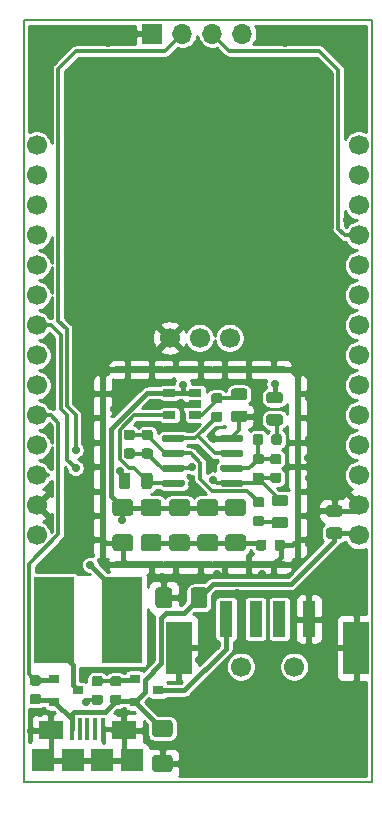
<source format=gbr>
G04 #@! TF.GenerationSoftware,KiCad,Pcbnew,(5.1.6-0-10_14)*
G04 #@! TF.CreationDate,2021-01-15T18:00:30+01:00*
G04 #@! TF.ProjectId,cdm324,63646d33-3234-42e6-9b69-6361645f7063,rev?*
G04 #@! TF.SameCoordinates,Original*
G04 #@! TF.FileFunction,Copper,L1,Top*
G04 #@! TF.FilePolarity,Positive*
%FSLAX46Y46*%
G04 Gerber Fmt 4.6, Leading zero omitted, Abs format (unit mm)*
G04 Created by KiCad (PCBNEW (5.1.6-0-10_14)) date 2021-01-15 18:00:30*
%MOMM*%
%LPD*%
G01*
G04 APERTURE LIST*
G04 #@! TA.AperFunction,Profile*
%ADD10C,0.150000*%
G04 #@! TD*
G04 #@! TA.AperFunction,ComponentPad*
%ADD11C,1.700000*%
G04 #@! TD*
G04 #@! TA.AperFunction,SMDPad,CuDef*
%ADD12R,3.500000X7.300000*%
G04 #@! TD*
G04 #@! TA.AperFunction,SMDPad,CuDef*
%ADD13R,0.500000X2.063750*%
G04 #@! TD*
G04 #@! TA.AperFunction,SMDPad,CuDef*
%ADD14R,2.063750X0.500000*%
G04 #@! TD*
G04 #@! TA.AperFunction,SMDPad,CuDef*
%ADD15R,2.200000X4.500000*%
G04 #@! TD*
G04 #@! TA.AperFunction,SMDPad,CuDef*
%ADD16R,1.120000X3.080000*%
G04 #@! TD*
G04 #@! TA.AperFunction,SMDPad,CuDef*
%ADD17R,1.060000X0.650000*%
G04 #@! TD*
G04 #@! TA.AperFunction,SMDPad,CuDef*
%ADD18R,0.900000X0.800000*%
G04 #@! TD*
G04 #@! TA.AperFunction,ComponentPad*
%ADD19O,1.700000X1.700000*%
G04 #@! TD*
G04 #@! TA.AperFunction,ComponentPad*
%ADD20R,1.700000X1.700000*%
G04 #@! TD*
G04 #@! TA.AperFunction,SMDPad,CuDef*
%ADD21R,0.400000X1.950000*%
G04 #@! TD*
G04 #@! TA.AperFunction,SMDPad,CuDef*
%ADD22R,2.100000X1.600000*%
G04 #@! TD*
G04 #@! TA.AperFunction,SMDPad,CuDef*
%ADD23R,1.900000X1.900000*%
G04 #@! TD*
G04 #@! TA.AperFunction,ViaPad*
%ADD24C,0.700000*%
G04 #@! TD*
G04 #@! TA.AperFunction,Conductor*
%ADD25C,0.400000*%
G04 #@! TD*
G04 #@! TA.AperFunction,Conductor*
%ADD26C,0.300000*%
G04 #@! TD*
G04 #@! TA.AperFunction,Conductor*
%ADD27C,0.700000*%
G04 #@! TD*
G04 #@! TA.AperFunction,Conductor*
%ADD28C,0.254000*%
G04 #@! TD*
G04 APERTURE END LIST*
D10*
X85350000Y-132600000D02*
X85350000Y-68100000D01*
X114850000Y-132600000D02*
X85350000Y-132600000D01*
X114850000Y-68100000D02*
X114850000Y-132600000D01*
X85350000Y-68100000D02*
X114850000Y-68100000D01*
D11*
X113740000Y-106620000D03*
X113740000Y-109160000D03*
X113740000Y-101540000D03*
X113740000Y-78680000D03*
X113740000Y-88840000D03*
X113740000Y-91380000D03*
X113740000Y-81220000D03*
X113740000Y-93920000D03*
X113740000Y-99000000D03*
X113740000Y-83760000D03*
X113740000Y-96460000D03*
X113740000Y-86300000D03*
X113740000Y-111700000D03*
X113740000Y-104080000D03*
X86460000Y-78680000D03*
X86460000Y-81220000D03*
X86460000Y-83760000D03*
X86460000Y-86300000D03*
X86460000Y-88840000D03*
X86460000Y-91380000D03*
X86460000Y-93920000D03*
X86460000Y-96460000D03*
X86460000Y-99000000D03*
X86460000Y-101540000D03*
X86460000Y-104080000D03*
X86460000Y-106620000D03*
X86460000Y-109160000D03*
X86460000Y-111700000D03*
D12*
X93700000Y-118900000D03*
X87900000Y-118900000D03*
G04 #@! TA.AperFunction,SMDPad,CuDef*
G36*
G01*
X91323750Y-125190000D02*
X91836250Y-125190000D01*
G75*
G02*
X92055000Y-125408750I0J-218750D01*
G01*
X92055000Y-125846250D01*
G75*
G02*
X91836250Y-126065000I-218750J0D01*
G01*
X91323750Y-126065000D01*
G75*
G02*
X91105000Y-125846250I0J218750D01*
G01*
X91105000Y-125408750D01*
G75*
G02*
X91323750Y-125190000I218750J0D01*
G01*
G37*
G04 #@! TD.AperFunction*
G04 #@! TA.AperFunction,SMDPad,CuDef*
G36*
G01*
X91323750Y-123615000D02*
X91836250Y-123615000D01*
G75*
G02*
X92055000Y-123833750I0J-218750D01*
G01*
X92055000Y-124271250D01*
G75*
G02*
X91836250Y-124490000I-218750J0D01*
G01*
X91323750Y-124490000D01*
G75*
G02*
X91105000Y-124271250I0J218750D01*
G01*
X91105000Y-123833750D01*
G75*
G02*
X91323750Y-123615000I218750J0D01*
G01*
G37*
G04 #@! TD.AperFunction*
G04 #@! TA.AperFunction,SMDPad,CuDef*
G36*
G01*
X96475000Y-130325000D02*
X97725000Y-130325000D01*
G75*
G02*
X97975000Y-130575000I0J-250000D01*
G01*
X97975000Y-131500000D01*
G75*
G02*
X97725000Y-131750000I-250000J0D01*
G01*
X96475000Y-131750000D01*
G75*
G02*
X96225000Y-131500000I0J250000D01*
G01*
X96225000Y-130575000D01*
G75*
G02*
X96475000Y-130325000I250000J0D01*
G01*
G37*
G04 #@! TD.AperFunction*
G04 #@! TA.AperFunction,SMDPad,CuDef*
G36*
G01*
X96475000Y-127350000D02*
X97725000Y-127350000D01*
G75*
G02*
X97975000Y-127600000I0J-250000D01*
G01*
X97975000Y-128525000D01*
G75*
G02*
X97725000Y-128775000I-250000J0D01*
G01*
X96475000Y-128775000D01*
G75*
G02*
X96225000Y-128525000I0J250000D01*
G01*
X96225000Y-127600000D01*
G75*
G02*
X96475000Y-127350000I250000J0D01*
G01*
G37*
G04 #@! TD.AperFunction*
G04 #@! TA.AperFunction,SMDPad,CuDef*
G36*
G01*
X97935000Y-116375000D02*
X97935000Y-117625000D01*
G75*
G02*
X97685000Y-117875000I-250000J0D01*
G01*
X96760000Y-117875000D01*
G75*
G02*
X96510000Y-117625000I0J250000D01*
G01*
X96510000Y-116375000D01*
G75*
G02*
X96760000Y-116125000I250000J0D01*
G01*
X97685000Y-116125000D01*
G75*
G02*
X97935000Y-116375000I0J-250000D01*
G01*
G37*
G04 #@! TD.AperFunction*
G04 #@! TA.AperFunction,SMDPad,CuDef*
G36*
G01*
X100910000Y-116375000D02*
X100910000Y-117625000D01*
G75*
G02*
X100660000Y-117875000I-250000J0D01*
G01*
X99735000Y-117875000D01*
G75*
G02*
X99485000Y-117625000I0J250000D01*
G01*
X99485000Y-116375000D01*
G75*
G02*
X99735000Y-116125000I250000J0D01*
G01*
X100660000Y-116125000D01*
G75*
G02*
X100910000Y-116375000I0J-250000D01*
G01*
G37*
G04 #@! TD.AperFunction*
G04 #@! TA.AperFunction,SMDPad,CuDef*
G36*
G01*
X102675000Y-111625000D02*
X103925000Y-111625000D01*
G75*
G02*
X104175000Y-111875000I0J-250000D01*
G01*
X104175000Y-112800000D01*
G75*
G02*
X103925000Y-113050000I-250000J0D01*
G01*
X102675000Y-113050000D01*
G75*
G02*
X102425000Y-112800000I0J250000D01*
G01*
X102425000Y-111875000D01*
G75*
G02*
X102675000Y-111625000I250000J0D01*
G01*
G37*
G04 #@! TD.AperFunction*
G04 #@! TA.AperFunction,SMDPad,CuDef*
G36*
G01*
X102675000Y-108650000D02*
X103925000Y-108650000D01*
G75*
G02*
X104175000Y-108900000I0J-250000D01*
G01*
X104175000Y-109825000D01*
G75*
G02*
X103925000Y-110075000I-250000J0D01*
G01*
X102675000Y-110075000D01*
G75*
G02*
X102425000Y-109825000I0J250000D01*
G01*
X102425000Y-108900000D01*
G75*
G02*
X102675000Y-108650000I250000J0D01*
G01*
G37*
G04 #@! TD.AperFunction*
G04 #@! TA.AperFunction,SMDPad,CuDef*
G36*
G01*
X100325000Y-111625000D02*
X101575000Y-111625000D01*
G75*
G02*
X101825000Y-111875000I0J-250000D01*
G01*
X101825000Y-112800000D01*
G75*
G02*
X101575000Y-113050000I-250000J0D01*
G01*
X100325000Y-113050000D01*
G75*
G02*
X100075000Y-112800000I0J250000D01*
G01*
X100075000Y-111875000D01*
G75*
G02*
X100325000Y-111625000I250000J0D01*
G01*
G37*
G04 #@! TD.AperFunction*
G04 #@! TA.AperFunction,SMDPad,CuDef*
G36*
G01*
X100325000Y-108650000D02*
X101575000Y-108650000D01*
G75*
G02*
X101825000Y-108900000I0J-250000D01*
G01*
X101825000Y-109825000D01*
G75*
G02*
X101575000Y-110075000I-250000J0D01*
G01*
X100325000Y-110075000D01*
G75*
G02*
X100075000Y-109825000I0J250000D01*
G01*
X100075000Y-108900000D01*
G75*
G02*
X100325000Y-108650000I250000J0D01*
G01*
G37*
G04 #@! TD.AperFunction*
G04 #@! TA.AperFunction,SMDPad,CuDef*
G36*
G01*
X97925000Y-111625000D02*
X99175000Y-111625000D01*
G75*
G02*
X99425000Y-111875000I0J-250000D01*
G01*
X99425000Y-112800000D01*
G75*
G02*
X99175000Y-113050000I-250000J0D01*
G01*
X97925000Y-113050000D01*
G75*
G02*
X97675000Y-112800000I0J250000D01*
G01*
X97675000Y-111875000D01*
G75*
G02*
X97925000Y-111625000I250000J0D01*
G01*
G37*
G04 #@! TD.AperFunction*
G04 #@! TA.AperFunction,SMDPad,CuDef*
G36*
G01*
X97925000Y-108650000D02*
X99175000Y-108650000D01*
G75*
G02*
X99425000Y-108900000I0J-250000D01*
G01*
X99425000Y-109825000D01*
G75*
G02*
X99175000Y-110075000I-250000J0D01*
G01*
X97925000Y-110075000D01*
G75*
G02*
X97675000Y-109825000I0J250000D01*
G01*
X97675000Y-108900000D01*
G75*
G02*
X97925000Y-108650000I250000J0D01*
G01*
G37*
G04 #@! TD.AperFunction*
G04 #@! TA.AperFunction,SMDPad,CuDef*
G36*
G01*
X95525000Y-111625000D02*
X96775000Y-111625000D01*
G75*
G02*
X97025000Y-111875000I0J-250000D01*
G01*
X97025000Y-112800000D01*
G75*
G02*
X96775000Y-113050000I-250000J0D01*
G01*
X95525000Y-113050000D01*
G75*
G02*
X95275000Y-112800000I0J250000D01*
G01*
X95275000Y-111875000D01*
G75*
G02*
X95525000Y-111625000I250000J0D01*
G01*
G37*
G04 #@! TD.AperFunction*
G04 #@! TA.AperFunction,SMDPad,CuDef*
G36*
G01*
X95525000Y-108650000D02*
X96775000Y-108650000D01*
G75*
G02*
X97025000Y-108900000I0J-250000D01*
G01*
X97025000Y-109825000D01*
G75*
G02*
X96775000Y-110075000I-250000J0D01*
G01*
X95525000Y-110075000D01*
G75*
G02*
X95275000Y-109825000I0J250000D01*
G01*
X95275000Y-108900000D01*
G75*
G02*
X95525000Y-108650000I250000J0D01*
G01*
G37*
G04 #@! TD.AperFunction*
G04 #@! TA.AperFunction,SMDPad,CuDef*
G36*
G01*
X93125000Y-111625000D02*
X94375000Y-111625000D01*
G75*
G02*
X94625000Y-111875000I0J-250000D01*
G01*
X94625000Y-112800000D01*
G75*
G02*
X94375000Y-113050000I-250000J0D01*
G01*
X93125000Y-113050000D01*
G75*
G02*
X92875000Y-112800000I0J250000D01*
G01*
X92875000Y-111875000D01*
G75*
G02*
X93125000Y-111625000I250000J0D01*
G01*
G37*
G04 #@! TD.AperFunction*
G04 #@! TA.AperFunction,SMDPad,CuDef*
G36*
G01*
X93125000Y-108650000D02*
X94375000Y-108650000D01*
G75*
G02*
X94625000Y-108900000I0J-250000D01*
G01*
X94625000Y-109825000D01*
G75*
G02*
X94375000Y-110075000I-250000J0D01*
G01*
X93125000Y-110075000D01*
G75*
G02*
X92875000Y-109825000I0J250000D01*
G01*
X92875000Y-108900000D01*
G75*
G02*
X93125000Y-108650000I250000J0D01*
G01*
G37*
G04 #@! TD.AperFunction*
G04 #@! TA.AperFunction,SMDPad,CuDef*
G36*
G01*
X93406250Y-124500000D02*
X92893750Y-124500000D01*
G75*
G02*
X92675000Y-124281250I0J218750D01*
G01*
X92675000Y-123843750D01*
G75*
G02*
X92893750Y-123625000I218750J0D01*
G01*
X93406250Y-123625000D01*
G75*
G02*
X93625000Y-123843750I0J-218750D01*
G01*
X93625000Y-124281250D01*
G75*
G02*
X93406250Y-124500000I-218750J0D01*
G01*
G37*
G04 #@! TD.AperFunction*
G04 #@! TA.AperFunction,SMDPad,CuDef*
G36*
G01*
X93406250Y-126075000D02*
X92893750Y-126075000D01*
G75*
G02*
X92675000Y-125856250I0J218750D01*
G01*
X92675000Y-125418750D01*
G75*
G02*
X92893750Y-125200000I218750J0D01*
G01*
X93406250Y-125200000D01*
G75*
G02*
X93625000Y-125418750I0J-218750D01*
G01*
X93625000Y-125856250D01*
G75*
G02*
X93406250Y-126075000I-218750J0D01*
G01*
G37*
G04 #@! TD.AperFunction*
G04 #@! TA.AperFunction,SMDPad,CuDef*
G36*
G01*
X94556250Y-103650000D02*
X94043750Y-103650000D01*
G75*
G02*
X93825000Y-103431250I0J218750D01*
G01*
X93825000Y-102993750D01*
G75*
G02*
X94043750Y-102775000I218750J0D01*
G01*
X94556250Y-102775000D01*
G75*
G02*
X94775000Y-102993750I0J-218750D01*
G01*
X94775000Y-103431250D01*
G75*
G02*
X94556250Y-103650000I-218750J0D01*
G01*
G37*
G04 #@! TD.AperFunction*
G04 #@! TA.AperFunction,SMDPad,CuDef*
G36*
G01*
X94556250Y-105225000D02*
X94043750Y-105225000D01*
G75*
G02*
X93825000Y-105006250I0J218750D01*
G01*
X93825000Y-104568750D01*
G75*
G02*
X94043750Y-104350000I218750J0D01*
G01*
X94556250Y-104350000D01*
G75*
G02*
X94775000Y-104568750I0J-218750D01*
G01*
X94775000Y-105006250D01*
G75*
G02*
X94556250Y-105225000I-218750J0D01*
G01*
G37*
G04 #@! TD.AperFunction*
G04 #@! TA.AperFunction,SMDPad,CuDef*
G36*
G01*
X106956250Y-105700000D02*
X106443750Y-105700000D01*
G75*
G02*
X106225000Y-105481250I0J218750D01*
G01*
X106225000Y-105043750D01*
G75*
G02*
X106443750Y-104825000I218750J0D01*
G01*
X106956250Y-104825000D01*
G75*
G02*
X107175000Y-105043750I0J-218750D01*
G01*
X107175000Y-105481250D01*
G75*
G02*
X106956250Y-105700000I-218750J0D01*
G01*
G37*
G04 #@! TD.AperFunction*
G04 #@! TA.AperFunction,SMDPad,CuDef*
G36*
G01*
X106956250Y-107275000D02*
X106443750Y-107275000D01*
G75*
G02*
X106225000Y-107056250I0J218750D01*
G01*
X106225000Y-106618750D01*
G75*
G02*
X106443750Y-106400000I218750J0D01*
G01*
X106956250Y-106400000D01*
G75*
G02*
X107175000Y-106618750I0J-218750D01*
G01*
X107175000Y-107056250D01*
G75*
G02*
X106956250Y-107275000I-218750J0D01*
G01*
G37*
G04 #@! TD.AperFunction*
G04 #@! TA.AperFunction,SMDPad,CuDef*
G36*
G01*
X105506250Y-109350000D02*
X104993750Y-109350000D01*
G75*
G02*
X104775000Y-109131250I0J218750D01*
G01*
X104775000Y-108693750D01*
G75*
G02*
X104993750Y-108475000I218750J0D01*
G01*
X105506250Y-108475000D01*
G75*
G02*
X105725000Y-108693750I0J-218750D01*
G01*
X105725000Y-109131250D01*
G75*
G02*
X105506250Y-109350000I-218750J0D01*
G01*
G37*
G04 #@! TD.AperFunction*
G04 #@! TA.AperFunction,SMDPad,CuDef*
G36*
G01*
X105506250Y-110925000D02*
X104993750Y-110925000D01*
G75*
G02*
X104775000Y-110706250I0J218750D01*
G01*
X104775000Y-110268750D01*
G75*
G02*
X104993750Y-110050000I218750J0D01*
G01*
X105506250Y-110050000D01*
G75*
G02*
X105725000Y-110268750I0J-218750D01*
G01*
X105725000Y-110706250D01*
G75*
G02*
X105506250Y-110925000I-218750J0D01*
G01*
G37*
G04 #@! TD.AperFunction*
G04 #@! TA.AperFunction,SMDPad,CuDef*
G36*
G01*
X105637500Y-103343750D02*
X105637500Y-103856250D01*
G75*
G02*
X105418750Y-104075000I-218750J0D01*
G01*
X104981250Y-104075000D01*
G75*
G02*
X104762500Y-103856250I0J218750D01*
G01*
X104762500Y-103343750D01*
G75*
G02*
X104981250Y-103125000I218750J0D01*
G01*
X105418750Y-103125000D01*
G75*
G02*
X105637500Y-103343750I0J-218750D01*
G01*
G37*
G04 #@! TD.AperFunction*
G04 #@! TA.AperFunction,SMDPad,CuDef*
G36*
G01*
X107212500Y-103343750D02*
X107212500Y-103856250D01*
G75*
G02*
X106993750Y-104075000I-218750J0D01*
G01*
X106556250Y-104075000D01*
G75*
G02*
X106337500Y-103856250I0J218750D01*
G01*
X106337500Y-103343750D01*
G75*
G02*
X106556250Y-103125000I218750J0D01*
G01*
X106993750Y-103125000D01*
G75*
G02*
X107212500Y-103343750I0J-218750D01*
G01*
G37*
G04 #@! TD.AperFunction*
G04 #@! TA.AperFunction,SMDPad,CuDef*
G36*
G01*
X101443750Y-101250000D02*
X101956250Y-101250000D01*
G75*
G02*
X102175000Y-101468750I0J-218750D01*
G01*
X102175000Y-101906250D01*
G75*
G02*
X101956250Y-102125000I-218750J0D01*
G01*
X101443750Y-102125000D01*
G75*
G02*
X101225000Y-101906250I0J218750D01*
G01*
X101225000Y-101468750D01*
G75*
G02*
X101443750Y-101250000I218750J0D01*
G01*
G37*
G04 #@! TD.AperFunction*
G04 #@! TA.AperFunction,SMDPad,CuDef*
G36*
G01*
X101443750Y-99675000D02*
X101956250Y-99675000D01*
G75*
G02*
X102175000Y-99893750I0J-218750D01*
G01*
X102175000Y-100331250D01*
G75*
G02*
X101956250Y-100550000I-218750J0D01*
G01*
X101443750Y-100550000D01*
G75*
G02*
X101225000Y-100331250I0J218750D01*
G01*
X101225000Y-99893750D01*
G75*
G02*
X101443750Y-99675000I218750J0D01*
G01*
G37*
G04 #@! TD.AperFunction*
G04 #@! TA.AperFunction,SMDPad,CuDef*
G36*
G01*
X106600000Y-112806250D02*
X106600000Y-112293750D01*
G75*
G02*
X106818750Y-112075000I218750J0D01*
G01*
X107256250Y-112075000D01*
G75*
G02*
X107475000Y-112293750I0J-218750D01*
G01*
X107475000Y-112806250D01*
G75*
G02*
X107256250Y-113025000I-218750J0D01*
G01*
X106818750Y-113025000D01*
G75*
G02*
X106600000Y-112806250I0J218750D01*
G01*
G37*
G04 #@! TD.AperFunction*
G04 #@! TA.AperFunction,SMDPad,CuDef*
G36*
G01*
X105025000Y-112806250D02*
X105025000Y-112293750D01*
G75*
G02*
X105243750Y-112075000I218750J0D01*
G01*
X105681250Y-112075000D01*
G75*
G02*
X105900000Y-112293750I0J-218750D01*
G01*
X105900000Y-112806250D01*
G75*
G02*
X105681250Y-113025000I-218750J0D01*
G01*
X105243750Y-113025000D01*
G75*
G02*
X105025000Y-112806250I0J218750D01*
G01*
G37*
G04 #@! TD.AperFunction*
G04 #@! TA.AperFunction,SMDPad,CuDef*
G36*
G01*
X86606250Y-124450000D02*
X86093750Y-124450000D01*
G75*
G02*
X85875000Y-124231250I0J218750D01*
G01*
X85875000Y-123793750D01*
G75*
G02*
X86093750Y-123575000I218750J0D01*
G01*
X86606250Y-123575000D01*
G75*
G02*
X86825000Y-123793750I0J-218750D01*
G01*
X86825000Y-124231250D01*
G75*
G02*
X86606250Y-124450000I-218750J0D01*
G01*
G37*
G04 #@! TD.AperFunction*
G04 #@! TA.AperFunction,SMDPad,CuDef*
G36*
G01*
X86606250Y-126025000D02*
X86093750Y-126025000D01*
G75*
G02*
X85875000Y-125806250I0J218750D01*
G01*
X85875000Y-125368750D01*
G75*
G02*
X86093750Y-125150000I218750J0D01*
G01*
X86606250Y-125150000D01*
G75*
G02*
X86825000Y-125368750I0J-218750D01*
G01*
X86825000Y-125806250D01*
G75*
G02*
X86606250Y-126025000I-218750J0D01*
G01*
G37*
G04 #@! TD.AperFunction*
G04 #@! TA.AperFunction,SMDPad,CuDef*
G36*
G01*
X112106250Y-110140000D02*
X111193750Y-110140000D01*
G75*
G02*
X110950000Y-109896250I0J243750D01*
G01*
X110950000Y-109408750D01*
G75*
G02*
X111193750Y-109165000I243750J0D01*
G01*
X112106250Y-109165000D01*
G75*
G02*
X112350000Y-109408750I0J-243750D01*
G01*
X112350000Y-109896250D01*
G75*
G02*
X112106250Y-110140000I-243750J0D01*
G01*
G37*
G04 #@! TD.AperFunction*
G04 #@! TA.AperFunction,SMDPad,CuDef*
G36*
G01*
X112106250Y-112015000D02*
X111193750Y-112015000D01*
G75*
G02*
X110950000Y-111771250I0J243750D01*
G01*
X110950000Y-111283750D01*
G75*
G02*
X111193750Y-111040000I243750J0D01*
G01*
X112106250Y-111040000D01*
G75*
G02*
X112350000Y-111283750I0J-243750D01*
G01*
X112350000Y-111771250D01*
G75*
G02*
X112106250Y-112015000I-243750J0D01*
G01*
G37*
G04 #@! TD.AperFunction*
G04 #@! TA.AperFunction,SMDPad,CuDef*
G36*
G01*
X105486250Y-105700000D02*
X104973750Y-105700000D01*
G75*
G02*
X104755000Y-105481250I0J218750D01*
G01*
X104755000Y-105043750D01*
G75*
G02*
X104973750Y-104825000I218750J0D01*
G01*
X105486250Y-104825000D01*
G75*
G02*
X105705000Y-105043750I0J-218750D01*
G01*
X105705000Y-105481250D01*
G75*
G02*
X105486250Y-105700000I-218750J0D01*
G01*
G37*
G04 #@! TD.AperFunction*
G04 #@! TA.AperFunction,SMDPad,CuDef*
G36*
G01*
X105486250Y-107275000D02*
X104973750Y-107275000D01*
G75*
G02*
X104755000Y-107056250I0J218750D01*
G01*
X104755000Y-106618750D01*
G75*
G02*
X104973750Y-106400000I218750J0D01*
G01*
X105486250Y-106400000D01*
G75*
G02*
X105705000Y-106618750I0J-218750D01*
G01*
X105705000Y-107056250D01*
G75*
G02*
X105486250Y-107275000I-218750J0D01*
G01*
G37*
G04 #@! TD.AperFunction*
G04 #@! TA.AperFunction,SMDPad,CuDef*
G36*
G01*
X106593750Y-110150000D02*
X107506250Y-110150000D01*
G75*
G02*
X107750000Y-110393750I0J-243750D01*
G01*
X107750000Y-110881250D01*
G75*
G02*
X107506250Y-111125000I-243750J0D01*
G01*
X106593750Y-111125000D01*
G75*
G02*
X106350000Y-110881250I0J243750D01*
G01*
X106350000Y-110393750D01*
G75*
G02*
X106593750Y-110150000I243750J0D01*
G01*
G37*
G04 #@! TD.AperFunction*
G04 #@! TA.AperFunction,SMDPad,CuDef*
G36*
G01*
X106593750Y-108275000D02*
X107506250Y-108275000D01*
G75*
G02*
X107750000Y-108518750I0J-243750D01*
G01*
X107750000Y-109006250D01*
G75*
G02*
X107506250Y-109250000I-243750J0D01*
G01*
X106593750Y-109250000D01*
G75*
G02*
X106350000Y-109006250I0J243750D01*
G01*
X106350000Y-108518750D01*
G75*
G02*
X106593750Y-108275000I243750J0D01*
G01*
G37*
G04 #@! TD.AperFunction*
G04 #@! TA.AperFunction,SMDPad,CuDef*
G36*
G01*
X107056250Y-100550000D02*
X106143750Y-100550000D01*
G75*
G02*
X105900000Y-100306250I0J243750D01*
G01*
X105900000Y-99818750D01*
G75*
G02*
X106143750Y-99575000I243750J0D01*
G01*
X107056250Y-99575000D01*
G75*
G02*
X107300000Y-99818750I0J-243750D01*
G01*
X107300000Y-100306250D01*
G75*
G02*
X107056250Y-100550000I-243750J0D01*
G01*
G37*
G04 #@! TD.AperFunction*
G04 #@! TA.AperFunction,SMDPad,CuDef*
G36*
G01*
X107056250Y-102425000D02*
X106143750Y-102425000D01*
G75*
G02*
X105900000Y-102181250I0J243750D01*
G01*
X105900000Y-101693750D01*
G75*
G02*
X106143750Y-101450000I243750J0D01*
G01*
X107056250Y-101450000D01*
G75*
G02*
X107300000Y-101693750I0J-243750D01*
G01*
X107300000Y-102181250D01*
G75*
G02*
X107056250Y-102425000I-243750J0D01*
G01*
G37*
G04 #@! TD.AperFunction*
G04 #@! TA.AperFunction,SMDPad,CuDef*
G36*
G01*
X103143750Y-101150000D02*
X104056250Y-101150000D01*
G75*
G02*
X104300000Y-101393750I0J-243750D01*
G01*
X104300000Y-101881250D01*
G75*
G02*
X104056250Y-102125000I-243750J0D01*
G01*
X103143750Y-102125000D01*
G75*
G02*
X102900000Y-101881250I0J243750D01*
G01*
X102900000Y-101393750D01*
G75*
G02*
X103143750Y-101150000I243750J0D01*
G01*
G37*
G04 #@! TD.AperFunction*
G04 #@! TA.AperFunction,SMDPad,CuDef*
G36*
G01*
X103143750Y-99275000D02*
X104056250Y-99275000D01*
G75*
G02*
X104300000Y-99518750I0J-243750D01*
G01*
X104300000Y-100006250D01*
G75*
G02*
X104056250Y-100250000I-243750J0D01*
G01*
X103143750Y-100250000D01*
G75*
G02*
X102900000Y-100006250I0J243750D01*
G01*
X102900000Y-99518750D01*
G75*
G02*
X103143750Y-99275000I243750J0D01*
G01*
G37*
G04 #@! TD.AperFunction*
G04 #@! TA.AperFunction,SMDPad,CuDef*
G36*
G01*
X94400000Y-106643750D02*
X94400000Y-107556250D01*
G75*
G02*
X94156250Y-107800000I-243750J0D01*
G01*
X93668750Y-107800000D01*
G75*
G02*
X93425000Y-107556250I0J243750D01*
G01*
X93425000Y-106643750D01*
G75*
G02*
X93668750Y-106400000I243750J0D01*
G01*
X94156250Y-106400000D01*
G75*
G02*
X94400000Y-106643750I0J-243750D01*
G01*
G37*
G04 #@! TD.AperFunction*
G04 #@! TA.AperFunction,SMDPad,CuDef*
G36*
G01*
X96275000Y-106643750D02*
X96275000Y-107556250D01*
G75*
G02*
X96031250Y-107800000I-243750J0D01*
G01*
X95543750Y-107800000D01*
G75*
G02*
X95300000Y-107556250I0J243750D01*
G01*
X95300000Y-106643750D01*
G75*
G02*
X95543750Y-106400000I243750J0D01*
G01*
X96031250Y-106400000D01*
G75*
G02*
X96275000Y-106643750I0J-243750D01*
G01*
G37*
G04 #@! TD.AperFunction*
G04 #@! TA.AperFunction,SMDPad,CuDef*
G36*
G01*
X96066250Y-103650000D02*
X95553750Y-103650000D01*
G75*
G02*
X95335000Y-103431250I0J218750D01*
G01*
X95335000Y-102993750D01*
G75*
G02*
X95553750Y-102775000I218750J0D01*
G01*
X96066250Y-102775000D01*
G75*
G02*
X96285000Y-102993750I0J-218750D01*
G01*
X96285000Y-103431250D01*
G75*
G02*
X96066250Y-103650000I-218750J0D01*
G01*
G37*
G04 #@! TD.AperFunction*
G04 #@! TA.AperFunction,SMDPad,CuDef*
G36*
G01*
X96066250Y-105225000D02*
X95553750Y-105225000D01*
G75*
G02*
X95335000Y-105006250I0J218750D01*
G01*
X95335000Y-104568750D01*
G75*
G02*
X95553750Y-104350000I218750J0D01*
G01*
X96066250Y-104350000D01*
G75*
G02*
X96285000Y-104568750I0J-218750D01*
G01*
X96285000Y-105006250D01*
G75*
G02*
X96066250Y-105225000I-218750J0D01*
G01*
G37*
G04 #@! TD.AperFunction*
D13*
X108555000Y-112091250D03*
D14*
X106491250Y-114155000D03*
X94108750Y-114155000D03*
D13*
X92045000Y-112091250D03*
X92045000Y-99708750D03*
D14*
X94108750Y-97645000D03*
X106491250Y-97645000D03*
D13*
X108555000Y-99708750D03*
D14*
X98236250Y-114155000D03*
X96172500Y-114155000D03*
D13*
X92045000Y-110027500D03*
X92045000Y-107963750D03*
X92045000Y-105900000D03*
X92045000Y-103836250D03*
X92045000Y-101772500D03*
D14*
X96172500Y-97645000D03*
X98236250Y-97645000D03*
X100300000Y-97645000D03*
X102363750Y-97645000D03*
X104427500Y-97645000D03*
D13*
X108555000Y-101772500D03*
X108555000Y-103836250D03*
X108555000Y-105900000D03*
X108555000Y-107963750D03*
X108555000Y-110027500D03*
D14*
X104427500Y-114155000D03*
X102363750Y-114155000D03*
X100300000Y-114155000D03*
D11*
X108250000Y-122840000D03*
X103750000Y-122840000D03*
D15*
X98500000Y-121250000D03*
X113500000Y-121250000D03*
D16*
X102500000Y-118800000D03*
X105000000Y-118800000D03*
X107000000Y-118800000D03*
X109500000Y-118800000D03*
D17*
X97700000Y-101550000D03*
X97700000Y-99650000D03*
X99900000Y-99650000D03*
X99900000Y-100600000D03*
X99900000Y-101550000D03*
G04 #@! TA.AperFunction,SMDPad,CuDef*
G36*
G01*
X99000000Y-107155000D02*
X99000000Y-107455000D01*
G75*
G02*
X98850000Y-107605000I-150000J0D01*
G01*
X97200000Y-107605000D01*
G75*
G02*
X97050000Y-107455000I0J150000D01*
G01*
X97050000Y-107155000D01*
G75*
G02*
X97200000Y-107005000I150000J0D01*
G01*
X98850000Y-107005000D01*
G75*
G02*
X99000000Y-107155000I0J-150000D01*
G01*
G37*
G04 #@! TD.AperFunction*
G04 #@! TA.AperFunction,SMDPad,CuDef*
G36*
G01*
X99000000Y-105885000D02*
X99000000Y-106185000D01*
G75*
G02*
X98850000Y-106335000I-150000J0D01*
G01*
X97200000Y-106335000D01*
G75*
G02*
X97050000Y-106185000I0J150000D01*
G01*
X97050000Y-105885000D01*
G75*
G02*
X97200000Y-105735000I150000J0D01*
G01*
X98850000Y-105735000D01*
G75*
G02*
X99000000Y-105885000I0J-150000D01*
G01*
G37*
G04 #@! TD.AperFunction*
G04 #@! TA.AperFunction,SMDPad,CuDef*
G36*
G01*
X99000000Y-104615000D02*
X99000000Y-104915000D01*
G75*
G02*
X98850000Y-105065000I-150000J0D01*
G01*
X97200000Y-105065000D01*
G75*
G02*
X97050000Y-104915000I0J150000D01*
G01*
X97050000Y-104615000D01*
G75*
G02*
X97200000Y-104465000I150000J0D01*
G01*
X98850000Y-104465000D01*
G75*
G02*
X99000000Y-104615000I0J-150000D01*
G01*
G37*
G04 #@! TD.AperFunction*
G04 #@! TA.AperFunction,SMDPad,CuDef*
G36*
G01*
X99000000Y-103345000D02*
X99000000Y-103645000D01*
G75*
G02*
X98850000Y-103795000I-150000J0D01*
G01*
X97200000Y-103795000D01*
G75*
G02*
X97050000Y-103645000I0J150000D01*
G01*
X97050000Y-103345000D01*
G75*
G02*
X97200000Y-103195000I150000J0D01*
G01*
X98850000Y-103195000D01*
G75*
G02*
X99000000Y-103345000I0J-150000D01*
G01*
G37*
G04 #@! TD.AperFunction*
G04 #@! TA.AperFunction,SMDPad,CuDef*
G36*
G01*
X103950000Y-103345000D02*
X103950000Y-103645000D01*
G75*
G02*
X103800000Y-103795000I-150000J0D01*
G01*
X102150000Y-103795000D01*
G75*
G02*
X102000000Y-103645000I0J150000D01*
G01*
X102000000Y-103345000D01*
G75*
G02*
X102150000Y-103195000I150000J0D01*
G01*
X103800000Y-103195000D01*
G75*
G02*
X103950000Y-103345000I0J-150000D01*
G01*
G37*
G04 #@! TD.AperFunction*
G04 #@! TA.AperFunction,SMDPad,CuDef*
G36*
G01*
X103950000Y-104615000D02*
X103950000Y-104915000D01*
G75*
G02*
X103800000Y-105065000I-150000J0D01*
G01*
X102150000Y-105065000D01*
G75*
G02*
X102000000Y-104915000I0J150000D01*
G01*
X102000000Y-104615000D01*
G75*
G02*
X102150000Y-104465000I150000J0D01*
G01*
X103800000Y-104465000D01*
G75*
G02*
X103950000Y-104615000I0J-150000D01*
G01*
G37*
G04 #@! TD.AperFunction*
G04 #@! TA.AperFunction,SMDPad,CuDef*
G36*
G01*
X103950000Y-105885000D02*
X103950000Y-106185000D01*
G75*
G02*
X103800000Y-106335000I-150000J0D01*
G01*
X102150000Y-106335000D01*
G75*
G02*
X102000000Y-106185000I0J150000D01*
G01*
X102000000Y-105885000D01*
G75*
G02*
X102150000Y-105735000I150000J0D01*
G01*
X103800000Y-105735000D01*
G75*
G02*
X103950000Y-105885000I0J-150000D01*
G01*
G37*
G04 #@! TD.AperFunction*
G04 #@! TA.AperFunction,SMDPad,CuDef*
G36*
G01*
X103950000Y-107155000D02*
X103950000Y-107455000D01*
G75*
G02*
X103800000Y-107605000I-150000J0D01*
G01*
X102150000Y-107605000D01*
G75*
G02*
X102000000Y-107455000I0J150000D01*
G01*
X102000000Y-107155000D01*
G75*
G02*
X102150000Y-107005000I150000J0D01*
G01*
X103800000Y-107005000D01*
G75*
G02*
X103950000Y-107155000I0J-150000D01*
G01*
G37*
G04 #@! TD.AperFunction*
D18*
X89950000Y-124850000D03*
X87950000Y-125800000D03*
X87950000Y-123900000D03*
X96750000Y-124850000D03*
X94750000Y-125800000D03*
X94750000Y-123900000D03*
D11*
X97710000Y-95000000D03*
X100250000Y-95000000D03*
X102790000Y-95000000D03*
D19*
X103870000Y-69250000D03*
X101330000Y-69250000D03*
X98790000Y-69250000D03*
D20*
X96250000Y-69250000D03*
D21*
X92050000Y-128075000D03*
X91400000Y-128075000D03*
X90750000Y-128075000D03*
X90100000Y-128075000D03*
X89450000Y-128075000D03*
D22*
X93850000Y-128200000D03*
X87650000Y-128200000D03*
D23*
X94500000Y-130750000D03*
X87000000Y-130750000D03*
X91950000Y-130750000D03*
X89550000Y-130750000D03*
D24*
X105100000Y-102300000D03*
X87500000Y-70000000D03*
X92500000Y-70000000D03*
X92500000Y-75000000D03*
X92500000Y-80000000D03*
X92500000Y-85000000D03*
X92500000Y-90000000D03*
X97500000Y-75000000D03*
X102500000Y-75000000D03*
X107500000Y-75000000D03*
X112500000Y-70000000D03*
X107500000Y-70000000D03*
X97500000Y-80000000D03*
X102500000Y-80000000D03*
X107500000Y-80000000D03*
X107500000Y-85000000D03*
X102500000Y-85000000D03*
X97500000Y-85000000D03*
X97500000Y-90000000D03*
X102500000Y-90000000D03*
X107500000Y-90000000D03*
X100000000Y-130000000D03*
X105000000Y-130000000D03*
X110000000Y-130000000D03*
X105000000Y-125000000D03*
X100000000Y-125000000D03*
X110000000Y-125000000D03*
X103410000Y-116590000D03*
X85950000Y-128250000D03*
X95550000Y-128250000D03*
X113350000Y-117600000D03*
X114000000Y-130000000D03*
X114000000Y-125000000D03*
X93500000Y-106300000D03*
X98080000Y-125770000D03*
X87600000Y-110300000D03*
X87600000Y-107900000D03*
X87600000Y-105400000D03*
X87600000Y-100300000D03*
X87600000Y-102800000D03*
X87600000Y-97700000D03*
X87600000Y-95200000D03*
X87600000Y-92600000D03*
X87600000Y-90100000D03*
X87600000Y-87600000D03*
X100100000Y-70500000D03*
X112700000Y-85000000D03*
X112700000Y-87600000D03*
X112600000Y-113000000D03*
X90000000Y-114250000D03*
X86700000Y-126750000D03*
X93450000Y-126750000D03*
X109500000Y-112450000D03*
X108550000Y-114150000D03*
X92190000Y-113950000D03*
X92050000Y-97250000D03*
X108600000Y-97650000D03*
X96450000Y-100800000D03*
X99650000Y-107350000D03*
X101750000Y-99000000D03*
X101750000Y-99000000D03*
X105000000Y-99800000D03*
X100450000Y-96550000D03*
X101300000Y-103450000D03*
X101200000Y-106000000D03*
X109500000Y-106900000D03*
X109450000Y-105150000D03*
X109500000Y-103550000D03*
X109500000Y-100050000D03*
X109500000Y-101900000D03*
X98850000Y-102300000D03*
X93000000Y-101050000D03*
X89900000Y-97400000D03*
X89900000Y-95650000D03*
X87300000Y-114200000D03*
X111000000Y-117550000D03*
X90800000Y-100900000D03*
X90700000Y-102900000D03*
X90700000Y-105200000D03*
X90700000Y-107500000D03*
X90700000Y-110100000D03*
X97100000Y-115200000D03*
X105500000Y-115000000D03*
X101700000Y-115000000D03*
X94500000Y-99000000D03*
X111300000Y-108400000D03*
X98600000Y-100600000D03*
X100200000Y-122300000D03*
X90620000Y-123170000D03*
X91000000Y-114200000D03*
X93700000Y-110400000D03*
X98850000Y-98950000D03*
X89750000Y-104500000D03*
X106600000Y-98900000D03*
X89750000Y-106000000D03*
X90600000Y-125800000D03*
X101400000Y-107000000D03*
X99600000Y-105900000D03*
D25*
X88025000Y-125725000D02*
X88100000Y-125800000D01*
D26*
X103870000Y-69250000D02*
X103750000Y-69250000D01*
D25*
X97100000Y-128062500D02*
X97100000Y-128012500D01*
X111300000Y-111725000D02*
X111254998Y-111725000D01*
X87825000Y-125675000D02*
X87950000Y-125800000D01*
X86350000Y-125675000D02*
X87825000Y-125675000D01*
X89450000Y-127300000D02*
X87950000Y-125800000D01*
X89450000Y-128075000D02*
X89450000Y-127300000D01*
X89450000Y-126829998D02*
X89450000Y-128075000D01*
X89629988Y-126650010D02*
X89450000Y-126829998D01*
X92224990Y-126650010D02*
X89629988Y-126650010D01*
X93150000Y-125725000D02*
X92224990Y-126650010D01*
X95600001Y-123949999D02*
X96999999Y-122550001D01*
X95600001Y-124949999D02*
X95600001Y-123949999D01*
X94750000Y-125800000D02*
X95600001Y-124949999D01*
X94675000Y-125725000D02*
X94750000Y-125800000D01*
X93150000Y-125725000D02*
X94675000Y-125725000D01*
X97012500Y-128062500D02*
X94750000Y-125800000D01*
D27*
X97100000Y-128062500D02*
X97012500Y-128062500D01*
D25*
X98922490Y-118275010D02*
X100197500Y-117000000D01*
X97404988Y-118275010D02*
X98922490Y-118275010D01*
X96999999Y-118679999D02*
X97404988Y-118275010D01*
X96999999Y-122550001D02*
X96999999Y-118679999D01*
X101357501Y-115839999D02*
X100197500Y-117000000D01*
X107970003Y-115839999D02*
X101357501Y-115839999D01*
X111650000Y-112160002D02*
X111650000Y-111527500D01*
X107970003Y-115839999D02*
X111650000Y-112160002D01*
X113567500Y-111527500D02*
X113740000Y-111700000D01*
X111650000Y-111527500D02*
X113567500Y-111527500D01*
X87650000Y-130100000D02*
X87000000Y-130750000D01*
X87650000Y-128200000D02*
X87650000Y-130100000D01*
X87000000Y-130750000D02*
X89550000Y-130750000D01*
X89550000Y-130750000D02*
X91950000Y-130750000D01*
X91950000Y-130750000D02*
X94500000Y-130750000D01*
X93850000Y-130100000D02*
X94500000Y-130750000D01*
X93850000Y-128200000D02*
X93850000Y-130100000D01*
X93725000Y-128075000D02*
X93850000Y-128200000D01*
X92050000Y-128075000D02*
X93725000Y-128075000D01*
X94200000Y-128200000D02*
X93850000Y-128200000D01*
X108096250Y-112550000D02*
X108555000Y-112091250D01*
X107125000Y-112550000D02*
X108096250Y-112550000D01*
X107125000Y-113521250D02*
X106491250Y-114155000D01*
X107125000Y-112550000D02*
X107125000Y-113521250D01*
X93750000Y-113796250D02*
X94108750Y-114155000D01*
X93750000Y-112337500D02*
X93750000Y-113796250D01*
X92291250Y-112337500D02*
X92045000Y-112091250D01*
X93750000Y-112337500D02*
X92291250Y-112337500D01*
D26*
X93912500Y-107100000D02*
X93912500Y-106712500D01*
X93912500Y-106712500D02*
X93500000Y-106300000D01*
X102975000Y-103495000D02*
X102975000Y-103425000D01*
X103600000Y-102800000D02*
X103600000Y-101637500D01*
X102975000Y-103425000D02*
X103600000Y-102800000D01*
D25*
X113247500Y-109652500D02*
X113740000Y-109160000D01*
X111650000Y-109652500D02*
X113247500Y-109652500D01*
D26*
X101700000Y-100285002D02*
X101700000Y-100112500D01*
X100435002Y-101550000D02*
X101700000Y-100285002D01*
X99900000Y-101550000D02*
X100435002Y-101550000D01*
X103250000Y-100112500D02*
X103600000Y-99762500D01*
X101700000Y-100112500D02*
X103250000Y-100112500D01*
X98688122Y-103495000D02*
X98025000Y-103495000D01*
X99892500Y-103495000D02*
X98025000Y-103495000D01*
X102975000Y-104765000D02*
X101578998Y-104765000D01*
X100143750Y-103329752D02*
X100143750Y-103243750D01*
X100143750Y-103243750D02*
X99892500Y-103495000D01*
X101578998Y-104765000D02*
X100143750Y-103329752D01*
X101700000Y-101687500D02*
X100143750Y-103243750D01*
D25*
X100950000Y-109362500D02*
X98550000Y-109362500D01*
X98550000Y-109362500D02*
X96150000Y-109362500D01*
X96150000Y-109362500D02*
X93750000Y-109362500D01*
X100950000Y-109362500D02*
X103300000Y-109362500D01*
X93700000Y-109412500D02*
X93750000Y-109362500D01*
X93700000Y-110400000D02*
X93700000Y-109412500D01*
X92749999Y-102705321D02*
X95805320Y-99650000D01*
X92749999Y-108362499D02*
X92749999Y-102705321D01*
X95805320Y-99650000D02*
X97700000Y-99650000D01*
X93750000Y-109362500D02*
X92749999Y-108362499D01*
X98850000Y-99650000D02*
X98850000Y-98950000D01*
X97700000Y-99650000D02*
X98850000Y-99650000D01*
X98850000Y-99650000D02*
X99900000Y-99650000D01*
X93700000Y-116900000D02*
X91000000Y-114200000D01*
X93700000Y-118900000D02*
X93700000Y-116900000D01*
X105400000Y-110575000D02*
X105375000Y-110575000D01*
D26*
X106900000Y-110575000D02*
X107050000Y-110725000D01*
X105250000Y-110575000D02*
X106900000Y-110575000D01*
D25*
X96850000Y-124850000D02*
X96750000Y-124850000D01*
X102500000Y-121320002D02*
X102500000Y-118800000D01*
X98970002Y-124850000D02*
X102500000Y-121320002D01*
X96750000Y-124850000D02*
X98970002Y-124850000D01*
D26*
X101330000Y-69250000D02*
X102780001Y-70700001D01*
X113740000Y-86300000D02*
X113740000Y-86360000D01*
X112000000Y-85762081D02*
X112000000Y-72300000D01*
X112537919Y-86300000D02*
X112000000Y-85762081D01*
X113740000Y-86300000D02*
X112537919Y-86300000D01*
X110400001Y-70700001D02*
X102780001Y-70700001D01*
X112000000Y-72300000D02*
X110400001Y-70700001D01*
X97339999Y-70700001D02*
X98790000Y-69250000D01*
X88300001Y-72199999D02*
X89799999Y-70700001D01*
X88300001Y-93550001D02*
X88300001Y-72199999D01*
X89000010Y-94250010D02*
X88300001Y-93550001D01*
X89799999Y-70700001D02*
X97339999Y-70700001D01*
X86460000Y-106620000D02*
X87416002Y-106620000D01*
X89000010Y-100792890D02*
X89750000Y-101542880D01*
X89000010Y-94250010D02*
X89000010Y-100792890D01*
X89750000Y-101542880D02*
X89750000Y-104500000D01*
D25*
X106600000Y-98900000D02*
X106600000Y-100062500D01*
D26*
X106775000Y-102112500D02*
X106600000Y-101937500D01*
X106775000Y-103600000D02*
X106775000Y-102112500D01*
X107170000Y-108805000D02*
X107150000Y-108825000D01*
X104470000Y-106035000D02*
X105330000Y-105175000D01*
X102975000Y-106035000D02*
X104470000Y-106035000D01*
X105330000Y-103405000D02*
X105325000Y-103400000D01*
X105230000Y-105262500D02*
X106700000Y-105262500D01*
X105200000Y-105232500D02*
X105230000Y-105262500D01*
X105200000Y-103600000D02*
X105200000Y-105232500D01*
D25*
X90000001Y-124799999D02*
X89950000Y-124850000D01*
X87900000Y-118900000D02*
X87900000Y-121050000D01*
X87900000Y-121050000D02*
X89500000Y-122650000D01*
X89500000Y-124400000D02*
X89950000Y-124850000D01*
X89500000Y-122650000D02*
X89500000Y-124400000D01*
X87925000Y-123925000D02*
X87950000Y-123900000D01*
X86350000Y-123925000D02*
X87925000Y-123925000D01*
D26*
X87662081Y-101540000D02*
X86460000Y-101540000D01*
X88300001Y-102177920D02*
X87662081Y-101540000D01*
X88300001Y-111636001D02*
X88300001Y-102177920D01*
X86350000Y-124012500D02*
X85799999Y-123462499D01*
X85799999Y-114136003D02*
X88300001Y-111636001D01*
X85799999Y-123462499D02*
X85799999Y-114136003D01*
X91580000Y-125627500D02*
X90772500Y-125627500D01*
X90772500Y-125627500D02*
X90600000Y-125800000D01*
X89049999Y-105299999D02*
X89750000Y-106000000D01*
X86460000Y-93920000D02*
X87662081Y-93920000D01*
X88500000Y-101000000D02*
X89049999Y-101549999D01*
X88500000Y-94757919D02*
X88500000Y-101000000D01*
X89049999Y-101549999D02*
X89049999Y-105299999D01*
X87662081Y-93920000D02*
X88500000Y-94757919D01*
D25*
X96150000Y-112337500D02*
X98550000Y-112337500D01*
X98550000Y-112337500D02*
X100950000Y-112337500D01*
X100950000Y-112337500D02*
X103300000Y-112337500D01*
X105162500Y-112337500D02*
X105375000Y-112550000D01*
X103300000Y-112337500D02*
X105162500Y-112337500D01*
D26*
X98437124Y-104765000D02*
X98025000Y-104765000D01*
D25*
X94675000Y-123975000D02*
X94750000Y-123900000D01*
X93150000Y-123975000D02*
X94675000Y-123975000D01*
D26*
X94300000Y-103212500D02*
X95800000Y-103212500D01*
X97352500Y-104765000D02*
X95800000Y-103212500D01*
X98025000Y-104765000D02*
X97352500Y-104765000D01*
X99501002Y-104765000D02*
X98025000Y-104765000D01*
X100300001Y-105563999D02*
X99501002Y-104765000D01*
X101319008Y-107955010D02*
X100300001Y-106936003D01*
X104292510Y-107955010D02*
X101319008Y-107955010D01*
X100300001Y-106936003D02*
X100300001Y-105563999D01*
X105250000Y-108912500D02*
X104292510Y-107955010D01*
X93140000Y-124052500D02*
X93150000Y-124062500D01*
X91580000Y-124052500D02*
X93140000Y-124052500D01*
X94683150Y-101550000D02*
X97700000Y-101550000D01*
X93474990Y-102758160D02*
X94683150Y-101550000D01*
X93474990Y-105241840D02*
X93474990Y-102758160D01*
X94283140Y-106049990D02*
X93474990Y-105241840D01*
X94737490Y-106049990D02*
X94283140Y-106049990D01*
X95787500Y-107100000D02*
X94737490Y-106049990D01*
X95992500Y-107305000D02*
X95787500Y-107100000D01*
X98025000Y-107305000D02*
X95992500Y-107305000D01*
X106700000Y-106837500D02*
X105230000Y-106837500D01*
X104762500Y-107305000D02*
X105230000Y-106837500D01*
X102975000Y-107305000D02*
X104762500Y-107305000D01*
X105592500Y-107305000D02*
X104762500Y-107305000D01*
X107050000Y-108762500D02*
X105592500Y-107305000D01*
X101705000Y-107305000D02*
X101400000Y-107000000D01*
X102975000Y-107305000D02*
X101705000Y-107305000D01*
X97047500Y-106035000D02*
X95800000Y-104787500D01*
X98025000Y-106035000D02*
X97047500Y-106035000D01*
X94300000Y-104787500D02*
X95800000Y-104787500D01*
X99465000Y-106035000D02*
X99600000Y-105900000D01*
X98025000Y-106035000D02*
X99465000Y-106035000D01*
D28*
G36*
X112608337Y-112304886D02*
G01*
X112748089Y-112514040D01*
X112925960Y-112691911D01*
X113135114Y-112831663D01*
X113367513Y-112927926D01*
X113614226Y-112977000D01*
X113865774Y-112977000D01*
X114112487Y-112927926D01*
X114344886Y-112831663D01*
X114348001Y-112829582D01*
X114348001Y-118362879D01*
X113785750Y-118365000D01*
X113627000Y-118523750D01*
X113627000Y-121123000D01*
X113647000Y-121123000D01*
X113647000Y-121377000D01*
X113627000Y-121377000D01*
X113627000Y-123976250D01*
X113785750Y-124135000D01*
X114348001Y-124137121D01*
X114348001Y-132098000D01*
X98509008Y-132098000D01*
X98564502Y-131994180D01*
X98600812Y-131874482D01*
X98613072Y-131750000D01*
X98610000Y-131323250D01*
X98451250Y-131164500D01*
X97227000Y-131164500D01*
X97227000Y-131184500D01*
X96973000Y-131184500D01*
X96973000Y-131164500D01*
X96953000Y-131164500D01*
X96953000Y-130910500D01*
X96973000Y-130910500D01*
X96973000Y-129848750D01*
X97227000Y-129848750D01*
X97227000Y-130910500D01*
X98451250Y-130910500D01*
X98610000Y-130751750D01*
X98613072Y-130325000D01*
X98600812Y-130200518D01*
X98564502Y-130080820D01*
X98505537Y-129970506D01*
X98426185Y-129873815D01*
X98329494Y-129794463D01*
X98219180Y-129735498D01*
X98099482Y-129699188D01*
X97975000Y-129686928D01*
X97385750Y-129690000D01*
X97227000Y-129848750D01*
X96973000Y-129848750D01*
X96814250Y-129690000D01*
X96225000Y-129686928D01*
X96100518Y-129699188D01*
X96078792Y-129705778D01*
X96075812Y-129675518D01*
X96039502Y-129555820D01*
X95980537Y-129445506D01*
X95901185Y-129348815D01*
X95804494Y-129269463D01*
X95694180Y-129210498D01*
X95574482Y-129174188D01*
X95512583Y-129168092D01*
X95525812Y-129124482D01*
X95538072Y-129000000D01*
X95535000Y-128485750D01*
X95376250Y-128327000D01*
X93977000Y-128327000D01*
X93977000Y-128347000D01*
X93723000Y-128347000D01*
X93723000Y-128327000D01*
X92851250Y-128327000D01*
X92726250Y-128202000D01*
X92123000Y-128202000D01*
X92123000Y-129277750D01*
X92077002Y-129323748D01*
X92077002Y-129165000D01*
X92011329Y-129165000D01*
X92020822Y-129133707D01*
X92029066Y-129050000D01*
X92029066Y-127928000D01*
X92123000Y-127928000D01*
X92123000Y-127948000D01*
X92198750Y-127948000D01*
X92323750Y-128073000D01*
X93723000Y-128073000D01*
X93723000Y-126923750D01*
X93564250Y-126765000D01*
X92998984Y-126762728D01*
X93257646Y-126504066D01*
X93406250Y-126504066D01*
X93532633Y-126491618D01*
X93654158Y-126454754D01*
X93766157Y-126394889D01*
X93818418Y-126352000D01*
X93899895Y-126352000D01*
X93903595Y-126364196D01*
X93943245Y-126438376D01*
X93996605Y-126503395D01*
X94061624Y-126556755D01*
X94135804Y-126596405D01*
X94216293Y-126620822D01*
X94300000Y-126629066D01*
X94692355Y-126629066D01*
X94825516Y-126762227D01*
X94135750Y-126765000D01*
X93977000Y-126923750D01*
X93977000Y-128073000D01*
X95376250Y-128073000D01*
X95535000Y-127914250D01*
X95537628Y-127474339D01*
X95795934Y-127732646D01*
X95795934Y-128525000D01*
X95808982Y-128657479D01*
X95847625Y-128784867D01*
X95910377Y-128902269D01*
X95994828Y-129005172D01*
X96097731Y-129089623D01*
X96215133Y-129152375D01*
X96342521Y-129191018D01*
X96475000Y-129204066D01*
X97725000Y-129204066D01*
X97857479Y-129191018D01*
X97984867Y-129152375D01*
X98102269Y-129089623D01*
X98205172Y-129005172D01*
X98289623Y-128902269D01*
X98352375Y-128784867D01*
X98391018Y-128657479D01*
X98404066Y-128525000D01*
X98404066Y-127600000D01*
X98391018Y-127467521D01*
X98352375Y-127340133D01*
X98289623Y-127222731D01*
X98205172Y-127119828D01*
X98102269Y-127035377D01*
X97984867Y-126972625D01*
X97857479Y-126933982D01*
X97725000Y-126920934D01*
X96757646Y-126920934D01*
X95636711Y-125800000D01*
X95945540Y-125491172D01*
X95996605Y-125553395D01*
X96061624Y-125606755D01*
X96135804Y-125646405D01*
X96216293Y-125670822D01*
X96300000Y-125679066D01*
X97200000Y-125679066D01*
X97283707Y-125670822D01*
X97364196Y-125646405D01*
X97438376Y-125606755D01*
X97503395Y-125553395D01*
X97556755Y-125488376D01*
X97562836Y-125477000D01*
X98939208Y-125477000D01*
X98970002Y-125480033D01*
X99000796Y-125477000D01*
X99092915Y-125467927D01*
X99211105Y-125432075D01*
X99320030Y-125373853D01*
X99415503Y-125295501D01*
X99435140Y-125271573D01*
X101992487Y-122714226D01*
X102473000Y-122714226D01*
X102473000Y-122965774D01*
X102522074Y-123212487D01*
X102618337Y-123444886D01*
X102758089Y-123654040D01*
X102935960Y-123831911D01*
X103145114Y-123971663D01*
X103377513Y-124067926D01*
X103624226Y-124117000D01*
X103875774Y-124117000D01*
X104122487Y-124067926D01*
X104354886Y-123971663D01*
X104564040Y-123831911D01*
X104741911Y-123654040D01*
X104881663Y-123444886D01*
X104977926Y-123212487D01*
X105027000Y-122965774D01*
X105027000Y-122714226D01*
X106973000Y-122714226D01*
X106973000Y-122965774D01*
X107022074Y-123212487D01*
X107118337Y-123444886D01*
X107258089Y-123654040D01*
X107435960Y-123831911D01*
X107645114Y-123971663D01*
X107877513Y-124067926D01*
X108124226Y-124117000D01*
X108375774Y-124117000D01*
X108622487Y-124067926D01*
X108854886Y-123971663D01*
X109064040Y-123831911D01*
X109241911Y-123654040D01*
X109344837Y-123500000D01*
X111761928Y-123500000D01*
X111774188Y-123624482D01*
X111810498Y-123744180D01*
X111869463Y-123854494D01*
X111948815Y-123951185D01*
X112045506Y-124030537D01*
X112155820Y-124089502D01*
X112275518Y-124125812D01*
X112400000Y-124138072D01*
X113214250Y-124135000D01*
X113373000Y-123976250D01*
X113373000Y-121377000D01*
X111923750Y-121377000D01*
X111765000Y-121535750D01*
X111761928Y-123500000D01*
X109344837Y-123500000D01*
X109381663Y-123444886D01*
X109477926Y-123212487D01*
X109527000Y-122965774D01*
X109527000Y-122714226D01*
X109477926Y-122467513D01*
X109381663Y-122235114D01*
X109241911Y-122025960D01*
X109064040Y-121848089D01*
X108854886Y-121708337D01*
X108622487Y-121612074D01*
X108375774Y-121563000D01*
X108124226Y-121563000D01*
X107877513Y-121612074D01*
X107645114Y-121708337D01*
X107435960Y-121848089D01*
X107258089Y-122025960D01*
X107118337Y-122235114D01*
X107022074Y-122467513D01*
X106973000Y-122714226D01*
X105027000Y-122714226D01*
X104977926Y-122467513D01*
X104881663Y-122235114D01*
X104741911Y-122025960D01*
X104564040Y-121848089D01*
X104354886Y-121708337D01*
X104122487Y-121612074D01*
X103875774Y-121563000D01*
X103624226Y-121563000D01*
X103377513Y-121612074D01*
X103145114Y-121708337D01*
X102935960Y-121848089D01*
X102758089Y-122025960D01*
X102618337Y-122235114D01*
X102522074Y-122467513D01*
X102473000Y-122714226D01*
X101992487Y-122714226D01*
X102921579Y-121785135D01*
X102945501Y-121765503D01*
X103023853Y-121670030D01*
X103082075Y-121561105D01*
X103117927Y-121442915D01*
X103127000Y-121350796D01*
X103127000Y-121350795D01*
X103130033Y-121320003D01*
X103127000Y-121289209D01*
X103127000Y-120762467D01*
X103143707Y-120760822D01*
X103224196Y-120736405D01*
X103298376Y-120696755D01*
X103363395Y-120643395D01*
X103416755Y-120578376D01*
X103456405Y-120504196D01*
X103480822Y-120423707D01*
X103489066Y-120340000D01*
X103489066Y-117260000D01*
X104010934Y-117260000D01*
X104010934Y-120340000D01*
X104019178Y-120423707D01*
X104043595Y-120504196D01*
X104083245Y-120578376D01*
X104136605Y-120643395D01*
X104201624Y-120696755D01*
X104275804Y-120736405D01*
X104356293Y-120760822D01*
X104440000Y-120769066D01*
X105560000Y-120769066D01*
X105643707Y-120760822D01*
X105724196Y-120736405D01*
X105798376Y-120696755D01*
X105863395Y-120643395D01*
X105916755Y-120578376D01*
X105956405Y-120504196D01*
X105980822Y-120423707D01*
X105989066Y-120340000D01*
X105989066Y-117260000D01*
X106010934Y-117260000D01*
X106010934Y-120340000D01*
X106019178Y-120423707D01*
X106043595Y-120504196D01*
X106083245Y-120578376D01*
X106136605Y-120643395D01*
X106201624Y-120696755D01*
X106275804Y-120736405D01*
X106356293Y-120760822D01*
X106440000Y-120769066D01*
X107560000Y-120769066D01*
X107643707Y-120760822D01*
X107724196Y-120736405D01*
X107798376Y-120696755D01*
X107863395Y-120643395D01*
X107916755Y-120578376D01*
X107956405Y-120504196D01*
X107980822Y-120423707D01*
X107989066Y-120340000D01*
X108301928Y-120340000D01*
X108314188Y-120464482D01*
X108350498Y-120584180D01*
X108409463Y-120694494D01*
X108488815Y-120791185D01*
X108585506Y-120870537D01*
X108695820Y-120929502D01*
X108815518Y-120965812D01*
X108940000Y-120978072D01*
X109214250Y-120975000D01*
X109373000Y-120816250D01*
X109373000Y-118927000D01*
X109627000Y-118927000D01*
X109627000Y-120816250D01*
X109785750Y-120975000D01*
X110060000Y-120978072D01*
X110184482Y-120965812D01*
X110304180Y-120929502D01*
X110414494Y-120870537D01*
X110511185Y-120791185D01*
X110590537Y-120694494D01*
X110649502Y-120584180D01*
X110685812Y-120464482D01*
X110698072Y-120340000D01*
X110695000Y-119085750D01*
X110609250Y-119000000D01*
X111761928Y-119000000D01*
X111765000Y-120964250D01*
X111923750Y-121123000D01*
X113373000Y-121123000D01*
X113373000Y-118523750D01*
X113214250Y-118365000D01*
X112400000Y-118361928D01*
X112275518Y-118374188D01*
X112155820Y-118410498D01*
X112045506Y-118469463D01*
X111948815Y-118548815D01*
X111869463Y-118645506D01*
X111810498Y-118755820D01*
X111774188Y-118875518D01*
X111761928Y-119000000D01*
X110609250Y-119000000D01*
X110536250Y-118927000D01*
X109627000Y-118927000D01*
X109373000Y-118927000D01*
X108463750Y-118927000D01*
X108305000Y-119085750D01*
X108301928Y-120340000D01*
X107989066Y-120340000D01*
X107989066Y-117260000D01*
X108301928Y-117260000D01*
X108305000Y-118514250D01*
X108463750Y-118673000D01*
X109373000Y-118673000D01*
X109373000Y-116783750D01*
X109627000Y-116783750D01*
X109627000Y-118673000D01*
X110536250Y-118673000D01*
X110695000Y-118514250D01*
X110698072Y-117260000D01*
X110685812Y-117135518D01*
X110649502Y-117015820D01*
X110590537Y-116905506D01*
X110511185Y-116808815D01*
X110414494Y-116729463D01*
X110304180Y-116670498D01*
X110184482Y-116634188D01*
X110060000Y-116621928D01*
X109785750Y-116625000D01*
X109627000Y-116783750D01*
X109373000Y-116783750D01*
X109214250Y-116625000D01*
X108940000Y-116621928D01*
X108815518Y-116634188D01*
X108695820Y-116670498D01*
X108585506Y-116729463D01*
X108488815Y-116808815D01*
X108409463Y-116905506D01*
X108350498Y-117015820D01*
X108314188Y-117135518D01*
X108301928Y-117260000D01*
X107989066Y-117260000D01*
X107980822Y-117176293D01*
X107956405Y-117095804D01*
X107916755Y-117021624D01*
X107863395Y-116956605D01*
X107798376Y-116903245D01*
X107724196Y-116863595D01*
X107643707Y-116839178D01*
X107560000Y-116830934D01*
X106440000Y-116830934D01*
X106356293Y-116839178D01*
X106275804Y-116863595D01*
X106201624Y-116903245D01*
X106136605Y-116956605D01*
X106083245Y-117021624D01*
X106043595Y-117095804D01*
X106019178Y-117176293D01*
X106010934Y-117260000D01*
X105989066Y-117260000D01*
X105980822Y-117176293D01*
X105956405Y-117095804D01*
X105916755Y-117021624D01*
X105863395Y-116956605D01*
X105798376Y-116903245D01*
X105724196Y-116863595D01*
X105643707Y-116839178D01*
X105560000Y-116830934D01*
X104440000Y-116830934D01*
X104356293Y-116839178D01*
X104275804Y-116863595D01*
X104201624Y-116903245D01*
X104136605Y-116956605D01*
X104083245Y-117021624D01*
X104043595Y-117095804D01*
X104019178Y-117176293D01*
X104010934Y-117260000D01*
X103489066Y-117260000D01*
X103480822Y-117176293D01*
X103456405Y-117095804D01*
X103416755Y-117021624D01*
X103363395Y-116956605D01*
X103298376Y-116903245D01*
X103224196Y-116863595D01*
X103143707Y-116839178D01*
X103060000Y-116830934D01*
X101940000Y-116830934D01*
X101856293Y-116839178D01*
X101775804Y-116863595D01*
X101701624Y-116903245D01*
X101636605Y-116956605D01*
X101583245Y-117021624D01*
X101543595Y-117095804D01*
X101519178Y-117176293D01*
X101510934Y-117260000D01*
X101510934Y-120340000D01*
X101519178Y-120423707D01*
X101543595Y-120504196D01*
X101583245Y-120578376D01*
X101636605Y-120643395D01*
X101701624Y-120696755D01*
X101775804Y-120736405D01*
X101856293Y-120760822D01*
X101873000Y-120762467D01*
X101873000Y-121060290D01*
X100236815Y-122696475D01*
X100235000Y-121535750D01*
X100076250Y-121377000D01*
X98627000Y-121377000D01*
X98627000Y-123976250D01*
X98785750Y-124135000D01*
X98798244Y-124135047D01*
X98710291Y-124223000D01*
X97562836Y-124223000D01*
X97556755Y-124211624D01*
X97503395Y-124146605D01*
X97492572Y-124137723D01*
X98214250Y-124135000D01*
X98373000Y-123976250D01*
X98373000Y-121377000D01*
X98353000Y-121377000D01*
X98353000Y-121123000D01*
X98373000Y-121123000D01*
X98373000Y-121103000D01*
X98627000Y-121103000D01*
X98627000Y-121123000D01*
X100076250Y-121123000D01*
X100235000Y-120964250D01*
X100238072Y-119000000D01*
X100225812Y-118875518D01*
X100189502Y-118755820D01*
X100130537Y-118645506D01*
X100051185Y-118548815D01*
X99954494Y-118469463D01*
X99844180Y-118410498D01*
X99724482Y-118374188D01*
X99711320Y-118372892D01*
X99780145Y-118304066D01*
X100660000Y-118304066D01*
X100792479Y-118291018D01*
X100919867Y-118252375D01*
X101037269Y-118189623D01*
X101140172Y-118105172D01*
X101224623Y-118002269D01*
X101287375Y-117884867D01*
X101326018Y-117757479D01*
X101339066Y-117625000D01*
X101339066Y-116745146D01*
X101617213Y-116466999D01*
X107939209Y-116466999D01*
X107970003Y-116470032D01*
X108000797Y-116466999D01*
X108092916Y-116457926D01*
X108211106Y-116422074D01*
X108320031Y-116363852D01*
X108415504Y-116285500D01*
X108435141Y-116261572D01*
X112071579Y-112625135D01*
X112095501Y-112605503D01*
X112173853Y-112510030D01*
X112214828Y-112433372D01*
X112237510Y-112431138D01*
X112363726Y-112392851D01*
X112480047Y-112330676D01*
X112582003Y-112247003D01*
X112583570Y-112245093D01*
X112608337Y-112304886D01*
G37*
X112608337Y-112304886D02*
X112748089Y-112514040D01*
X112925960Y-112691911D01*
X113135114Y-112831663D01*
X113367513Y-112927926D01*
X113614226Y-112977000D01*
X113865774Y-112977000D01*
X114112487Y-112927926D01*
X114344886Y-112831663D01*
X114348001Y-112829582D01*
X114348001Y-118362879D01*
X113785750Y-118365000D01*
X113627000Y-118523750D01*
X113627000Y-121123000D01*
X113647000Y-121123000D01*
X113647000Y-121377000D01*
X113627000Y-121377000D01*
X113627000Y-123976250D01*
X113785750Y-124135000D01*
X114348001Y-124137121D01*
X114348001Y-132098000D01*
X98509008Y-132098000D01*
X98564502Y-131994180D01*
X98600812Y-131874482D01*
X98613072Y-131750000D01*
X98610000Y-131323250D01*
X98451250Y-131164500D01*
X97227000Y-131164500D01*
X97227000Y-131184500D01*
X96973000Y-131184500D01*
X96973000Y-131164500D01*
X96953000Y-131164500D01*
X96953000Y-130910500D01*
X96973000Y-130910500D01*
X96973000Y-129848750D01*
X97227000Y-129848750D01*
X97227000Y-130910500D01*
X98451250Y-130910500D01*
X98610000Y-130751750D01*
X98613072Y-130325000D01*
X98600812Y-130200518D01*
X98564502Y-130080820D01*
X98505537Y-129970506D01*
X98426185Y-129873815D01*
X98329494Y-129794463D01*
X98219180Y-129735498D01*
X98099482Y-129699188D01*
X97975000Y-129686928D01*
X97385750Y-129690000D01*
X97227000Y-129848750D01*
X96973000Y-129848750D01*
X96814250Y-129690000D01*
X96225000Y-129686928D01*
X96100518Y-129699188D01*
X96078792Y-129705778D01*
X96075812Y-129675518D01*
X96039502Y-129555820D01*
X95980537Y-129445506D01*
X95901185Y-129348815D01*
X95804494Y-129269463D01*
X95694180Y-129210498D01*
X95574482Y-129174188D01*
X95512583Y-129168092D01*
X95525812Y-129124482D01*
X95538072Y-129000000D01*
X95535000Y-128485750D01*
X95376250Y-128327000D01*
X93977000Y-128327000D01*
X93977000Y-128347000D01*
X93723000Y-128347000D01*
X93723000Y-128327000D01*
X92851250Y-128327000D01*
X92726250Y-128202000D01*
X92123000Y-128202000D01*
X92123000Y-129277750D01*
X92077002Y-129323748D01*
X92077002Y-129165000D01*
X92011329Y-129165000D01*
X92020822Y-129133707D01*
X92029066Y-129050000D01*
X92029066Y-127928000D01*
X92123000Y-127928000D01*
X92123000Y-127948000D01*
X92198750Y-127948000D01*
X92323750Y-128073000D01*
X93723000Y-128073000D01*
X93723000Y-126923750D01*
X93564250Y-126765000D01*
X92998984Y-126762728D01*
X93257646Y-126504066D01*
X93406250Y-126504066D01*
X93532633Y-126491618D01*
X93654158Y-126454754D01*
X93766157Y-126394889D01*
X93818418Y-126352000D01*
X93899895Y-126352000D01*
X93903595Y-126364196D01*
X93943245Y-126438376D01*
X93996605Y-126503395D01*
X94061624Y-126556755D01*
X94135804Y-126596405D01*
X94216293Y-126620822D01*
X94300000Y-126629066D01*
X94692355Y-126629066D01*
X94825516Y-126762227D01*
X94135750Y-126765000D01*
X93977000Y-126923750D01*
X93977000Y-128073000D01*
X95376250Y-128073000D01*
X95535000Y-127914250D01*
X95537628Y-127474339D01*
X95795934Y-127732646D01*
X95795934Y-128525000D01*
X95808982Y-128657479D01*
X95847625Y-128784867D01*
X95910377Y-128902269D01*
X95994828Y-129005172D01*
X96097731Y-129089623D01*
X96215133Y-129152375D01*
X96342521Y-129191018D01*
X96475000Y-129204066D01*
X97725000Y-129204066D01*
X97857479Y-129191018D01*
X97984867Y-129152375D01*
X98102269Y-129089623D01*
X98205172Y-129005172D01*
X98289623Y-128902269D01*
X98352375Y-128784867D01*
X98391018Y-128657479D01*
X98404066Y-128525000D01*
X98404066Y-127600000D01*
X98391018Y-127467521D01*
X98352375Y-127340133D01*
X98289623Y-127222731D01*
X98205172Y-127119828D01*
X98102269Y-127035377D01*
X97984867Y-126972625D01*
X97857479Y-126933982D01*
X97725000Y-126920934D01*
X96757646Y-126920934D01*
X95636711Y-125800000D01*
X95945540Y-125491172D01*
X95996605Y-125553395D01*
X96061624Y-125606755D01*
X96135804Y-125646405D01*
X96216293Y-125670822D01*
X96300000Y-125679066D01*
X97200000Y-125679066D01*
X97283707Y-125670822D01*
X97364196Y-125646405D01*
X97438376Y-125606755D01*
X97503395Y-125553395D01*
X97556755Y-125488376D01*
X97562836Y-125477000D01*
X98939208Y-125477000D01*
X98970002Y-125480033D01*
X99000796Y-125477000D01*
X99092915Y-125467927D01*
X99211105Y-125432075D01*
X99320030Y-125373853D01*
X99415503Y-125295501D01*
X99435140Y-125271573D01*
X101992487Y-122714226D01*
X102473000Y-122714226D01*
X102473000Y-122965774D01*
X102522074Y-123212487D01*
X102618337Y-123444886D01*
X102758089Y-123654040D01*
X102935960Y-123831911D01*
X103145114Y-123971663D01*
X103377513Y-124067926D01*
X103624226Y-124117000D01*
X103875774Y-124117000D01*
X104122487Y-124067926D01*
X104354886Y-123971663D01*
X104564040Y-123831911D01*
X104741911Y-123654040D01*
X104881663Y-123444886D01*
X104977926Y-123212487D01*
X105027000Y-122965774D01*
X105027000Y-122714226D01*
X106973000Y-122714226D01*
X106973000Y-122965774D01*
X107022074Y-123212487D01*
X107118337Y-123444886D01*
X107258089Y-123654040D01*
X107435960Y-123831911D01*
X107645114Y-123971663D01*
X107877513Y-124067926D01*
X108124226Y-124117000D01*
X108375774Y-124117000D01*
X108622487Y-124067926D01*
X108854886Y-123971663D01*
X109064040Y-123831911D01*
X109241911Y-123654040D01*
X109344837Y-123500000D01*
X111761928Y-123500000D01*
X111774188Y-123624482D01*
X111810498Y-123744180D01*
X111869463Y-123854494D01*
X111948815Y-123951185D01*
X112045506Y-124030537D01*
X112155820Y-124089502D01*
X112275518Y-124125812D01*
X112400000Y-124138072D01*
X113214250Y-124135000D01*
X113373000Y-123976250D01*
X113373000Y-121377000D01*
X111923750Y-121377000D01*
X111765000Y-121535750D01*
X111761928Y-123500000D01*
X109344837Y-123500000D01*
X109381663Y-123444886D01*
X109477926Y-123212487D01*
X109527000Y-122965774D01*
X109527000Y-122714226D01*
X109477926Y-122467513D01*
X109381663Y-122235114D01*
X109241911Y-122025960D01*
X109064040Y-121848089D01*
X108854886Y-121708337D01*
X108622487Y-121612074D01*
X108375774Y-121563000D01*
X108124226Y-121563000D01*
X107877513Y-121612074D01*
X107645114Y-121708337D01*
X107435960Y-121848089D01*
X107258089Y-122025960D01*
X107118337Y-122235114D01*
X107022074Y-122467513D01*
X106973000Y-122714226D01*
X105027000Y-122714226D01*
X104977926Y-122467513D01*
X104881663Y-122235114D01*
X104741911Y-122025960D01*
X104564040Y-121848089D01*
X104354886Y-121708337D01*
X104122487Y-121612074D01*
X103875774Y-121563000D01*
X103624226Y-121563000D01*
X103377513Y-121612074D01*
X103145114Y-121708337D01*
X102935960Y-121848089D01*
X102758089Y-122025960D01*
X102618337Y-122235114D01*
X102522074Y-122467513D01*
X102473000Y-122714226D01*
X101992487Y-122714226D01*
X102921579Y-121785135D01*
X102945501Y-121765503D01*
X103023853Y-121670030D01*
X103082075Y-121561105D01*
X103117927Y-121442915D01*
X103127000Y-121350796D01*
X103127000Y-121350795D01*
X103130033Y-121320003D01*
X103127000Y-121289209D01*
X103127000Y-120762467D01*
X103143707Y-120760822D01*
X103224196Y-120736405D01*
X103298376Y-120696755D01*
X103363395Y-120643395D01*
X103416755Y-120578376D01*
X103456405Y-120504196D01*
X103480822Y-120423707D01*
X103489066Y-120340000D01*
X103489066Y-117260000D01*
X104010934Y-117260000D01*
X104010934Y-120340000D01*
X104019178Y-120423707D01*
X104043595Y-120504196D01*
X104083245Y-120578376D01*
X104136605Y-120643395D01*
X104201624Y-120696755D01*
X104275804Y-120736405D01*
X104356293Y-120760822D01*
X104440000Y-120769066D01*
X105560000Y-120769066D01*
X105643707Y-120760822D01*
X105724196Y-120736405D01*
X105798376Y-120696755D01*
X105863395Y-120643395D01*
X105916755Y-120578376D01*
X105956405Y-120504196D01*
X105980822Y-120423707D01*
X105989066Y-120340000D01*
X105989066Y-117260000D01*
X106010934Y-117260000D01*
X106010934Y-120340000D01*
X106019178Y-120423707D01*
X106043595Y-120504196D01*
X106083245Y-120578376D01*
X106136605Y-120643395D01*
X106201624Y-120696755D01*
X106275804Y-120736405D01*
X106356293Y-120760822D01*
X106440000Y-120769066D01*
X107560000Y-120769066D01*
X107643707Y-120760822D01*
X107724196Y-120736405D01*
X107798376Y-120696755D01*
X107863395Y-120643395D01*
X107916755Y-120578376D01*
X107956405Y-120504196D01*
X107980822Y-120423707D01*
X107989066Y-120340000D01*
X108301928Y-120340000D01*
X108314188Y-120464482D01*
X108350498Y-120584180D01*
X108409463Y-120694494D01*
X108488815Y-120791185D01*
X108585506Y-120870537D01*
X108695820Y-120929502D01*
X108815518Y-120965812D01*
X108940000Y-120978072D01*
X109214250Y-120975000D01*
X109373000Y-120816250D01*
X109373000Y-118927000D01*
X109627000Y-118927000D01*
X109627000Y-120816250D01*
X109785750Y-120975000D01*
X110060000Y-120978072D01*
X110184482Y-120965812D01*
X110304180Y-120929502D01*
X110414494Y-120870537D01*
X110511185Y-120791185D01*
X110590537Y-120694494D01*
X110649502Y-120584180D01*
X110685812Y-120464482D01*
X110698072Y-120340000D01*
X110695000Y-119085750D01*
X110609250Y-119000000D01*
X111761928Y-119000000D01*
X111765000Y-120964250D01*
X111923750Y-121123000D01*
X113373000Y-121123000D01*
X113373000Y-118523750D01*
X113214250Y-118365000D01*
X112400000Y-118361928D01*
X112275518Y-118374188D01*
X112155820Y-118410498D01*
X112045506Y-118469463D01*
X111948815Y-118548815D01*
X111869463Y-118645506D01*
X111810498Y-118755820D01*
X111774188Y-118875518D01*
X111761928Y-119000000D01*
X110609250Y-119000000D01*
X110536250Y-118927000D01*
X109627000Y-118927000D01*
X109373000Y-118927000D01*
X108463750Y-118927000D01*
X108305000Y-119085750D01*
X108301928Y-120340000D01*
X107989066Y-120340000D01*
X107989066Y-117260000D01*
X108301928Y-117260000D01*
X108305000Y-118514250D01*
X108463750Y-118673000D01*
X109373000Y-118673000D01*
X109373000Y-116783750D01*
X109627000Y-116783750D01*
X109627000Y-118673000D01*
X110536250Y-118673000D01*
X110695000Y-118514250D01*
X110698072Y-117260000D01*
X110685812Y-117135518D01*
X110649502Y-117015820D01*
X110590537Y-116905506D01*
X110511185Y-116808815D01*
X110414494Y-116729463D01*
X110304180Y-116670498D01*
X110184482Y-116634188D01*
X110060000Y-116621928D01*
X109785750Y-116625000D01*
X109627000Y-116783750D01*
X109373000Y-116783750D01*
X109214250Y-116625000D01*
X108940000Y-116621928D01*
X108815518Y-116634188D01*
X108695820Y-116670498D01*
X108585506Y-116729463D01*
X108488815Y-116808815D01*
X108409463Y-116905506D01*
X108350498Y-117015820D01*
X108314188Y-117135518D01*
X108301928Y-117260000D01*
X107989066Y-117260000D01*
X107980822Y-117176293D01*
X107956405Y-117095804D01*
X107916755Y-117021624D01*
X107863395Y-116956605D01*
X107798376Y-116903245D01*
X107724196Y-116863595D01*
X107643707Y-116839178D01*
X107560000Y-116830934D01*
X106440000Y-116830934D01*
X106356293Y-116839178D01*
X106275804Y-116863595D01*
X106201624Y-116903245D01*
X106136605Y-116956605D01*
X106083245Y-117021624D01*
X106043595Y-117095804D01*
X106019178Y-117176293D01*
X106010934Y-117260000D01*
X105989066Y-117260000D01*
X105980822Y-117176293D01*
X105956405Y-117095804D01*
X105916755Y-117021624D01*
X105863395Y-116956605D01*
X105798376Y-116903245D01*
X105724196Y-116863595D01*
X105643707Y-116839178D01*
X105560000Y-116830934D01*
X104440000Y-116830934D01*
X104356293Y-116839178D01*
X104275804Y-116863595D01*
X104201624Y-116903245D01*
X104136605Y-116956605D01*
X104083245Y-117021624D01*
X104043595Y-117095804D01*
X104019178Y-117176293D01*
X104010934Y-117260000D01*
X103489066Y-117260000D01*
X103480822Y-117176293D01*
X103456405Y-117095804D01*
X103416755Y-117021624D01*
X103363395Y-116956605D01*
X103298376Y-116903245D01*
X103224196Y-116863595D01*
X103143707Y-116839178D01*
X103060000Y-116830934D01*
X101940000Y-116830934D01*
X101856293Y-116839178D01*
X101775804Y-116863595D01*
X101701624Y-116903245D01*
X101636605Y-116956605D01*
X101583245Y-117021624D01*
X101543595Y-117095804D01*
X101519178Y-117176293D01*
X101510934Y-117260000D01*
X101510934Y-120340000D01*
X101519178Y-120423707D01*
X101543595Y-120504196D01*
X101583245Y-120578376D01*
X101636605Y-120643395D01*
X101701624Y-120696755D01*
X101775804Y-120736405D01*
X101856293Y-120760822D01*
X101873000Y-120762467D01*
X101873000Y-121060290D01*
X100236815Y-122696475D01*
X100235000Y-121535750D01*
X100076250Y-121377000D01*
X98627000Y-121377000D01*
X98627000Y-123976250D01*
X98785750Y-124135000D01*
X98798244Y-124135047D01*
X98710291Y-124223000D01*
X97562836Y-124223000D01*
X97556755Y-124211624D01*
X97503395Y-124146605D01*
X97492572Y-124137723D01*
X98214250Y-124135000D01*
X98373000Y-123976250D01*
X98373000Y-121377000D01*
X98353000Y-121377000D01*
X98353000Y-121123000D01*
X98373000Y-121123000D01*
X98373000Y-121103000D01*
X98627000Y-121103000D01*
X98627000Y-121123000D01*
X100076250Y-121123000D01*
X100235000Y-120964250D01*
X100238072Y-119000000D01*
X100225812Y-118875518D01*
X100189502Y-118755820D01*
X100130537Y-118645506D01*
X100051185Y-118548815D01*
X99954494Y-118469463D01*
X99844180Y-118410498D01*
X99724482Y-118374188D01*
X99711320Y-118372892D01*
X99780145Y-118304066D01*
X100660000Y-118304066D01*
X100792479Y-118291018D01*
X100919867Y-118252375D01*
X101037269Y-118189623D01*
X101140172Y-118105172D01*
X101224623Y-118002269D01*
X101287375Y-117884867D01*
X101326018Y-117757479D01*
X101339066Y-117625000D01*
X101339066Y-116745146D01*
X101617213Y-116466999D01*
X107939209Y-116466999D01*
X107970003Y-116470032D01*
X108000797Y-116466999D01*
X108092916Y-116457926D01*
X108211106Y-116422074D01*
X108320031Y-116363852D01*
X108415504Y-116285500D01*
X108435141Y-116261572D01*
X112071579Y-112625135D01*
X112095501Y-112605503D01*
X112173853Y-112510030D01*
X112214828Y-112433372D01*
X112237510Y-112431138D01*
X112363726Y-112392851D01*
X112480047Y-112330676D01*
X112582003Y-112247003D01*
X112583570Y-112245093D01*
X112608337Y-112304886D01*
G36*
X87127000Y-130623000D02*
G01*
X89423000Y-130623000D01*
X89423000Y-130603000D01*
X89677000Y-130603000D01*
X89677000Y-130623000D01*
X91823000Y-130623000D01*
X91823000Y-130603000D01*
X92077000Y-130603000D01*
X92077000Y-130623000D01*
X94373000Y-130623000D01*
X94373000Y-130603000D01*
X94627000Y-130603000D01*
X94627000Y-130623000D01*
X94647000Y-130623000D01*
X94647000Y-130877000D01*
X94627000Y-130877000D01*
X94627000Y-130897000D01*
X94373000Y-130897000D01*
X94373000Y-130877000D01*
X92077000Y-130877000D01*
X92077000Y-130897000D01*
X91823000Y-130897000D01*
X91823000Y-130877000D01*
X89677000Y-130877000D01*
X89677000Y-130897000D01*
X89423000Y-130897000D01*
X89423000Y-130877000D01*
X87127000Y-130877000D01*
X87127000Y-130897000D01*
X86873000Y-130897000D01*
X86873000Y-130877000D01*
X86853000Y-130877000D01*
X86853000Y-130623000D01*
X86873000Y-130623000D01*
X86873000Y-130603000D01*
X87127000Y-130603000D01*
X87127000Y-130623000D01*
G37*
X87127000Y-130623000D02*
X89423000Y-130623000D01*
X89423000Y-130603000D01*
X89677000Y-130603000D01*
X89677000Y-130623000D01*
X91823000Y-130623000D01*
X91823000Y-130603000D01*
X92077000Y-130603000D01*
X92077000Y-130623000D01*
X94373000Y-130623000D01*
X94373000Y-130603000D01*
X94627000Y-130603000D01*
X94627000Y-130623000D01*
X94647000Y-130623000D01*
X94647000Y-130877000D01*
X94627000Y-130877000D01*
X94627000Y-130897000D01*
X94373000Y-130897000D01*
X94373000Y-130877000D01*
X92077000Y-130877000D01*
X92077000Y-130897000D01*
X91823000Y-130897000D01*
X91823000Y-130877000D01*
X89677000Y-130877000D01*
X89677000Y-130897000D01*
X89423000Y-130897000D01*
X89423000Y-130877000D01*
X87127000Y-130877000D01*
X87127000Y-130897000D01*
X86873000Y-130897000D01*
X86873000Y-130877000D01*
X86853000Y-130877000D01*
X86853000Y-130623000D01*
X86873000Y-130623000D01*
X86873000Y-130603000D01*
X87127000Y-130603000D01*
X87127000Y-130623000D01*
G36*
X87103595Y-126364196D02*
G01*
X87143245Y-126438376D01*
X87196605Y-126503395D01*
X87261624Y-126556755D01*
X87335804Y-126596405D01*
X87416293Y-126620822D01*
X87500000Y-126629066D01*
X87892355Y-126629066D01*
X88027918Y-126764630D01*
X87935750Y-126765000D01*
X87777000Y-126923750D01*
X87777000Y-128073000D01*
X87797000Y-128073000D01*
X87797000Y-128327000D01*
X87777000Y-128327000D01*
X87777000Y-128347000D01*
X87523000Y-128347000D01*
X87523000Y-128327000D01*
X86123750Y-128327000D01*
X85965000Y-128485750D01*
X85961928Y-129000000D01*
X85974188Y-129124482D01*
X85987417Y-129168092D01*
X85925518Y-129174188D01*
X85852000Y-129196489D01*
X85852000Y-127400000D01*
X85961928Y-127400000D01*
X85965000Y-127914250D01*
X86123750Y-128073000D01*
X87523000Y-128073000D01*
X87523000Y-126923750D01*
X87364250Y-126765000D01*
X86600000Y-126761928D01*
X86475518Y-126774188D01*
X86355820Y-126810498D01*
X86245506Y-126869463D01*
X86148815Y-126948815D01*
X86069463Y-127045506D01*
X86010498Y-127155820D01*
X85974188Y-127275518D01*
X85961928Y-127400000D01*
X85852000Y-127400000D01*
X85852000Y-126406622D01*
X85967367Y-126441618D01*
X86093750Y-126454066D01*
X86606250Y-126454066D01*
X86732633Y-126441618D01*
X86854158Y-126404754D01*
X86966157Y-126344889D01*
X87018418Y-126302000D01*
X87084727Y-126302000D01*
X87103595Y-126364196D01*
G37*
X87103595Y-126364196D02*
X87143245Y-126438376D01*
X87196605Y-126503395D01*
X87261624Y-126556755D01*
X87335804Y-126596405D01*
X87416293Y-126620822D01*
X87500000Y-126629066D01*
X87892355Y-126629066D01*
X88027918Y-126764630D01*
X87935750Y-126765000D01*
X87777000Y-126923750D01*
X87777000Y-128073000D01*
X87797000Y-128073000D01*
X87797000Y-128327000D01*
X87777000Y-128327000D01*
X87777000Y-128347000D01*
X87523000Y-128347000D01*
X87523000Y-128327000D01*
X86123750Y-128327000D01*
X85965000Y-128485750D01*
X85961928Y-129000000D01*
X85974188Y-129124482D01*
X85987417Y-129168092D01*
X85925518Y-129174188D01*
X85852000Y-129196489D01*
X85852000Y-127400000D01*
X85961928Y-127400000D01*
X85965000Y-127914250D01*
X86123750Y-128073000D01*
X87523000Y-128073000D01*
X87523000Y-126923750D01*
X87364250Y-126765000D01*
X86600000Y-126761928D01*
X86475518Y-126774188D01*
X86355820Y-126810498D01*
X86245506Y-126869463D01*
X86148815Y-126948815D01*
X86069463Y-127045506D01*
X86010498Y-127155820D01*
X85974188Y-127275518D01*
X85961928Y-127400000D01*
X85852000Y-127400000D01*
X85852000Y-126406622D01*
X85967367Y-126441618D01*
X86093750Y-126454066D01*
X86606250Y-126454066D01*
X86732633Y-126441618D01*
X86854158Y-126404754D01*
X86966157Y-126344889D01*
X87018418Y-126302000D01*
X87084727Y-126302000D01*
X87103595Y-126364196D01*
G36*
X95884188Y-117999482D02*
G01*
X95920498Y-118119180D01*
X95979463Y-118229494D01*
X96058815Y-118326185D01*
X96155506Y-118405537D01*
X96265820Y-118464502D01*
X96385518Y-118500812D01*
X96398748Y-118502115D01*
X96382072Y-118557087D01*
X96369966Y-118679999D01*
X96373000Y-118710803D01*
X96372999Y-122290289D01*
X95483232Y-123180057D01*
X95438376Y-123143245D01*
X95364196Y-123103595D01*
X95283707Y-123079178D01*
X95200000Y-123070934D01*
X94300000Y-123070934D01*
X94216293Y-123079178D01*
X94135804Y-123103595D01*
X94061624Y-123143245D01*
X93996605Y-123196605D01*
X93943245Y-123261624D01*
X93903595Y-123335804D01*
X93899895Y-123348000D01*
X93818418Y-123348000D01*
X93766157Y-123305111D01*
X93654158Y-123245246D01*
X93532633Y-123208382D01*
X93406250Y-123195934D01*
X92893750Y-123195934D01*
X92767367Y-123208382D01*
X92645842Y-123245246D01*
X92533843Y-123305111D01*
X92435675Y-123385675D01*
X92369103Y-123466793D01*
X92294325Y-123375675D01*
X92196157Y-123295111D01*
X92084158Y-123235246D01*
X91962633Y-123198382D01*
X91836250Y-123185934D01*
X91323750Y-123185934D01*
X91197367Y-123198382D01*
X91075842Y-123235246D01*
X90963843Y-123295111D01*
X90865675Y-123375675D01*
X90785111Y-123473843D01*
X90725246Y-123585842D01*
X90688382Y-123707367D01*
X90675934Y-123833750D01*
X90675934Y-124124068D01*
X90638376Y-124093245D01*
X90564196Y-124053595D01*
X90483707Y-124029178D01*
X90400000Y-124020934D01*
X90127000Y-124020934D01*
X90127000Y-122927000D01*
X91749500Y-122927000D01*
X91785804Y-122946405D01*
X91866293Y-122970822D01*
X91950000Y-122979066D01*
X95450000Y-122979066D01*
X95533707Y-122970822D01*
X95614196Y-122946405D01*
X95688376Y-122906755D01*
X95753395Y-122853395D01*
X95806755Y-122788376D01*
X95846405Y-122714196D01*
X95870822Y-122633707D01*
X95879066Y-122550000D01*
X95879066Y-117947476D01*
X95884188Y-117999482D01*
G37*
X95884188Y-117999482D02*
X95920498Y-118119180D01*
X95979463Y-118229494D01*
X96058815Y-118326185D01*
X96155506Y-118405537D01*
X96265820Y-118464502D01*
X96385518Y-118500812D01*
X96398748Y-118502115D01*
X96382072Y-118557087D01*
X96369966Y-118679999D01*
X96373000Y-118710803D01*
X96372999Y-122290289D01*
X95483232Y-123180057D01*
X95438376Y-123143245D01*
X95364196Y-123103595D01*
X95283707Y-123079178D01*
X95200000Y-123070934D01*
X94300000Y-123070934D01*
X94216293Y-123079178D01*
X94135804Y-123103595D01*
X94061624Y-123143245D01*
X93996605Y-123196605D01*
X93943245Y-123261624D01*
X93903595Y-123335804D01*
X93899895Y-123348000D01*
X93818418Y-123348000D01*
X93766157Y-123305111D01*
X93654158Y-123245246D01*
X93532633Y-123208382D01*
X93406250Y-123195934D01*
X92893750Y-123195934D01*
X92767367Y-123208382D01*
X92645842Y-123245246D01*
X92533843Y-123305111D01*
X92435675Y-123385675D01*
X92369103Y-123466793D01*
X92294325Y-123375675D01*
X92196157Y-123295111D01*
X92084158Y-123235246D01*
X91962633Y-123198382D01*
X91836250Y-123185934D01*
X91323750Y-123185934D01*
X91197367Y-123198382D01*
X91075842Y-123235246D01*
X90963843Y-123295111D01*
X90865675Y-123375675D01*
X90785111Y-123473843D01*
X90725246Y-123585842D01*
X90688382Y-123707367D01*
X90675934Y-123833750D01*
X90675934Y-124124068D01*
X90638376Y-124093245D01*
X90564196Y-124053595D01*
X90483707Y-124029178D01*
X90400000Y-124020934D01*
X90127000Y-124020934D01*
X90127000Y-122927000D01*
X91749500Y-122927000D01*
X91785804Y-122946405D01*
X91866293Y-122970822D01*
X91950000Y-122979066D01*
X95450000Y-122979066D01*
X95533707Y-122970822D01*
X95614196Y-122946405D01*
X95688376Y-122906755D01*
X95753395Y-122853395D01*
X95806755Y-122788376D01*
X95846405Y-122714196D01*
X95870822Y-122633707D01*
X95879066Y-122550000D01*
X95879066Y-117947476D01*
X95884188Y-117999482D01*
G36*
X100102074Y-69622487D02*
G01*
X100198337Y-69854886D01*
X100338089Y-70064040D01*
X100515960Y-70241911D01*
X100725114Y-70381663D01*
X100957513Y-70477926D01*
X101204226Y-70527000D01*
X101455774Y-70527000D01*
X101702487Y-70477926D01*
X101730373Y-70466375D01*
X102351966Y-71087968D01*
X102370027Y-71109975D01*
X102392034Y-71128036D01*
X102392036Y-71128038D01*
X102411981Y-71144406D01*
X102457886Y-71182080D01*
X102558125Y-71235658D01*
X102666889Y-71268651D01*
X102751665Y-71277001D01*
X102751671Y-71277001D01*
X102780000Y-71279791D01*
X102808329Y-71277001D01*
X110161000Y-71277001D01*
X111423001Y-72539002D01*
X111423000Y-85733750D01*
X111420210Y-85762081D01*
X111431349Y-85875192D01*
X111442526Y-85912035D01*
X111464343Y-85983956D01*
X111517921Y-86084195D01*
X111590026Y-86172055D01*
X111612038Y-86190120D01*
X112109880Y-86687962D01*
X112127945Y-86709974D01*
X112215804Y-86782079D01*
X112316043Y-86835657D01*
X112424807Y-86868650D01*
X112509583Y-86877000D01*
X112509589Y-86877000D01*
X112537918Y-86879790D01*
X112566247Y-86877000D01*
X112596786Y-86877000D01*
X112608337Y-86904886D01*
X112748089Y-87114040D01*
X112925960Y-87291911D01*
X113135114Y-87431663D01*
X113367513Y-87527926D01*
X113579034Y-87570000D01*
X113367513Y-87612074D01*
X113135114Y-87708337D01*
X112925960Y-87848089D01*
X112748089Y-88025960D01*
X112608337Y-88235114D01*
X112512074Y-88467513D01*
X112463000Y-88714226D01*
X112463000Y-88965774D01*
X112512074Y-89212487D01*
X112608337Y-89444886D01*
X112748089Y-89654040D01*
X112925960Y-89831911D01*
X113135114Y-89971663D01*
X113367513Y-90067926D01*
X113579034Y-90110000D01*
X113367513Y-90152074D01*
X113135114Y-90248337D01*
X112925960Y-90388089D01*
X112748089Y-90565960D01*
X112608337Y-90775114D01*
X112512074Y-91007513D01*
X112463000Y-91254226D01*
X112463000Y-91505774D01*
X112512074Y-91752487D01*
X112608337Y-91984886D01*
X112748089Y-92194040D01*
X112925960Y-92371911D01*
X113135114Y-92511663D01*
X113367513Y-92607926D01*
X113579034Y-92650000D01*
X113367513Y-92692074D01*
X113135114Y-92788337D01*
X112925960Y-92928089D01*
X112748089Y-93105960D01*
X112608337Y-93315114D01*
X112512074Y-93547513D01*
X112463000Y-93794226D01*
X112463000Y-94045774D01*
X112512074Y-94292487D01*
X112608337Y-94524886D01*
X112748089Y-94734040D01*
X112925960Y-94911911D01*
X113135114Y-95051663D01*
X113367513Y-95147926D01*
X113579034Y-95190000D01*
X113367513Y-95232074D01*
X113135114Y-95328337D01*
X112925960Y-95468089D01*
X112748089Y-95645960D01*
X112608337Y-95855114D01*
X112512074Y-96087513D01*
X112463000Y-96334226D01*
X112463000Y-96585774D01*
X112512074Y-96832487D01*
X112608337Y-97064886D01*
X112748089Y-97274040D01*
X112925960Y-97451911D01*
X113135114Y-97591663D01*
X113367513Y-97687926D01*
X113579034Y-97730000D01*
X113367513Y-97772074D01*
X113135114Y-97868337D01*
X112925960Y-98008089D01*
X112748089Y-98185960D01*
X112608337Y-98395114D01*
X112512074Y-98627513D01*
X112463000Y-98874226D01*
X112463000Y-99125774D01*
X112512074Y-99372487D01*
X112608337Y-99604886D01*
X112748089Y-99814040D01*
X112925960Y-99991911D01*
X113135114Y-100131663D01*
X113367513Y-100227926D01*
X113579034Y-100270000D01*
X113367513Y-100312074D01*
X113135114Y-100408337D01*
X112925960Y-100548089D01*
X112748089Y-100725960D01*
X112608337Y-100935114D01*
X112512074Y-101167513D01*
X112463000Y-101414226D01*
X112463000Y-101665774D01*
X112512074Y-101912487D01*
X112608337Y-102144886D01*
X112748089Y-102354040D01*
X112925960Y-102531911D01*
X113135114Y-102671663D01*
X113367513Y-102767926D01*
X113579034Y-102810000D01*
X113367513Y-102852074D01*
X113135114Y-102948337D01*
X112925960Y-103088089D01*
X112748089Y-103265960D01*
X112608337Y-103475114D01*
X112512074Y-103707513D01*
X112463000Y-103954226D01*
X112463000Y-104205774D01*
X112512074Y-104452487D01*
X112608337Y-104684886D01*
X112748089Y-104894040D01*
X112925960Y-105071911D01*
X113135114Y-105211663D01*
X113367513Y-105307926D01*
X113579034Y-105350000D01*
X113367513Y-105392074D01*
X113135114Y-105488337D01*
X112925960Y-105628089D01*
X112748089Y-105805960D01*
X112608337Y-106015114D01*
X112512074Y-106247513D01*
X112463000Y-106494226D01*
X112463000Y-106745774D01*
X112512074Y-106992487D01*
X112608337Y-107224886D01*
X112748089Y-107434040D01*
X112925960Y-107611911D01*
X113135114Y-107751663D01*
X113196526Y-107777101D01*
X113106253Y-107809081D01*
X112968843Y-107882528D01*
X112891208Y-108131603D01*
X113740000Y-108980395D01*
X113754143Y-108966253D01*
X113933748Y-109145858D01*
X113919605Y-109160000D01*
X113933748Y-109174143D01*
X113754143Y-109353748D01*
X113740000Y-109339605D01*
X113725858Y-109353748D01*
X113546253Y-109174143D01*
X113560395Y-109160000D01*
X112711603Y-108311208D01*
X112462528Y-108388843D01*
X112394592Y-108531320D01*
X112350000Y-108526928D01*
X111935750Y-108530000D01*
X111777000Y-108688750D01*
X111777000Y-109525500D01*
X111797000Y-109525500D01*
X111797000Y-109779500D01*
X111777000Y-109779500D01*
X111777000Y-109799500D01*
X111523000Y-109799500D01*
X111523000Y-109779500D01*
X110473750Y-109779500D01*
X110315000Y-109938250D01*
X110311928Y-110140000D01*
X110324188Y-110264482D01*
X110360498Y-110384180D01*
X110419463Y-110494494D01*
X110498815Y-110591185D01*
X110595506Y-110670537D01*
X110705820Y-110729502D01*
X110784545Y-110753383D01*
X110717997Y-110807997D01*
X110634324Y-110909953D01*
X110572149Y-111026274D01*
X110533862Y-111152490D01*
X110520934Y-111283750D01*
X110520934Y-111771250D01*
X110533862Y-111902510D01*
X110572149Y-112028726D01*
X110634324Y-112145047D01*
X110699196Y-112224094D01*
X107710292Y-115212999D01*
X101388294Y-115212999D01*
X101357500Y-115209966D01*
X101234588Y-115222072D01*
X101116398Y-115257924D01*
X101007473Y-115316146D01*
X100912000Y-115394498D01*
X100892370Y-115418418D01*
X100614854Y-115695934D01*
X99735000Y-115695934D01*
X99602521Y-115708982D01*
X99475133Y-115747625D01*
X99357731Y-115810377D01*
X99254828Y-115894828D01*
X99170377Y-115997731D01*
X99107625Y-116115133D01*
X99068982Y-116242521D01*
X99055934Y-116375000D01*
X99055934Y-117254855D01*
X98662779Y-117648010D01*
X98571889Y-117648010D01*
X98570000Y-117285750D01*
X98411250Y-117127000D01*
X97349500Y-117127000D01*
X97349500Y-117147000D01*
X97095500Y-117147000D01*
X97095500Y-117127000D01*
X97075500Y-117127000D01*
X97075500Y-116873000D01*
X97095500Y-116873000D01*
X97095500Y-115648750D01*
X97349500Y-115648750D01*
X97349500Y-116873000D01*
X98411250Y-116873000D01*
X98570000Y-116714250D01*
X98573072Y-116125000D01*
X98560812Y-116000518D01*
X98524502Y-115880820D01*
X98465537Y-115770506D01*
X98386185Y-115673815D01*
X98289494Y-115594463D01*
X98179180Y-115535498D01*
X98059482Y-115499188D01*
X97935000Y-115486928D01*
X97508250Y-115490000D01*
X97349500Y-115648750D01*
X97095500Y-115648750D01*
X96936750Y-115490000D01*
X96510000Y-115486928D01*
X96385518Y-115499188D01*
X96265820Y-115535498D01*
X96155506Y-115594463D01*
X96058815Y-115673815D01*
X95979463Y-115770506D01*
X95920498Y-115880820D01*
X95884188Y-116000518D01*
X95879066Y-116052524D01*
X95879066Y-115250000D01*
X95870822Y-115166293D01*
X95846405Y-115085804D01*
X95822064Y-115040265D01*
X95886750Y-115040000D01*
X96045500Y-114881250D01*
X96045500Y-114278000D01*
X96299500Y-114278000D01*
X96299500Y-114881250D01*
X96458250Y-115040000D01*
X97196869Y-115043028D01*
X97204375Y-115042378D01*
X97211881Y-115043028D01*
X97950500Y-115040000D01*
X98109250Y-114881250D01*
X98109250Y-114278000D01*
X98363250Y-114278000D01*
X98363250Y-114881250D01*
X98522000Y-115040000D01*
X99260619Y-115043028D01*
X99268125Y-115042378D01*
X99275631Y-115043028D01*
X100014250Y-115040000D01*
X100173000Y-114881250D01*
X100173000Y-114278000D01*
X100427000Y-114278000D01*
X100427000Y-114881250D01*
X100585750Y-115040000D01*
X101324369Y-115043028D01*
X101331875Y-115042378D01*
X101339381Y-115043028D01*
X102078000Y-115040000D01*
X102236750Y-114881250D01*
X102236750Y-114278000D01*
X102490750Y-114278000D01*
X102490750Y-114881250D01*
X102649500Y-115040000D01*
X103388119Y-115043028D01*
X103395625Y-115042378D01*
X103403131Y-115043028D01*
X104141750Y-115040000D01*
X104300500Y-114881250D01*
X104300500Y-114278000D01*
X104554500Y-114278000D01*
X104554500Y-114881250D01*
X104713250Y-115040000D01*
X105451869Y-115043028D01*
X105459375Y-115042378D01*
X105466881Y-115043028D01*
X106205500Y-115040000D01*
X106364250Y-114881250D01*
X106364250Y-114278000D01*
X106618250Y-114278000D01*
X106618250Y-114881250D01*
X106777000Y-115040000D01*
X107515619Y-115043028D01*
X107640236Y-115032233D01*
X107760353Y-114997333D01*
X107871353Y-114939671D01*
X107968971Y-114861462D01*
X108049456Y-114765710D01*
X108109713Y-114656098D01*
X108147429Y-114536835D01*
X108158125Y-114436750D01*
X107999375Y-114278000D01*
X106618250Y-114278000D01*
X106364250Y-114278000D01*
X104554500Y-114278000D01*
X104300500Y-114278000D01*
X102490750Y-114278000D01*
X102236750Y-114278000D01*
X100427000Y-114278000D01*
X100173000Y-114278000D01*
X98363250Y-114278000D01*
X98109250Y-114278000D01*
X96299500Y-114278000D01*
X96045500Y-114278000D01*
X94235750Y-114278000D01*
X94235750Y-114302000D01*
X93981750Y-114302000D01*
X93981750Y-114278000D01*
X92600625Y-114278000D01*
X92441875Y-114436750D01*
X92452571Y-114536835D01*
X92490287Y-114656098D01*
X92550544Y-114765710D01*
X92596963Y-114820934D01*
X92507645Y-114820934D01*
X91768761Y-114082050D01*
X91747141Y-113973357D01*
X91688569Y-113831952D01*
X91623768Y-113734970D01*
X91663165Y-113747429D01*
X91763250Y-113758125D01*
X91922000Y-113599375D01*
X91922000Y-112218250D01*
X91318750Y-112218250D01*
X91160000Y-112377000D01*
X91156972Y-113115619D01*
X91167767Y-113240236D01*
X91202667Y-113360353D01*
X91257323Y-113465567D01*
X91226643Y-113452859D01*
X91076528Y-113423000D01*
X90923472Y-113423000D01*
X90773357Y-113452859D01*
X90631952Y-113511431D01*
X90504691Y-113596464D01*
X90396464Y-113704691D01*
X90311431Y-113831952D01*
X90252859Y-113973357D01*
X90223000Y-114123472D01*
X90223000Y-114276528D01*
X90252859Y-114426643D01*
X90311431Y-114568048D01*
X90396464Y-114695309D01*
X90504691Y-114803536D01*
X90631952Y-114888569D01*
X90773357Y-114947141D01*
X90882050Y-114968761D01*
X90936289Y-115023000D01*
X90012836Y-115023000D01*
X90006755Y-115011624D01*
X89953395Y-114946605D01*
X89888376Y-114893245D01*
X89814196Y-114853595D01*
X89733707Y-114829178D01*
X89650000Y-114820934D01*
X86376999Y-114820934D01*
X86376999Y-114375004D01*
X88687964Y-112064039D01*
X88709975Y-112045975D01*
X88782080Y-111958116D01*
X88835658Y-111857877D01*
X88851546Y-111805500D01*
X88868652Y-111749113D01*
X88879791Y-111636001D01*
X88877001Y-111607670D01*
X88877001Y-111051869D01*
X91156972Y-111051869D01*
X91157622Y-111059375D01*
X91156972Y-111066881D01*
X91160000Y-111805500D01*
X91318750Y-111964250D01*
X91922000Y-111964250D01*
X91922000Y-110154500D01*
X91318750Y-110154500D01*
X91160000Y-110313250D01*
X91156972Y-111051869D01*
X88877001Y-111051869D01*
X88877001Y-108988119D01*
X91156972Y-108988119D01*
X91157622Y-108995625D01*
X91156972Y-109003131D01*
X91160000Y-109741750D01*
X91318750Y-109900500D01*
X91922000Y-109900500D01*
X91922000Y-108090750D01*
X91318750Y-108090750D01*
X91160000Y-108249500D01*
X91156972Y-108988119D01*
X88877001Y-108988119D01*
X88877001Y-106924369D01*
X91156972Y-106924369D01*
X91157622Y-106931875D01*
X91156972Y-106939381D01*
X91160000Y-107678000D01*
X91318750Y-107836750D01*
X91922000Y-107836750D01*
X91922000Y-106027000D01*
X91318750Y-106027000D01*
X91160000Y-106185750D01*
X91156972Y-106924369D01*
X88877001Y-106924369D01*
X88877001Y-105943002D01*
X88973000Y-106039001D01*
X88973000Y-106076528D01*
X89002859Y-106226643D01*
X89061431Y-106368048D01*
X89146464Y-106495309D01*
X89254691Y-106603536D01*
X89381952Y-106688569D01*
X89523357Y-106747141D01*
X89673472Y-106777000D01*
X89826528Y-106777000D01*
X89976643Y-106747141D01*
X90118048Y-106688569D01*
X90245309Y-106603536D01*
X90353536Y-106495309D01*
X90438569Y-106368048D01*
X90497141Y-106226643D01*
X90527000Y-106076528D01*
X90527000Y-105923472D01*
X90497141Y-105773357D01*
X90438569Y-105631952D01*
X90353536Y-105504691D01*
X90245309Y-105396464D01*
X90118048Y-105311431D01*
X89976643Y-105252859D01*
X89962269Y-105250000D01*
X89976643Y-105247141D01*
X90118048Y-105188569D01*
X90245309Y-105103536D01*
X90353536Y-104995309D01*
X90438569Y-104868048D01*
X90441646Y-104860619D01*
X91156972Y-104860619D01*
X91157622Y-104868125D01*
X91156972Y-104875631D01*
X91160000Y-105614250D01*
X91318750Y-105773000D01*
X91922000Y-105773000D01*
X91922000Y-103963250D01*
X91318750Y-103963250D01*
X91160000Y-104122000D01*
X91156972Y-104860619D01*
X90441646Y-104860619D01*
X90497141Y-104726643D01*
X90527000Y-104576528D01*
X90527000Y-104423472D01*
X90497141Y-104273357D01*
X90438569Y-104131952D01*
X90353536Y-104004691D01*
X90327000Y-103978155D01*
X90327000Y-102796869D01*
X91156972Y-102796869D01*
X91157622Y-102804375D01*
X91156972Y-102811881D01*
X91160000Y-103550500D01*
X91318750Y-103709250D01*
X91922000Y-103709250D01*
X91922000Y-102705321D01*
X92119966Y-102705321D01*
X92123000Y-102736125D01*
X92122999Y-108331705D01*
X92119966Y-108362499D01*
X92122999Y-108393292D01*
X92132072Y-108485411D01*
X92167924Y-108603601D01*
X92168000Y-108603743D01*
X92168000Y-109900500D01*
X92192000Y-109900500D01*
X92192000Y-110154500D01*
X92168000Y-110154500D01*
X92168000Y-111964250D01*
X92192000Y-111964250D01*
X92192000Y-112218250D01*
X92168000Y-112218250D01*
X92168000Y-113599375D01*
X92326750Y-113758125D01*
X92426835Y-113747429D01*
X92464474Y-113735526D01*
X92452571Y-113773165D01*
X92441875Y-113873250D01*
X92600625Y-114032000D01*
X93981750Y-114032000D01*
X93981750Y-114008000D01*
X94235750Y-114008000D01*
X94235750Y-114032000D01*
X96045500Y-114032000D01*
X96045500Y-114008000D01*
X96299500Y-114008000D01*
X96299500Y-114032000D01*
X98109250Y-114032000D01*
X98109250Y-114008000D01*
X98363250Y-114008000D01*
X98363250Y-114032000D01*
X100173000Y-114032000D01*
X100173000Y-114008000D01*
X100427000Y-114008000D01*
X100427000Y-114032000D01*
X102236750Y-114032000D01*
X102236750Y-114008000D01*
X102490750Y-114008000D01*
X102490750Y-114032000D01*
X104300500Y-114032000D01*
X104300500Y-113428750D01*
X104259326Y-113387576D01*
X104302269Y-113364623D01*
X104405172Y-113280172D01*
X104489623Y-113177269D01*
X104552375Y-113059867D01*
X104581304Y-112964500D01*
X104618049Y-112964500D01*
X104645246Y-113054158D01*
X104705111Y-113166157D01*
X104785675Y-113264325D01*
X104792196Y-113269676D01*
X104713250Y-113270000D01*
X104554500Y-113428750D01*
X104554500Y-114032000D01*
X106364250Y-114032000D01*
X106364250Y-114008000D01*
X106618250Y-114008000D01*
X106618250Y-114032000D01*
X107999375Y-114032000D01*
X108158125Y-113873250D01*
X108147429Y-113773165D01*
X108135526Y-113735526D01*
X108173165Y-113747429D01*
X108273250Y-113758125D01*
X108432000Y-113599375D01*
X108432000Y-112218250D01*
X108678000Y-112218250D01*
X108678000Y-113599375D01*
X108836750Y-113758125D01*
X108936835Y-113747429D01*
X109056098Y-113709713D01*
X109165710Y-113649456D01*
X109261462Y-113568971D01*
X109339671Y-113471353D01*
X109397333Y-113360353D01*
X109432233Y-113240236D01*
X109443028Y-113115619D01*
X109440000Y-112377000D01*
X109281250Y-112218250D01*
X108678000Y-112218250D01*
X108432000Y-112218250D01*
X108408000Y-112218250D01*
X108408000Y-111964250D01*
X108432000Y-111964250D01*
X108432000Y-110154500D01*
X108678000Y-110154500D01*
X108678000Y-111964250D01*
X109281250Y-111964250D01*
X109440000Y-111805500D01*
X109443028Y-111066881D01*
X109442378Y-111059375D01*
X109443028Y-111051869D01*
X109440000Y-110313250D01*
X109281250Y-110154500D01*
X108678000Y-110154500D01*
X108432000Y-110154500D01*
X108408000Y-110154500D01*
X108408000Y-109900500D01*
X108432000Y-109900500D01*
X108432000Y-108090750D01*
X108678000Y-108090750D01*
X108678000Y-109900500D01*
X109281250Y-109900500D01*
X109440000Y-109741750D01*
X109442364Y-109165000D01*
X110311928Y-109165000D01*
X110315000Y-109366750D01*
X110473750Y-109525500D01*
X111523000Y-109525500D01*
X111523000Y-108688750D01*
X111364250Y-108530000D01*
X110950000Y-108526928D01*
X110825518Y-108539188D01*
X110705820Y-108575498D01*
X110595506Y-108634463D01*
X110498815Y-108713815D01*
X110419463Y-108810506D01*
X110360498Y-108920820D01*
X110324188Y-109040518D01*
X110311928Y-109165000D01*
X109442364Y-109165000D01*
X109443028Y-109003131D01*
X109442378Y-108995625D01*
X109443028Y-108988119D01*
X109440000Y-108249500D01*
X109281250Y-108090750D01*
X108678000Y-108090750D01*
X108432000Y-108090750D01*
X108408000Y-108090750D01*
X108408000Y-107836750D01*
X108432000Y-107836750D01*
X108432000Y-106027000D01*
X108678000Y-106027000D01*
X108678000Y-107836750D01*
X109281250Y-107836750D01*
X109440000Y-107678000D01*
X109443028Y-106939381D01*
X109442378Y-106931875D01*
X109443028Y-106924369D01*
X109440000Y-106185750D01*
X109281250Y-106027000D01*
X108678000Y-106027000D01*
X108432000Y-106027000D01*
X107828750Y-106027000D01*
X107670000Y-106185750D01*
X107666972Y-106924369D01*
X107667622Y-106931875D01*
X107666972Y-106939381D01*
X107670000Y-107678000D01*
X107828748Y-107836748D01*
X107670000Y-107836748D01*
X107670000Y-107868718D01*
X107637510Y-107858862D01*
X107506250Y-107845934D01*
X106949436Y-107845934D01*
X106807568Y-107704066D01*
X106956250Y-107704066D01*
X107082633Y-107691618D01*
X107204158Y-107654754D01*
X107316157Y-107594889D01*
X107414325Y-107514325D01*
X107494889Y-107416157D01*
X107554754Y-107304158D01*
X107591618Y-107182633D01*
X107604066Y-107056250D01*
X107604066Y-106618750D01*
X107591618Y-106492367D01*
X107554754Y-106370842D01*
X107494889Y-106258843D01*
X107414325Y-106160675D01*
X107316157Y-106080111D01*
X107259824Y-106050000D01*
X107316157Y-106019889D01*
X107414325Y-105939325D01*
X107494889Y-105841157D01*
X107554754Y-105729158D01*
X107591618Y-105607633D01*
X107604066Y-105481250D01*
X107604066Y-105043750D01*
X107591618Y-104917367D01*
X107574404Y-104860619D01*
X107666972Y-104860619D01*
X107667622Y-104868125D01*
X107666972Y-104875631D01*
X107670000Y-105614250D01*
X107828750Y-105773000D01*
X108432000Y-105773000D01*
X108432000Y-103963250D01*
X108678000Y-103963250D01*
X108678000Y-105773000D01*
X109281250Y-105773000D01*
X109440000Y-105614250D01*
X109443028Y-104875631D01*
X109442378Y-104868125D01*
X109443028Y-104860619D01*
X109440000Y-104122000D01*
X109281250Y-103963250D01*
X108678000Y-103963250D01*
X108432000Y-103963250D01*
X107828750Y-103963250D01*
X107670000Y-104122000D01*
X107666972Y-104860619D01*
X107574404Y-104860619D01*
X107554754Y-104795842D01*
X107494889Y-104683843D01*
X107414325Y-104585675D01*
X107316157Y-104505111D01*
X107229083Y-104458569D01*
X107241658Y-104454754D01*
X107353657Y-104394889D01*
X107451825Y-104314325D01*
X107532389Y-104216157D01*
X107592254Y-104104158D01*
X107629118Y-103982633D01*
X107641566Y-103856250D01*
X107641566Y-103343750D01*
X107629118Y-103217367D01*
X107592254Y-103095842D01*
X107532389Y-102983843D01*
X107451825Y-102885675D01*
X107353657Y-102805111D01*
X107352000Y-102804225D01*
X107352000Y-102782393D01*
X107430047Y-102740676D01*
X107532003Y-102657003D01*
X107615676Y-102555047D01*
X107668367Y-102456468D01*
X107666972Y-102796869D01*
X107667622Y-102804375D01*
X107666972Y-102811881D01*
X107670000Y-103550500D01*
X107828750Y-103709250D01*
X108432000Y-103709250D01*
X108432000Y-101899500D01*
X108678000Y-101899500D01*
X108678000Y-103709250D01*
X109281250Y-103709250D01*
X109440000Y-103550500D01*
X109443028Y-102811881D01*
X109442378Y-102804375D01*
X109443028Y-102796869D01*
X109440000Y-102058250D01*
X109281250Y-101899500D01*
X108678000Y-101899500D01*
X108432000Y-101899500D01*
X108408000Y-101899500D01*
X108408000Y-101645500D01*
X108432000Y-101645500D01*
X108432000Y-99835750D01*
X108678000Y-99835750D01*
X108678000Y-101645500D01*
X109281250Y-101645500D01*
X109440000Y-101486750D01*
X109443028Y-100748131D01*
X109442378Y-100740625D01*
X109443028Y-100733119D01*
X109440000Y-99994500D01*
X109281250Y-99835750D01*
X108678000Y-99835750D01*
X108432000Y-99835750D01*
X108408000Y-99835750D01*
X108408000Y-99581750D01*
X108432000Y-99581750D01*
X108432000Y-98200625D01*
X108678000Y-98200625D01*
X108678000Y-99581750D01*
X109281250Y-99581750D01*
X109440000Y-99423000D01*
X109443028Y-98684381D01*
X109432233Y-98559764D01*
X109397333Y-98439647D01*
X109339671Y-98328647D01*
X109261462Y-98231029D01*
X109165710Y-98150544D01*
X109056098Y-98090287D01*
X108936835Y-98052571D01*
X108836750Y-98041875D01*
X108678000Y-98200625D01*
X108432000Y-98200625D01*
X108273250Y-98041875D01*
X108173165Y-98052571D01*
X108135526Y-98064474D01*
X108147429Y-98026835D01*
X108158125Y-97926750D01*
X107999375Y-97768000D01*
X106618250Y-97768000D01*
X106618250Y-97792000D01*
X106364250Y-97792000D01*
X106364250Y-97768000D01*
X104554500Y-97768000D01*
X104554500Y-98371250D01*
X104713250Y-98530000D01*
X105451869Y-98533028D01*
X105459375Y-98532378D01*
X105466881Y-98533028D01*
X105911931Y-98531203D01*
X105911431Y-98531952D01*
X105852859Y-98673357D01*
X105823000Y-98823472D01*
X105823000Y-98976528D01*
X105852859Y-99126643D01*
X105882827Y-99198992D01*
X105769953Y-99259324D01*
X105667997Y-99342997D01*
X105584324Y-99444953D01*
X105522149Y-99561274D01*
X105483862Y-99687490D01*
X105470934Y-99818750D01*
X105470934Y-100306250D01*
X105483862Y-100437510D01*
X105522149Y-100563726D01*
X105584324Y-100680047D01*
X105667997Y-100782003D01*
X105769953Y-100865676D01*
X105886274Y-100927851D01*
X106012490Y-100966138D01*
X106143750Y-100979066D01*
X107056250Y-100979066D01*
X107187510Y-100966138D01*
X107313726Y-100927851D01*
X107430047Y-100865676D01*
X107532003Y-100782003D01*
X107615676Y-100680047D01*
X107667588Y-100582927D01*
X107666972Y-100733119D01*
X107667622Y-100740625D01*
X107666972Y-100748131D01*
X107669731Y-101421082D01*
X107615676Y-101319953D01*
X107532003Y-101217997D01*
X107430047Y-101134324D01*
X107313726Y-101072149D01*
X107187510Y-101033862D01*
X107056250Y-101020934D01*
X106143750Y-101020934D01*
X106012490Y-101033862D01*
X105886274Y-101072149D01*
X105769953Y-101134324D01*
X105667997Y-101217997D01*
X105584324Y-101319953D01*
X105522149Y-101436274D01*
X105483862Y-101562490D01*
X105470934Y-101693750D01*
X105470934Y-102181250D01*
X105483862Y-102312510D01*
X105522149Y-102438726D01*
X105584324Y-102555047D01*
X105667997Y-102657003D01*
X105769953Y-102740676D01*
X105886274Y-102802851D01*
X106012490Y-102841138D01*
X106137447Y-102853445D01*
X106098175Y-102885675D01*
X106017611Y-102983843D01*
X105987500Y-103040176D01*
X105957389Y-102983843D01*
X105876825Y-102885675D01*
X105778657Y-102805111D01*
X105666658Y-102745246D01*
X105545133Y-102708382D01*
X105418750Y-102695934D01*
X104981250Y-102695934D01*
X104854867Y-102708382D01*
X104733342Y-102745246D01*
X104621343Y-102805111D01*
X104523175Y-102885675D01*
X104511975Y-102899322D01*
X104480537Y-102840506D01*
X104408240Y-102752412D01*
X104424482Y-102750812D01*
X104544180Y-102714502D01*
X104654494Y-102655537D01*
X104751185Y-102576185D01*
X104830537Y-102479494D01*
X104889502Y-102369180D01*
X104925812Y-102249482D01*
X104938072Y-102125000D01*
X104935000Y-101923250D01*
X104776250Y-101764500D01*
X103727000Y-101764500D01*
X103727000Y-101784500D01*
X103473000Y-101784500D01*
X103473000Y-101764500D01*
X103453000Y-101764500D01*
X103453000Y-101510500D01*
X103473000Y-101510500D01*
X103473000Y-101490500D01*
X103727000Y-101490500D01*
X103727000Y-101510500D01*
X104776250Y-101510500D01*
X104935000Y-101351750D01*
X104938072Y-101150000D01*
X104925812Y-101025518D01*
X104889502Y-100905820D01*
X104830537Y-100795506D01*
X104751185Y-100698815D01*
X104654494Y-100619463D01*
X104544180Y-100560498D01*
X104465455Y-100536617D01*
X104532003Y-100482003D01*
X104615676Y-100380047D01*
X104677851Y-100263726D01*
X104716138Y-100137510D01*
X104729066Y-100006250D01*
X104729066Y-99518750D01*
X104716138Y-99387490D01*
X104677851Y-99261274D01*
X104615676Y-99144953D01*
X104532003Y-99042997D01*
X104430047Y-98959324D01*
X104313726Y-98897149D01*
X104187510Y-98858862D01*
X104056250Y-98845934D01*
X103143750Y-98845934D01*
X103012490Y-98858862D01*
X102886274Y-98897149D01*
X102769953Y-98959324D01*
X102667997Y-99042997D01*
X102584324Y-99144953D01*
X102522149Y-99261274D01*
X102483862Y-99387490D01*
X102472174Y-99506164D01*
X102414325Y-99435675D01*
X102316157Y-99355111D01*
X102204158Y-99295246D01*
X102082633Y-99258382D01*
X101956250Y-99245934D01*
X101443750Y-99245934D01*
X101317367Y-99258382D01*
X101195842Y-99295246D01*
X101083843Y-99355111D01*
X100985675Y-99435675D01*
X100905111Y-99533843D01*
X100859066Y-99619987D01*
X100859066Y-99325000D01*
X100850822Y-99241293D01*
X100826405Y-99160804D01*
X100786755Y-99086624D01*
X100733395Y-99021605D01*
X100668376Y-98968245D01*
X100594196Y-98928595D01*
X100513707Y-98904178D01*
X100430000Y-98895934D01*
X99627000Y-98895934D01*
X99627000Y-98873472D01*
X99597141Y-98723357D01*
X99538569Y-98581952D01*
X99505250Y-98532087D01*
X100014250Y-98530000D01*
X100173000Y-98371250D01*
X100173000Y-97768000D01*
X100427000Y-97768000D01*
X100427000Y-98371250D01*
X100585750Y-98530000D01*
X101324369Y-98533028D01*
X101331875Y-98532378D01*
X101339381Y-98533028D01*
X102078000Y-98530000D01*
X102236750Y-98371250D01*
X102236750Y-97768000D01*
X102490750Y-97768000D01*
X102490750Y-98371250D01*
X102649500Y-98530000D01*
X103388119Y-98533028D01*
X103395625Y-98532378D01*
X103403131Y-98533028D01*
X104141750Y-98530000D01*
X104300500Y-98371250D01*
X104300500Y-97768000D01*
X102490750Y-97768000D01*
X102236750Y-97768000D01*
X100427000Y-97768000D01*
X100173000Y-97768000D01*
X98363250Y-97768000D01*
X98363250Y-97792000D01*
X98109250Y-97792000D01*
X98109250Y-97768000D01*
X96299500Y-97768000D01*
X96299500Y-98371250D01*
X96458250Y-98530000D01*
X97196869Y-98533028D01*
X97204375Y-98532378D01*
X97211881Y-98533028D01*
X97950500Y-98530000D01*
X98109248Y-98371252D01*
X98109248Y-98530000D01*
X98196144Y-98530000D01*
X98161431Y-98581952D01*
X98102859Y-98723357D01*
X98073000Y-98873472D01*
X98073000Y-98895934D01*
X97170000Y-98895934D01*
X97086293Y-98904178D01*
X97005804Y-98928595D01*
X96931624Y-98968245D01*
X96866605Y-99021605D01*
X96865460Y-99023000D01*
X95836111Y-99023000D01*
X95805319Y-99019967D01*
X95774527Y-99023000D01*
X95774526Y-99023000D01*
X95682407Y-99032073D01*
X95564217Y-99067925D01*
X95455292Y-99126147D01*
X95359819Y-99204499D01*
X95340186Y-99228422D01*
X92923111Y-101645498D01*
X92771252Y-101645498D01*
X92930000Y-101486750D01*
X92933028Y-100748131D01*
X92932378Y-100740625D01*
X92933028Y-100733119D01*
X92930000Y-99994500D01*
X92771250Y-99835750D01*
X92168000Y-99835750D01*
X92168000Y-101645500D01*
X92192000Y-101645500D01*
X92192000Y-101899500D01*
X92168000Y-101899500D01*
X92168000Y-102464078D01*
X92167925Y-102464218D01*
X92132072Y-102582409D01*
X92119966Y-102705321D01*
X91922000Y-102705321D01*
X91922000Y-101899500D01*
X91318750Y-101899500D01*
X91160000Y-102058250D01*
X91156972Y-102796869D01*
X90327000Y-102796869D01*
X90327000Y-101571210D01*
X90329790Y-101542879D01*
X90326996Y-101514502D01*
X90324666Y-101490851D01*
X90318651Y-101429768D01*
X90297953Y-101361540D01*
X90285657Y-101321004D01*
X90232079Y-101220765D01*
X90159974Y-101132906D01*
X90137968Y-101114846D01*
X89756241Y-100733119D01*
X91156972Y-100733119D01*
X91157622Y-100740625D01*
X91156972Y-100748131D01*
X91160000Y-101486750D01*
X91318750Y-101645500D01*
X91922000Y-101645500D01*
X91922000Y-99835750D01*
X91318750Y-99835750D01*
X91160000Y-99994500D01*
X91156972Y-100733119D01*
X89756241Y-100733119D01*
X89577010Y-100553889D01*
X89577010Y-98684381D01*
X91156972Y-98684381D01*
X91160000Y-99423000D01*
X91318750Y-99581750D01*
X91922000Y-99581750D01*
X91922000Y-98200625D01*
X92168000Y-98200625D01*
X92168000Y-99581750D01*
X92771250Y-99581750D01*
X92930000Y-99423000D01*
X92933028Y-98684381D01*
X92922233Y-98559764D01*
X92906862Y-98506862D01*
X92959764Y-98522233D01*
X93084381Y-98533028D01*
X93823000Y-98530000D01*
X93981750Y-98371250D01*
X93981750Y-97768000D01*
X94235750Y-97768000D01*
X94235750Y-98371250D01*
X94394500Y-98530000D01*
X95133119Y-98533028D01*
X95140625Y-98532378D01*
X95148131Y-98533028D01*
X95886750Y-98530000D01*
X96045500Y-98371250D01*
X96045500Y-97768000D01*
X94235750Y-97768000D01*
X93981750Y-97768000D01*
X92600625Y-97768000D01*
X92441875Y-97926750D01*
X92452571Y-98026835D01*
X92464474Y-98064474D01*
X92426835Y-98052571D01*
X92326750Y-98041875D01*
X92168000Y-98200625D01*
X91922000Y-98200625D01*
X91763250Y-98041875D01*
X91663165Y-98052571D01*
X91543902Y-98090287D01*
X91434290Y-98150544D01*
X91338538Y-98231029D01*
X91260329Y-98328647D01*
X91202667Y-98439647D01*
X91167767Y-98559764D01*
X91156972Y-98684381D01*
X89577010Y-98684381D01*
X89577010Y-97363250D01*
X92441875Y-97363250D01*
X92600625Y-97522000D01*
X93981750Y-97522000D01*
X93981750Y-96918750D01*
X94235750Y-96918750D01*
X94235750Y-97522000D01*
X96045500Y-97522000D01*
X96045500Y-96918750D01*
X96299500Y-96918750D01*
X96299500Y-97522000D01*
X98109250Y-97522000D01*
X98109250Y-96918750D01*
X98363250Y-96918750D01*
X98363250Y-97522000D01*
X100173000Y-97522000D01*
X100173000Y-96918750D01*
X100427000Y-96918750D01*
X100427000Y-97522000D01*
X102236750Y-97522000D01*
X102236750Y-96918750D01*
X102490750Y-96918750D01*
X102490750Y-97522000D01*
X104300500Y-97522000D01*
X104300500Y-96918750D01*
X104554500Y-96918750D01*
X104554500Y-97522000D01*
X106364250Y-97522000D01*
X106364250Y-96918750D01*
X106618250Y-96918750D01*
X106618250Y-97522000D01*
X107999375Y-97522000D01*
X108158125Y-97363250D01*
X108147429Y-97263165D01*
X108109713Y-97143902D01*
X108049456Y-97034290D01*
X107968971Y-96938538D01*
X107871353Y-96860329D01*
X107760353Y-96802667D01*
X107640236Y-96767767D01*
X107515619Y-96756972D01*
X106777000Y-96760000D01*
X106618250Y-96918750D01*
X106364250Y-96918750D01*
X106205500Y-96760000D01*
X105466881Y-96756972D01*
X105459375Y-96757622D01*
X105451869Y-96756972D01*
X104713250Y-96760000D01*
X104554500Y-96918750D01*
X104300500Y-96918750D01*
X104141750Y-96760000D01*
X103403131Y-96756972D01*
X103395625Y-96757622D01*
X103388119Y-96756972D01*
X102649500Y-96760000D01*
X102490750Y-96918750D01*
X102236750Y-96918750D01*
X102078000Y-96760000D01*
X101339381Y-96756972D01*
X101331875Y-96757622D01*
X101324369Y-96756972D01*
X100585750Y-96760000D01*
X100427000Y-96918750D01*
X100173000Y-96918750D01*
X100014250Y-96760000D01*
X99275631Y-96756972D01*
X99268125Y-96757622D01*
X99260619Y-96756972D01*
X98522000Y-96760000D01*
X98363250Y-96918750D01*
X98109250Y-96918750D01*
X97950500Y-96760000D01*
X97211881Y-96756972D01*
X97204375Y-96757622D01*
X97196869Y-96756972D01*
X96458250Y-96760000D01*
X96299500Y-96918750D01*
X96045500Y-96918750D01*
X95886750Y-96760000D01*
X95148131Y-96756972D01*
X95140625Y-96757622D01*
X95133119Y-96756972D01*
X94394500Y-96760000D01*
X94235750Y-96918750D01*
X93981750Y-96918750D01*
X93823000Y-96760000D01*
X93084381Y-96756972D01*
X92959764Y-96767767D01*
X92839647Y-96802667D01*
X92728647Y-96860329D01*
X92631029Y-96938538D01*
X92550544Y-97034290D01*
X92490287Y-97143902D01*
X92452571Y-97263165D01*
X92441875Y-97363250D01*
X89577010Y-97363250D01*
X89577010Y-96028397D01*
X96861208Y-96028397D01*
X96938843Y-96277472D01*
X97202883Y-96403371D01*
X97486411Y-96475339D01*
X97778531Y-96490611D01*
X98068019Y-96448599D01*
X98343747Y-96350919D01*
X98481157Y-96277472D01*
X98558792Y-96028397D01*
X97710000Y-95179605D01*
X96861208Y-96028397D01*
X89577010Y-96028397D01*
X89577010Y-95068531D01*
X96219389Y-95068531D01*
X96261401Y-95358019D01*
X96359081Y-95633747D01*
X96432528Y-95771157D01*
X96681603Y-95848792D01*
X97530395Y-95000000D01*
X97889605Y-95000000D01*
X98738397Y-95848792D01*
X98987472Y-95771157D01*
X99094357Y-95546994D01*
X99118337Y-95604886D01*
X99258089Y-95814040D01*
X99435960Y-95991911D01*
X99645114Y-96131663D01*
X99877513Y-96227926D01*
X100124226Y-96277000D01*
X100375774Y-96277000D01*
X100622487Y-96227926D01*
X100854886Y-96131663D01*
X101064040Y-95991911D01*
X101241911Y-95814040D01*
X101381663Y-95604886D01*
X101477926Y-95372487D01*
X101520000Y-95160966D01*
X101562074Y-95372487D01*
X101658337Y-95604886D01*
X101798089Y-95814040D01*
X101975960Y-95991911D01*
X102185114Y-96131663D01*
X102417513Y-96227926D01*
X102664226Y-96277000D01*
X102915774Y-96277000D01*
X103162487Y-96227926D01*
X103394886Y-96131663D01*
X103604040Y-95991911D01*
X103781911Y-95814040D01*
X103921663Y-95604886D01*
X104017926Y-95372487D01*
X104067000Y-95125774D01*
X104067000Y-94874226D01*
X104017926Y-94627513D01*
X103921663Y-94395114D01*
X103781911Y-94185960D01*
X103604040Y-94008089D01*
X103394886Y-93868337D01*
X103162487Y-93772074D01*
X102915774Y-93723000D01*
X102664226Y-93723000D01*
X102417513Y-93772074D01*
X102185114Y-93868337D01*
X101975960Y-94008089D01*
X101798089Y-94185960D01*
X101658337Y-94395114D01*
X101562074Y-94627513D01*
X101520000Y-94839034D01*
X101477926Y-94627513D01*
X101381663Y-94395114D01*
X101241911Y-94185960D01*
X101064040Y-94008089D01*
X100854886Y-93868337D01*
X100622487Y-93772074D01*
X100375774Y-93723000D01*
X100124226Y-93723000D01*
X99877513Y-93772074D01*
X99645114Y-93868337D01*
X99435960Y-94008089D01*
X99258089Y-94185960D01*
X99118337Y-94395114D01*
X99092899Y-94456526D01*
X99060919Y-94366253D01*
X98987472Y-94228843D01*
X98738397Y-94151208D01*
X97889605Y-95000000D01*
X97530395Y-95000000D01*
X96681603Y-94151208D01*
X96432528Y-94228843D01*
X96306629Y-94492883D01*
X96234661Y-94776411D01*
X96219389Y-95068531D01*
X89577010Y-95068531D01*
X89577010Y-94278338D01*
X89579800Y-94250009D01*
X89577010Y-94221680D01*
X89577010Y-94221674D01*
X89568660Y-94136898D01*
X89535667Y-94028134D01*
X89505452Y-93971603D01*
X96861208Y-93971603D01*
X97710000Y-94820395D01*
X98558792Y-93971603D01*
X98481157Y-93722528D01*
X98217117Y-93596629D01*
X97933589Y-93524661D01*
X97641469Y-93509389D01*
X97351981Y-93551401D01*
X97076253Y-93649081D01*
X96938843Y-93722528D01*
X96861208Y-93971603D01*
X89505452Y-93971603D01*
X89482089Y-93927895D01*
X89436311Y-93872115D01*
X89428047Y-93862045D01*
X89428045Y-93862043D01*
X89409984Y-93840036D01*
X89387978Y-93821976D01*
X88877001Y-93311000D01*
X88877001Y-72439000D01*
X90039000Y-71277001D01*
X97311668Y-71277001D01*
X97339999Y-71279791D01*
X97368330Y-71277001D01*
X97368335Y-71277001D01*
X97398044Y-71274075D01*
X97453110Y-71268652D01*
X97497769Y-71255104D01*
X97561875Y-71235658D01*
X97662114Y-71182080D01*
X97749973Y-71109975D01*
X97768038Y-71087963D01*
X98389626Y-70466375D01*
X98417513Y-70477926D01*
X98664226Y-70527000D01*
X98915774Y-70527000D01*
X99162487Y-70477926D01*
X99394886Y-70381663D01*
X99604040Y-70241911D01*
X99781911Y-70064040D01*
X99921663Y-69854886D01*
X100017926Y-69622487D01*
X100060000Y-69410966D01*
X100102074Y-69622487D01*
G37*
X100102074Y-69622487D02*
X100198337Y-69854886D01*
X100338089Y-70064040D01*
X100515960Y-70241911D01*
X100725114Y-70381663D01*
X100957513Y-70477926D01*
X101204226Y-70527000D01*
X101455774Y-70527000D01*
X101702487Y-70477926D01*
X101730373Y-70466375D01*
X102351966Y-71087968D01*
X102370027Y-71109975D01*
X102392034Y-71128036D01*
X102392036Y-71128038D01*
X102411981Y-71144406D01*
X102457886Y-71182080D01*
X102558125Y-71235658D01*
X102666889Y-71268651D01*
X102751665Y-71277001D01*
X102751671Y-71277001D01*
X102780000Y-71279791D01*
X102808329Y-71277001D01*
X110161000Y-71277001D01*
X111423001Y-72539002D01*
X111423000Y-85733750D01*
X111420210Y-85762081D01*
X111431349Y-85875192D01*
X111442526Y-85912035D01*
X111464343Y-85983956D01*
X111517921Y-86084195D01*
X111590026Y-86172055D01*
X111612038Y-86190120D01*
X112109880Y-86687962D01*
X112127945Y-86709974D01*
X112215804Y-86782079D01*
X112316043Y-86835657D01*
X112424807Y-86868650D01*
X112509583Y-86877000D01*
X112509589Y-86877000D01*
X112537918Y-86879790D01*
X112566247Y-86877000D01*
X112596786Y-86877000D01*
X112608337Y-86904886D01*
X112748089Y-87114040D01*
X112925960Y-87291911D01*
X113135114Y-87431663D01*
X113367513Y-87527926D01*
X113579034Y-87570000D01*
X113367513Y-87612074D01*
X113135114Y-87708337D01*
X112925960Y-87848089D01*
X112748089Y-88025960D01*
X112608337Y-88235114D01*
X112512074Y-88467513D01*
X112463000Y-88714226D01*
X112463000Y-88965774D01*
X112512074Y-89212487D01*
X112608337Y-89444886D01*
X112748089Y-89654040D01*
X112925960Y-89831911D01*
X113135114Y-89971663D01*
X113367513Y-90067926D01*
X113579034Y-90110000D01*
X113367513Y-90152074D01*
X113135114Y-90248337D01*
X112925960Y-90388089D01*
X112748089Y-90565960D01*
X112608337Y-90775114D01*
X112512074Y-91007513D01*
X112463000Y-91254226D01*
X112463000Y-91505774D01*
X112512074Y-91752487D01*
X112608337Y-91984886D01*
X112748089Y-92194040D01*
X112925960Y-92371911D01*
X113135114Y-92511663D01*
X113367513Y-92607926D01*
X113579034Y-92650000D01*
X113367513Y-92692074D01*
X113135114Y-92788337D01*
X112925960Y-92928089D01*
X112748089Y-93105960D01*
X112608337Y-93315114D01*
X112512074Y-93547513D01*
X112463000Y-93794226D01*
X112463000Y-94045774D01*
X112512074Y-94292487D01*
X112608337Y-94524886D01*
X112748089Y-94734040D01*
X112925960Y-94911911D01*
X113135114Y-95051663D01*
X113367513Y-95147926D01*
X113579034Y-95190000D01*
X113367513Y-95232074D01*
X113135114Y-95328337D01*
X112925960Y-95468089D01*
X112748089Y-95645960D01*
X112608337Y-95855114D01*
X112512074Y-96087513D01*
X112463000Y-96334226D01*
X112463000Y-96585774D01*
X112512074Y-96832487D01*
X112608337Y-97064886D01*
X112748089Y-97274040D01*
X112925960Y-97451911D01*
X113135114Y-97591663D01*
X113367513Y-97687926D01*
X113579034Y-97730000D01*
X113367513Y-97772074D01*
X113135114Y-97868337D01*
X112925960Y-98008089D01*
X112748089Y-98185960D01*
X112608337Y-98395114D01*
X112512074Y-98627513D01*
X112463000Y-98874226D01*
X112463000Y-99125774D01*
X112512074Y-99372487D01*
X112608337Y-99604886D01*
X112748089Y-99814040D01*
X112925960Y-99991911D01*
X113135114Y-100131663D01*
X113367513Y-100227926D01*
X113579034Y-100270000D01*
X113367513Y-100312074D01*
X113135114Y-100408337D01*
X112925960Y-100548089D01*
X112748089Y-100725960D01*
X112608337Y-100935114D01*
X112512074Y-101167513D01*
X112463000Y-101414226D01*
X112463000Y-101665774D01*
X112512074Y-101912487D01*
X112608337Y-102144886D01*
X112748089Y-102354040D01*
X112925960Y-102531911D01*
X113135114Y-102671663D01*
X113367513Y-102767926D01*
X113579034Y-102810000D01*
X113367513Y-102852074D01*
X113135114Y-102948337D01*
X112925960Y-103088089D01*
X112748089Y-103265960D01*
X112608337Y-103475114D01*
X112512074Y-103707513D01*
X112463000Y-103954226D01*
X112463000Y-104205774D01*
X112512074Y-104452487D01*
X112608337Y-104684886D01*
X112748089Y-104894040D01*
X112925960Y-105071911D01*
X113135114Y-105211663D01*
X113367513Y-105307926D01*
X113579034Y-105350000D01*
X113367513Y-105392074D01*
X113135114Y-105488337D01*
X112925960Y-105628089D01*
X112748089Y-105805960D01*
X112608337Y-106015114D01*
X112512074Y-106247513D01*
X112463000Y-106494226D01*
X112463000Y-106745774D01*
X112512074Y-106992487D01*
X112608337Y-107224886D01*
X112748089Y-107434040D01*
X112925960Y-107611911D01*
X113135114Y-107751663D01*
X113196526Y-107777101D01*
X113106253Y-107809081D01*
X112968843Y-107882528D01*
X112891208Y-108131603D01*
X113740000Y-108980395D01*
X113754143Y-108966253D01*
X113933748Y-109145858D01*
X113919605Y-109160000D01*
X113933748Y-109174143D01*
X113754143Y-109353748D01*
X113740000Y-109339605D01*
X113725858Y-109353748D01*
X113546253Y-109174143D01*
X113560395Y-109160000D01*
X112711603Y-108311208D01*
X112462528Y-108388843D01*
X112394592Y-108531320D01*
X112350000Y-108526928D01*
X111935750Y-108530000D01*
X111777000Y-108688750D01*
X111777000Y-109525500D01*
X111797000Y-109525500D01*
X111797000Y-109779500D01*
X111777000Y-109779500D01*
X111777000Y-109799500D01*
X111523000Y-109799500D01*
X111523000Y-109779500D01*
X110473750Y-109779500D01*
X110315000Y-109938250D01*
X110311928Y-110140000D01*
X110324188Y-110264482D01*
X110360498Y-110384180D01*
X110419463Y-110494494D01*
X110498815Y-110591185D01*
X110595506Y-110670537D01*
X110705820Y-110729502D01*
X110784545Y-110753383D01*
X110717997Y-110807997D01*
X110634324Y-110909953D01*
X110572149Y-111026274D01*
X110533862Y-111152490D01*
X110520934Y-111283750D01*
X110520934Y-111771250D01*
X110533862Y-111902510D01*
X110572149Y-112028726D01*
X110634324Y-112145047D01*
X110699196Y-112224094D01*
X107710292Y-115212999D01*
X101388294Y-115212999D01*
X101357500Y-115209966D01*
X101234588Y-115222072D01*
X101116398Y-115257924D01*
X101007473Y-115316146D01*
X100912000Y-115394498D01*
X100892370Y-115418418D01*
X100614854Y-115695934D01*
X99735000Y-115695934D01*
X99602521Y-115708982D01*
X99475133Y-115747625D01*
X99357731Y-115810377D01*
X99254828Y-115894828D01*
X99170377Y-115997731D01*
X99107625Y-116115133D01*
X99068982Y-116242521D01*
X99055934Y-116375000D01*
X99055934Y-117254855D01*
X98662779Y-117648010D01*
X98571889Y-117648010D01*
X98570000Y-117285750D01*
X98411250Y-117127000D01*
X97349500Y-117127000D01*
X97349500Y-117147000D01*
X97095500Y-117147000D01*
X97095500Y-117127000D01*
X97075500Y-117127000D01*
X97075500Y-116873000D01*
X97095500Y-116873000D01*
X97095500Y-115648750D01*
X97349500Y-115648750D01*
X97349500Y-116873000D01*
X98411250Y-116873000D01*
X98570000Y-116714250D01*
X98573072Y-116125000D01*
X98560812Y-116000518D01*
X98524502Y-115880820D01*
X98465537Y-115770506D01*
X98386185Y-115673815D01*
X98289494Y-115594463D01*
X98179180Y-115535498D01*
X98059482Y-115499188D01*
X97935000Y-115486928D01*
X97508250Y-115490000D01*
X97349500Y-115648750D01*
X97095500Y-115648750D01*
X96936750Y-115490000D01*
X96510000Y-115486928D01*
X96385518Y-115499188D01*
X96265820Y-115535498D01*
X96155506Y-115594463D01*
X96058815Y-115673815D01*
X95979463Y-115770506D01*
X95920498Y-115880820D01*
X95884188Y-116000518D01*
X95879066Y-116052524D01*
X95879066Y-115250000D01*
X95870822Y-115166293D01*
X95846405Y-115085804D01*
X95822064Y-115040265D01*
X95886750Y-115040000D01*
X96045500Y-114881250D01*
X96045500Y-114278000D01*
X96299500Y-114278000D01*
X96299500Y-114881250D01*
X96458250Y-115040000D01*
X97196869Y-115043028D01*
X97204375Y-115042378D01*
X97211881Y-115043028D01*
X97950500Y-115040000D01*
X98109250Y-114881250D01*
X98109250Y-114278000D01*
X98363250Y-114278000D01*
X98363250Y-114881250D01*
X98522000Y-115040000D01*
X99260619Y-115043028D01*
X99268125Y-115042378D01*
X99275631Y-115043028D01*
X100014250Y-115040000D01*
X100173000Y-114881250D01*
X100173000Y-114278000D01*
X100427000Y-114278000D01*
X100427000Y-114881250D01*
X100585750Y-115040000D01*
X101324369Y-115043028D01*
X101331875Y-115042378D01*
X101339381Y-115043028D01*
X102078000Y-115040000D01*
X102236750Y-114881250D01*
X102236750Y-114278000D01*
X102490750Y-114278000D01*
X102490750Y-114881250D01*
X102649500Y-115040000D01*
X103388119Y-115043028D01*
X103395625Y-115042378D01*
X103403131Y-115043028D01*
X104141750Y-115040000D01*
X104300500Y-114881250D01*
X104300500Y-114278000D01*
X104554500Y-114278000D01*
X104554500Y-114881250D01*
X104713250Y-115040000D01*
X105451869Y-115043028D01*
X105459375Y-115042378D01*
X105466881Y-115043028D01*
X106205500Y-115040000D01*
X106364250Y-114881250D01*
X106364250Y-114278000D01*
X106618250Y-114278000D01*
X106618250Y-114881250D01*
X106777000Y-115040000D01*
X107515619Y-115043028D01*
X107640236Y-115032233D01*
X107760353Y-114997333D01*
X107871353Y-114939671D01*
X107968971Y-114861462D01*
X108049456Y-114765710D01*
X108109713Y-114656098D01*
X108147429Y-114536835D01*
X108158125Y-114436750D01*
X107999375Y-114278000D01*
X106618250Y-114278000D01*
X106364250Y-114278000D01*
X104554500Y-114278000D01*
X104300500Y-114278000D01*
X102490750Y-114278000D01*
X102236750Y-114278000D01*
X100427000Y-114278000D01*
X100173000Y-114278000D01*
X98363250Y-114278000D01*
X98109250Y-114278000D01*
X96299500Y-114278000D01*
X96045500Y-114278000D01*
X94235750Y-114278000D01*
X94235750Y-114302000D01*
X93981750Y-114302000D01*
X93981750Y-114278000D01*
X92600625Y-114278000D01*
X92441875Y-114436750D01*
X92452571Y-114536835D01*
X92490287Y-114656098D01*
X92550544Y-114765710D01*
X92596963Y-114820934D01*
X92507645Y-114820934D01*
X91768761Y-114082050D01*
X91747141Y-113973357D01*
X91688569Y-113831952D01*
X91623768Y-113734970D01*
X91663165Y-113747429D01*
X91763250Y-113758125D01*
X91922000Y-113599375D01*
X91922000Y-112218250D01*
X91318750Y-112218250D01*
X91160000Y-112377000D01*
X91156972Y-113115619D01*
X91167767Y-113240236D01*
X91202667Y-113360353D01*
X91257323Y-113465567D01*
X91226643Y-113452859D01*
X91076528Y-113423000D01*
X90923472Y-113423000D01*
X90773357Y-113452859D01*
X90631952Y-113511431D01*
X90504691Y-113596464D01*
X90396464Y-113704691D01*
X90311431Y-113831952D01*
X90252859Y-113973357D01*
X90223000Y-114123472D01*
X90223000Y-114276528D01*
X90252859Y-114426643D01*
X90311431Y-114568048D01*
X90396464Y-114695309D01*
X90504691Y-114803536D01*
X90631952Y-114888569D01*
X90773357Y-114947141D01*
X90882050Y-114968761D01*
X90936289Y-115023000D01*
X90012836Y-115023000D01*
X90006755Y-115011624D01*
X89953395Y-114946605D01*
X89888376Y-114893245D01*
X89814196Y-114853595D01*
X89733707Y-114829178D01*
X89650000Y-114820934D01*
X86376999Y-114820934D01*
X86376999Y-114375004D01*
X88687964Y-112064039D01*
X88709975Y-112045975D01*
X88782080Y-111958116D01*
X88835658Y-111857877D01*
X88851546Y-111805500D01*
X88868652Y-111749113D01*
X88879791Y-111636001D01*
X88877001Y-111607670D01*
X88877001Y-111051869D01*
X91156972Y-111051869D01*
X91157622Y-111059375D01*
X91156972Y-111066881D01*
X91160000Y-111805500D01*
X91318750Y-111964250D01*
X91922000Y-111964250D01*
X91922000Y-110154500D01*
X91318750Y-110154500D01*
X91160000Y-110313250D01*
X91156972Y-111051869D01*
X88877001Y-111051869D01*
X88877001Y-108988119D01*
X91156972Y-108988119D01*
X91157622Y-108995625D01*
X91156972Y-109003131D01*
X91160000Y-109741750D01*
X91318750Y-109900500D01*
X91922000Y-109900500D01*
X91922000Y-108090750D01*
X91318750Y-108090750D01*
X91160000Y-108249500D01*
X91156972Y-108988119D01*
X88877001Y-108988119D01*
X88877001Y-106924369D01*
X91156972Y-106924369D01*
X91157622Y-106931875D01*
X91156972Y-106939381D01*
X91160000Y-107678000D01*
X91318750Y-107836750D01*
X91922000Y-107836750D01*
X91922000Y-106027000D01*
X91318750Y-106027000D01*
X91160000Y-106185750D01*
X91156972Y-106924369D01*
X88877001Y-106924369D01*
X88877001Y-105943002D01*
X88973000Y-106039001D01*
X88973000Y-106076528D01*
X89002859Y-106226643D01*
X89061431Y-106368048D01*
X89146464Y-106495309D01*
X89254691Y-106603536D01*
X89381952Y-106688569D01*
X89523357Y-106747141D01*
X89673472Y-106777000D01*
X89826528Y-106777000D01*
X89976643Y-106747141D01*
X90118048Y-106688569D01*
X90245309Y-106603536D01*
X90353536Y-106495309D01*
X90438569Y-106368048D01*
X90497141Y-106226643D01*
X90527000Y-106076528D01*
X90527000Y-105923472D01*
X90497141Y-105773357D01*
X90438569Y-105631952D01*
X90353536Y-105504691D01*
X90245309Y-105396464D01*
X90118048Y-105311431D01*
X89976643Y-105252859D01*
X89962269Y-105250000D01*
X89976643Y-105247141D01*
X90118048Y-105188569D01*
X90245309Y-105103536D01*
X90353536Y-104995309D01*
X90438569Y-104868048D01*
X90441646Y-104860619D01*
X91156972Y-104860619D01*
X91157622Y-104868125D01*
X91156972Y-104875631D01*
X91160000Y-105614250D01*
X91318750Y-105773000D01*
X91922000Y-105773000D01*
X91922000Y-103963250D01*
X91318750Y-103963250D01*
X91160000Y-104122000D01*
X91156972Y-104860619D01*
X90441646Y-104860619D01*
X90497141Y-104726643D01*
X90527000Y-104576528D01*
X90527000Y-104423472D01*
X90497141Y-104273357D01*
X90438569Y-104131952D01*
X90353536Y-104004691D01*
X90327000Y-103978155D01*
X90327000Y-102796869D01*
X91156972Y-102796869D01*
X91157622Y-102804375D01*
X91156972Y-102811881D01*
X91160000Y-103550500D01*
X91318750Y-103709250D01*
X91922000Y-103709250D01*
X91922000Y-102705321D01*
X92119966Y-102705321D01*
X92123000Y-102736125D01*
X92122999Y-108331705D01*
X92119966Y-108362499D01*
X92122999Y-108393292D01*
X92132072Y-108485411D01*
X92167924Y-108603601D01*
X92168000Y-108603743D01*
X92168000Y-109900500D01*
X92192000Y-109900500D01*
X92192000Y-110154500D01*
X92168000Y-110154500D01*
X92168000Y-111964250D01*
X92192000Y-111964250D01*
X92192000Y-112218250D01*
X92168000Y-112218250D01*
X92168000Y-113599375D01*
X92326750Y-113758125D01*
X92426835Y-113747429D01*
X92464474Y-113735526D01*
X92452571Y-113773165D01*
X92441875Y-113873250D01*
X92600625Y-114032000D01*
X93981750Y-114032000D01*
X93981750Y-114008000D01*
X94235750Y-114008000D01*
X94235750Y-114032000D01*
X96045500Y-114032000D01*
X96045500Y-114008000D01*
X96299500Y-114008000D01*
X96299500Y-114032000D01*
X98109250Y-114032000D01*
X98109250Y-114008000D01*
X98363250Y-114008000D01*
X98363250Y-114032000D01*
X100173000Y-114032000D01*
X100173000Y-114008000D01*
X100427000Y-114008000D01*
X100427000Y-114032000D01*
X102236750Y-114032000D01*
X102236750Y-114008000D01*
X102490750Y-114008000D01*
X102490750Y-114032000D01*
X104300500Y-114032000D01*
X104300500Y-113428750D01*
X104259326Y-113387576D01*
X104302269Y-113364623D01*
X104405172Y-113280172D01*
X104489623Y-113177269D01*
X104552375Y-113059867D01*
X104581304Y-112964500D01*
X104618049Y-112964500D01*
X104645246Y-113054158D01*
X104705111Y-113166157D01*
X104785675Y-113264325D01*
X104792196Y-113269676D01*
X104713250Y-113270000D01*
X104554500Y-113428750D01*
X104554500Y-114032000D01*
X106364250Y-114032000D01*
X106364250Y-114008000D01*
X106618250Y-114008000D01*
X106618250Y-114032000D01*
X107999375Y-114032000D01*
X108158125Y-113873250D01*
X108147429Y-113773165D01*
X108135526Y-113735526D01*
X108173165Y-113747429D01*
X108273250Y-113758125D01*
X108432000Y-113599375D01*
X108432000Y-112218250D01*
X108678000Y-112218250D01*
X108678000Y-113599375D01*
X108836750Y-113758125D01*
X108936835Y-113747429D01*
X109056098Y-113709713D01*
X109165710Y-113649456D01*
X109261462Y-113568971D01*
X109339671Y-113471353D01*
X109397333Y-113360353D01*
X109432233Y-113240236D01*
X109443028Y-113115619D01*
X109440000Y-112377000D01*
X109281250Y-112218250D01*
X108678000Y-112218250D01*
X108432000Y-112218250D01*
X108408000Y-112218250D01*
X108408000Y-111964250D01*
X108432000Y-111964250D01*
X108432000Y-110154500D01*
X108678000Y-110154500D01*
X108678000Y-111964250D01*
X109281250Y-111964250D01*
X109440000Y-111805500D01*
X109443028Y-111066881D01*
X109442378Y-111059375D01*
X109443028Y-111051869D01*
X109440000Y-110313250D01*
X109281250Y-110154500D01*
X108678000Y-110154500D01*
X108432000Y-110154500D01*
X108408000Y-110154500D01*
X108408000Y-109900500D01*
X108432000Y-109900500D01*
X108432000Y-108090750D01*
X108678000Y-108090750D01*
X108678000Y-109900500D01*
X109281250Y-109900500D01*
X109440000Y-109741750D01*
X109442364Y-109165000D01*
X110311928Y-109165000D01*
X110315000Y-109366750D01*
X110473750Y-109525500D01*
X111523000Y-109525500D01*
X111523000Y-108688750D01*
X111364250Y-108530000D01*
X110950000Y-108526928D01*
X110825518Y-108539188D01*
X110705820Y-108575498D01*
X110595506Y-108634463D01*
X110498815Y-108713815D01*
X110419463Y-108810506D01*
X110360498Y-108920820D01*
X110324188Y-109040518D01*
X110311928Y-109165000D01*
X109442364Y-109165000D01*
X109443028Y-109003131D01*
X109442378Y-108995625D01*
X109443028Y-108988119D01*
X109440000Y-108249500D01*
X109281250Y-108090750D01*
X108678000Y-108090750D01*
X108432000Y-108090750D01*
X108408000Y-108090750D01*
X108408000Y-107836750D01*
X108432000Y-107836750D01*
X108432000Y-106027000D01*
X108678000Y-106027000D01*
X108678000Y-107836750D01*
X109281250Y-107836750D01*
X109440000Y-107678000D01*
X109443028Y-106939381D01*
X109442378Y-106931875D01*
X109443028Y-106924369D01*
X109440000Y-106185750D01*
X109281250Y-106027000D01*
X108678000Y-106027000D01*
X108432000Y-106027000D01*
X107828750Y-106027000D01*
X107670000Y-106185750D01*
X107666972Y-106924369D01*
X107667622Y-106931875D01*
X107666972Y-106939381D01*
X107670000Y-107678000D01*
X107828748Y-107836748D01*
X107670000Y-107836748D01*
X107670000Y-107868718D01*
X107637510Y-107858862D01*
X107506250Y-107845934D01*
X106949436Y-107845934D01*
X106807568Y-107704066D01*
X106956250Y-107704066D01*
X107082633Y-107691618D01*
X107204158Y-107654754D01*
X107316157Y-107594889D01*
X107414325Y-107514325D01*
X107494889Y-107416157D01*
X107554754Y-107304158D01*
X107591618Y-107182633D01*
X107604066Y-107056250D01*
X107604066Y-106618750D01*
X107591618Y-106492367D01*
X107554754Y-106370842D01*
X107494889Y-106258843D01*
X107414325Y-106160675D01*
X107316157Y-106080111D01*
X107259824Y-106050000D01*
X107316157Y-106019889D01*
X107414325Y-105939325D01*
X107494889Y-105841157D01*
X107554754Y-105729158D01*
X107591618Y-105607633D01*
X107604066Y-105481250D01*
X107604066Y-105043750D01*
X107591618Y-104917367D01*
X107574404Y-104860619D01*
X107666972Y-104860619D01*
X107667622Y-104868125D01*
X107666972Y-104875631D01*
X107670000Y-105614250D01*
X107828750Y-105773000D01*
X108432000Y-105773000D01*
X108432000Y-103963250D01*
X108678000Y-103963250D01*
X108678000Y-105773000D01*
X109281250Y-105773000D01*
X109440000Y-105614250D01*
X109443028Y-104875631D01*
X109442378Y-104868125D01*
X109443028Y-104860619D01*
X109440000Y-104122000D01*
X109281250Y-103963250D01*
X108678000Y-103963250D01*
X108432000Y-103963250D01*
X107828750Y-103963250D01*
X107670000Y-104122000D01*
X107666972Y-104860619D01*
X107574404Y-104860619D01*
X107554754Y-104795842D01*
X107494889Y-104683843D01*
X107414325Y-104585675D01*
X107316157Y-104505111D01*
X107229083Y-104458569D01*
X107241658Y-104454754D01*
X107353657Y-104394889D01*
X107451825Y-104314325D01*
X107532389Y-104216157D01*
X107592254Y-104104158D01*
X107629118Y-103982633D01*
X107641566Y-103856250D01*
X107641566Y-103343750D01*
X107629118Y-103217367D01*
X107592254Y-103095842D01*
X107532389Y-102983843D01*
X107451825Y-102885675D01*
X107353657Y-102805111D01*
X107352000Y-102804225D01*
X107352000Y-102782393D01*
X107430047Y-102740676D01*
X107532003Y-102657003D01*
X107615676Y-102555047D01*
X107668367Y-102456468D01*
X107666972Y-102796869D01*
X107667622Y-102804375D01*
X107666972Y-102811881D01*
X107670000Y-103550500D01*
X107828750Y-103709250D01*
X108432000Y-103709250D01*
X108432000Y-101899500D01*
X108678000Y-101899500D01*
X108678000Y-103709250D01*
X109281250Y-103709250D01*
X109440000Y-103550500D01*
X109443028Y-102811881D01*
X109442378Y-102804375D01*
X109443028Y-102796869D01*
X109440000Y-102058250D01*
X109281250Y-101899500D01*
X108678000Y-101899500D01*
X108432000Y-101899500D01*
X108408000Y-101899500D01*
X108408000Y-101645500D01*
X108432000Y-101645500D01*
X108432000Y-99835750D01*
X108678000Y-99835750D01*
X108678000Y-101645500D01*
X109281250Y-101645500D01*
X109440000Y-101486750D01*
X109443028Y-100748131D01*
X109442378Y-100740625D01*
X109443028Y-100733119D01*
X109440000Y-99994500D01*
X109281250Y-99835750D01*
X108678000Y-99835750D01*
X108432000Y-99835750D01*
X108408000Y-99835750D01*
X108408000Y-99581750D01*
X108432000Y-99581750D01*
X108432000Y-98200625D01*
X108678000Y-98200625D01*
X108678000Y-99581750D01*
X109281250Y-99581750D01*
X109440000Y-99423000D01*
X109443028Y-98684381D01*
X109432233Y-98559764D01*
X109397333Y-98439647D01*
X109339671Y-98328647D01*
X109261462Y-98231029D01*
X109165710Y-98150544D01*
X109056098Y-98090287D01*
X108936835Y-98052571D01*
X108836750Y-98041875D01*
X108678000Y-98200625D01*
X108432000Y-98200625D01*
X108273250Y-98041875D01*
X108173165Y-98052571D01*
X108135526Y-98064474D01*
X108147429Y-98026835D01*
X108158125Y-97926750D01*
X107999375Y-97768000D01*
X106618250Y-97768000D01*
X106618250Y-97792000D01*
X106364250Y-97792000D01*
X106364250Y-97768000D01*
X104554500Y-97768000D01*
X104554500Y-98371250D01*
X104713250Y-98530000D01*
X105451869Y-98533028D01*
X105459375Y-98532378D01*
X105466881Y-98533028D01*
X105911931Y-98531203D01*
X105911431Y-98531952D01*
X105852859Y-98673357D01*
X105823000Y-98823472D01*
X105823000Y-98976528D01*
X105852859Y-99126643D01*
X105882827Y-99198992D01*
X105769953Y-99259324D01*
X105667997Y-99342997D01*
X105584324Y-99444953D01*
X105522149Y-99561274D01*
X105483862Y-99687490D01*
X105470934Y-99818750D01*
X105470934Y-100306250D01*
X105483862Y-100437510D01*
X105522149Y-100563726D01*
X105584324Y-100680047D01*
X105667997Y-100782003D01*
X105769953Y-100865676D01*
X105886274Y-100927851D01*
X106012490Y-100966138D01*
X106143750Y-100979066D01*
X107056250Y-100979066D01*
X107187510Y-100966138D01*
X107313726Y-100927851D01*
X107430047Y-100865676D01*
X107532003Y-100782003D01*
X107615676Y-100680047D01*
X107667588Y-100582927D01*
X107666972Y-100733119D01*
X107667622Y-100740625D01*
X107666972Y-100748131D01*
X107669731Y-101421082D01*
X107615676Y-101319953D01*
X107532003Y-101217997D01*
X107430047Y-101134324D01*
X107313726Y-101072149D01*
X107187510Y-101033862D01*
X107056250Y-101020934D01*
X106143750Y-101020934D01*
X106012490Y-101033862D01*
X105886274Y-101072149D01*
X105769953Y-101134324D01*
X105667997Y-101217997D01*
X105584324Y-101319953D01*
X105522149Y-101436274D01*
X105483862Y-101562490D01*
X105470934Y-101693750D01*
X105470934Y-102181250D01*
X105483862Y-102312510D01*
X105522149Y-102438726D01*
X105584324Y-102555047D01*
X105667997Y-102657003D01*
X105769953Y-102740676D01*
X105886274Y-102802851D01*
X106012490Y-102841138D01*
X106137447Y-102853445D01*
X106098175Y-102885675D01*
X106017611Y-102983843D01*
X105987500Y-103040176D01*
X105957389Y-102983843D01*
X105876825Y-102885675D01*
X105778657Y-102805111D01*
X105666658Y-102745246D01*
X105545133Y-102708382D01*
X105418750Y-102695934D01*
X104981250Y-102695934D01*
X104854867Y-102708382D01*
X104733342Y-102745246D01*
X104621343Y-102805111D01*
X104523175Y-102885675D01*
X104511975Y-102899322D01*
X104480537Y-102840506D01*
X104408240Y-102752412D01*
X104424482Y-102750812D01*
X104544180Y-102714502D01*
X104654494Y-102655537D01*
X104751185Y-102576185D01*
X104830537Y-102479494D01*
X104889502Y-102369180D01*
X104925812Y-102249482D01*
X104938072Y-102125000D01*
X104935000Y-101923250D01*
X104776250Y-101764500D01*
X103727000Y-101764500D01*
X103727000Y-101784500D01*
X103473000Y-101784500D01*
X103473000Y-101764500D01*
X103453000Y-101764500D01*
X103453000Y-101510500D01*
X103473000Y-101510500D01*
X103473000Y-101490500D01*
X103727000Y-101490500D01*
X103727000Y-101510500D01*
X104776250Y-101510500D01*
X104935000Y-101351750D01*
X104938072Y-101150000D01*
X104925812Y-101025518D01*
X104889502Y-100905820D01*
X104830537Y-100795506D01*
X104751185Y-100698815D01*
X104654494Y-100619463D01*
X104544180Y-100560498D01*
X104465455Y-100536617D01*
X104532003Y-100482003D01*
X104615676Y-100380047D01*
X104677851Y-100263726D01*
X104716138Y-100137510D01*
X104729066Y-100006250D01*
X104729066Y-99518750D01*
X104716138Y-99387490D01*
X104677851Y-99261274D01*
X104615676Y-99144953D01*
X104532003Y-99042997D01*
X104430047Y-98959324D01*
X104313726Y-98897149D01*
X104187510Y-98858862D01*
X104056250Y-98845934D01*
X103143750Y-98845934D01*
X103012490Y-98858862D01*
X102886274Y-98897149D01*
X102769953Y-98959324D01*
X102667997Y-99042997D01*
X102584324Y-99144953D01*
X102522149Y-99261274D01*
X102483862Y-99387490D01*
X102472174Y-99506164D01*
X102414325Y-99435675D01*
X102316157Y-99355111D01*
X102204158Y-99295246D01*
X102082633Y-99258382D01*
X101956250Y-99245934D01*
X101443750Y-99245934D01*
X101317367Y-99258382D01*
X101195842Y-99295246D01*
X101083843Y-99355111D01*
X100985675Y-99435675D01*
X100905111Y-99533843D01*
X100859066Y-99619987D01*
X100859066Y-99325000D01*
X100850822Y-99241293D01*
X100826405Y-99160804D01*
X100786755Y-99086624D01*
X100733395Y-99021605D01*
X100668376Y-98968245D01*
X100594196Y-98928595D01*
X100513707Y-98904178D01*
X100430000Y-98895934D01*
X99627000Y-98895934D01*
X99627000Y-98873472D01*
X99597141Y-98723357D01*
X99538569Y-98581952D01*
X99505250Y-98532087D01*
X100014250Y-98530000D01*
X100173000Y-98371250D01*
X100173000Y-97768000D01*
X100427000Y-97768000D01*
X100427000Y-98371250D01*
X100585750Y-98530000D01*
X101324369Y-98533028D01*
X101331875Y-98532378D01*
X101339381Y-98533028D01*
X102078000Y-98530000D01*
X102236750Y-98371250D01*
X102236750Y-97768000D01*
X102490750Y-97768000D01*
X102490750Y-98371250D01*
X102649500Y-98530000D01*
X103388119Y-98533028D01*
X103395625Y-98532378D01*
X103403131Y-98533028D01*
X104141750Y-98530000D01*
X104300500Y-98371250D01*
X104300500Y-97768000D01*
X102490750Y-97768000D01*
X102236750Y-97768000D01*
X100427000Y-97768000D01*
X100173000Y-97768000D01*
X98363250Y-97768000D01*
X98363250Y-97792000D01*
X98109250Y-97792000D01*
X98109250Y-97768000D01*
X96299500Y-97768000D01*
X96299500Y-98371250D01*
X96458250Y-98530000D01*
X97196869Y-98533028D01*
X97204375Y-98532378D01*
X97211881Y-98533028D01*
X97950500Y-98530000D01*
X98109248Y-98371252D01*
X98109248Y-98530000D01*
X98196144Y-98530000D01*
X98161431Y-98581952D01*
X98102859Y-98723357D01*
X98073000Y-98873472D01*
X98073000Y-98895934D01*
X97170000Y-98895934D01*
X97086293Y-98904178D01*
X97005804Y-98928595D01*
X96931624Y-98968245D01*
X96866605Y-99021605D01*
X96865460Y-99023000D01*
X95836111Y-99023000D01*
X95805319Y-99019967D01*
X95774527Y-99023000D01*
X95774526Y-99023000D01*
X95682407Y-99032073D01*
X95564217Y-99067925D01*
X95455292Y-99126147D01*
X95359819Y-99204499D01*
X95340186Y-99228422D01*
X92923111Y-101645498D01*
X92771252Y-101645498D01*
X92930000Y-101486750D01*
X92933028Y-100748131D01*
X92932378Y-100740625D01*
X92933028Y-100733119D01*
X92930000Y-99994500D01*
X92771250Y-99835750D01*
X92168000Y-99835750D01*
X92168000Y-101645500D01*
X92192000Y-101645500D01*
X92192000Y-101899500D01*
X92168000Y-101899500D01*
X92168000Y-102464078D01*
X92167925Y-102464218D01*
X92132072Y-102582409D01*
X92119966Y-102705321D01*
X91922000Y-102705321D01*
X91922000Y-101899500D01*
X91318750Y-101899500D01*
X91160000Y-102058250D01*
X91156972Y-102796869D01*
X90327000Y-102796869D01*
X90327000Y-101571210D01*
X90329790Y-101542879D01*
X90326996Y-101514502D01*
X90324666Y-101490851D01*
X90318651Y-101429768D01*
X90297953Y-101361540D01*
X90285657Y-101321004D01*
X90232079Y-101220765D01*
X90159974Y-101132906D01*
X90137968Y-101114846D01*
X89756241Y-100733119D01*
X91156972Y-100733119D01*
X91157622Y-100740625D01*
X91156972Y-100748131D01*
X91160000Y-101486750D01*
X91318750Y-101645500D01*
X91922000Y-101645500D01*
X91922000Y-99835750D01*
X91318750Y-99835750D01*
X91160000Y-99994500D01*
X91156972Y-100733119D01*
X89756241Y-100733119D01*
X89577010Y-100553889D01*
X89577010Y-98684381D01*
X91156972Y-98684381D01*
X91160000Y-99423000D01*
X91318750Y-99581750D01*
X91922000Y-99581750D01*
X91922000Y-98200625D01*
X92168000Y-98200625D01*
X92168000Y-99581750D01*
X92771250Y-99581750D01*
X92930000Y-99423000D01*
X92933028Y-98684381D01*
X92922233Y-98559764D01*
X92906862Y-98506862D01*
X92959764Y-98522233D01*
X93084381Y-98533028D01*
X93823000Y-98530000D01*
X93981750Y-98371250D01*
X93981750Y-97768000D01*
X94235750Y-97768000D01*
X94235750Y-98371250D01*
X94394500Y-98530000D01*
X95133119Y-98533028D01*
X95140625Y-98532378D01*
X95148131Y-98533028D01*
X95886750Y-98530000D01*
X96045500Y-98371250D01*
X96045500Y-97768000D01*
X94235750Y-97768000D01*
X93981750Y-97768000D01*
X92600625Y-97768000D01*
X92441875Y-97926750D01*
X92452571Y-98026835D01*
X92464474Y-98064474D01*
X92426835Y-98052571D01*
X92326750Y-98041875D01*
X92168000Y-98200625D01*
X91922000Y-98200625D01*
X91763250Y-98041875D01*
X91663165Y-98052571D01*
X91543902Y-98090287D01*
X91434290Y-98150544D01*
X91338538Y-98231029D01*
X91260329Y-98328647D01*
X91202667Y-98439647D01*
X91167767Y-98559764D01*
X91156972Y-98684381D01*
X89577010Y-98684381D01*
X89577010Y-97363250D01*
X92441875Y-97363250D01*
X92600625Y-97522000D01*
X93981750Y-97522000D01*
X93981750Y-96918750D01*
X94235750Y-96918750D01*
X94235750Y-97522000D01*
X96045500Y-97522000D01*
X96045500Y-96918750D01*
X96299500Y-96918750D01*
X96299500Y-97522000D01*
X98109250Y-97522000D01*
X98109250Y-96918750D01*
X98363250Y-96918750D01*
X98363250Y-97522000D01*
X100173000Y-97522000D01*
X100173000Y-96918750D01*
X100427000Y-96918750D01*
X100427000Y-97522000D01*
X102236750Y-97522000D01*
X102236750Y-96918750D01*
X102490750Y-96918750D01*
X102490750Y-97522000D01*
X104300500Y-97522000D01*
X104300500Y-96918750D01*
X104554500Y-96918750D01*
X104554500Y-97522000D01*
X106364250Y-97522000D01*
X106364250Y-96918750D01*
X106618250Y-96918750D01*
X106618250Y-97522000D01*
X107999375Y-97522000D01*
X108158125Y-97363250D01*
X108147429Y-97263165D01*
X108109713Y-97143902D01*
X108049456Y-97034290D01*
X107968971Y-96938538D01*
X107871353Y-96860329D01*
X107760353Y-96802667D01*
X107640236Y-96767767D01*
X107515619Y-96756972D01*
X106777000Y-96760000D01*
X106618250Y-96918750D01*
X106364250Y-96918750D01*
X106205500Y-96760000D01*
X105466881Y-96756972D01*
X105459375Y-96757622D01*
X105451869Y-96756972D01*
X104713250Y-96760000D01*
X104554500Y-96918750D01*
X104300500Y-96918750D01*
X104141750Y-96760000D01*
X103403131Y-96756972D01*
X103395625Y-96757622D01*
X103388119Y-96756972D01*
X102649500Y-96760000D01*
X102490750Y-96918750D01*
X102236750Y-96918750D01*
X102078000Y-96760000D01*
X101339381Y-96756972D01*
X101331875Y-96757622D01*
X101324369Y-96756972D01*
X100585750Y-96760000D01*
X100427000Y-96918750D01*
X100173000Y-96918750D01*
X100014250Y-96760000D01*
X99275631Y-96756972D01*
X99268125Y-96757622D01*
X99260619Y-96756972D01*
X98522000Y-96760000D01*
X98363250Y-96918750D01*
X98109250Y-96918750D01*
X97950500Y-96760000D01*
X97211881Y-96756972D01*
X97204375Y-96757622D01*
X97196869Y-96756972D01*
X96458250Y-96760000D01*
X96299500Y-96918750D01*
X96045500Y-96918750D01*
X95886750Y-96760000D01*
X95148131Y-96756972D01*
X95140625Y-96757622D01*
X95133119Y-96756972D01*
X94394500Y-96760000D01*
X94235750Y-96918750D01*
X93981750Y-96918750D01*
X93823000Y-96760000D01*
X93084381Y-96756972D01*
X92959764Y-96767767D01*
X92839647Y-96802667D01*
X92728647Y-96860329D01*
X92631029Y-96938538D01*
X92550544Y-97034290D01*
X92490287Y-97143902D01*
X92452571Y-97263165D01*
X92441875Y-97363250D01*
X89577010Y-97363250D01*
X89577010Y-96028397D01*
X96861208Y-96028397D01*
X96938843Y-96277472D01*
X97202883Y-96403371D01*
X97486411Y-96475339D01*
X97778531Y-96490611D01*
X98068019Y-96448599D01*
X98343747Y-96350919D01*
X98481157Y-96277472D01*
X98558792Y-96028397D01*
X97710000Y-95179605D01*
X96861208Y-96028397D01*
X89577010Y-96028397D01*
X89577010Y-95068531D01*
X96219389Y-95068531D01*
X96261401Y-95358019D01*
X96359081Y-95633747D01*
X96432528Y-95771157D01*
X96681603Y-95848792D01*
X97530395Y-95000000D01*
X97889605Y-95000000D01*
X98738397Y-95848792D01*
X98987472Y-95771157D01*
X99094357Y-95546994D01*
X99118337Y-95604886D01*
X99258089Y-95814040D01*
X99435960Y-95991911D01*
X99645114Y-96131663D01*
X99877513Y-96227926D01*
X100124226Y-96277000D01*
X100375774Y-96277000D01*
X100622487Y-96227926D01*
X100854886Y-96131663D01*
X101064040Y-95991911D01*
X101241911Y-95814040D01*
X101381663Y-95604886D01*
X101477926Y-95372487D01*
X101520000Y-95160966D01*
X101562074Y-95372487D01*
X101658337Y-95604886D01*
X101798089Y-95814040D01*
X101975960Y-95991911D01*
X102185114Y-96131663D01*
X102417513Y-96227926D01*
X102664226Y-96277000D01*
X102915774Y-96277000D01*
X103162487Y-96227926D01*
X103394886Y-96131663D01*
X103604040Y-95991911D01*
X103781911Y-95814040D01*
X103921663Y-95604886D01*
X104017926Y-95372487D01*
X104067000Y-95125774D01*
X104067000Y-94874226D01*
X104017926Y-94627513D01*
X103921663Y-94395114D01*
X103781911Y-94185960D01*
X103604040Y-94008089D01*
X103394886Y-93868337D01*
X103162487Y-93772074D01*
X102915774Y-93723000D01*
X102664226Y-93723000D01*
X102417513Y-93772074D01*
X102185114Y-93868337D01*
X101975960Y-94008089D01*
X101798089Y-94185960D01*
X101658337Y-94395114D01*
X101562074Y-94627513D01*
X101520000Y-94839034D01*
X101477926Y-94627513D01*
X101381663Y-94395114D01*
X101241911Y-94185960D01*
X101064040Y-94008089D01*
X100854886Y-93868337D01*
X100622487Y-93772074D01*
X100375774Y-93723000D01*
X100124226Y-93723000D01*
X99877513Y-93772074D01*
X99645114Y-93868337D01*
X99435960Y-94008089D01*
X99258089Y-94185960D01*
X99118337Y-94395114D01*
X99092899Y-94456526D01*
X99060919Y-94366253D01*
X98987472Y-94228843D01*
X98738397Y-94151208D01*
X97889605Y-95000000D01*
X97530395Y-95000000D01*
X96681603Y-94151208D01*
X96432528Y-94228843D01*
X96306629Y-94492883D01*
X96234661Y-94776411D01*
X96219389Y-95068531D01*
X89577010Y-95068531D01*
X89577010Y-94278338D01*
X89579800Y-94250009D01*
X89577010Y-94221680D01*
X89577010Y-94221674D01*
X89568660Y-94136898D01*
X89535667Y-94028134D01*
X89505452Y-93971603D01*
X96861208Y-93971603D01*
X97710000Y-94820395D01*
X98558792Y-93971603D01*
X98481157Y-93722528D01*
X98217117Y-93596629D01*
X97933589Y-93524661D01*
X97641469Y-93509389D01*
X97351981Y-93551401D01*
X97076253Y-93649081D01*
X96938843Y-93722528D01*
X96861208Y-93971603D01*
X89505452Y-93971603D01*
X89482089Y-93927895D01*
X89436311Y-93872115D01*
X89428047Y-93862045D01*
X89428045Y-93862043D01*
X89409984Y-93840036D01*
X89387978Y-93821976D01*
X88877001Y-93311000D01*
X88877001Y-72439000D01*
X90039000Y-71277001D01*
X97311668Y-71277001D01*
X97339999Y-71279791D01*
X97368330Y-71277001D01*
X97368335Y-71277001D01*
X97398044Y-71274075D01*
X97453110Y-71268652D01*
X97497769Y-71255104D01*
X97561875Y-71235658D01*
X97662114Y-71182080D01*
X97749973Y-71109975D01*
X97768038Y-71087963D01*
X98389626Y-70466375D01*
X98417513Y-70477926D01*
X98664226Y-70527000D01*
X98915774Y-70527000D01*
X99162487Y-70477926D01*
X99394886Y-70381663D01*
X99604040Y-70241911D01*
X99781911Y-70064040D01*
X99921663Y-69854886D01*
X100017926Y-69622487D01*
X100060000Y-69410966D01*
X100102074Y-69622487D01*
G36*
X107164500Y-112423000D02*
G01*
X107184500Y-112423000D01*
X107184500Y-112677000D01*
X107164500Y-112677000D01*
X107164500Y-112697000D01*
X106910500Y-112697000D01*
X106910500Y-112677000D01*
X106890500Y-112677000D01*
X106890500Y-112423000D01*
X106910500Y-112423000D01*
X106910500Y-112403000D01*
X107164500Y-112403000D01*
X107164500Y-112423000D01*
G37*
X107164500Y-112423000D02*
X107184500Y-112423000D01*
X107184500Y-112677000D01*
X107164500Y-112677000D01*
X107164500Y-112697000D01*
X106910500Y-112697000D01*
X106910500Y-112677000D01*
X106890500Y-112677000D01*
X106890500Y-112423000D01*
X106910500Y-112423000D01*
X106910500Y-112403000D01*
X107164500Y-112403000D01*
X107164500Y-112423000D01*
G36*
X93877000Y-112210500D02*
G01*
X93897000Y-112210500D01*
X93897000Y-112464500D01*
X93877000Y-112464500D01*
X93877000Y-112484500D01*
X93623000Y-112484500D01*
X93623000Y-112464500D01*
X93603000Y-112464500D01*
X93603000Y-112210500D01*
X93623000Y-112210500D01*
X93623000Y-112190500D01*
X93877000Y-112190500D01*
X93877000Y-112210500D01*
G37*
X93877000Y-112210500D02*
X93897000Y-112210500D01*
X93897000Y-112464500D01*
X93877000Y-112464500D01*
X93877000Y-112484500D01*
X93623000Y-112484500D01*
X93623000Y-112464500D01*
X93603000Y-112464500D01*
X93603000Y-112210500D01*
X93623000Y-112210500D01*
X93623000Y-112190500D01*
X93877000Y-112190500D01*
X93877000Y-112210500D01*
G36*
X99373357Y-106647141D02*
G01*
X99523472Y-106677000D01*
X99676528Y-106677000D01*
X99723001Y-106667756D01*
X99723001Y-106907672D01*
X99720211Y-106936003D01*
X99731350Y-107049114D01*
X99750764Y-107113111D01*
X99764344Y-107157878D01*
X99817922Y-107258117D01*
X99890027Y-107345977D01*
X99912039Y-107364042D01*
X100768931Y-108220934D01*
X100325000Y-108220934D01*
X100192521Y-108233982D01*
X100065133Y-108272625D01*
X99947731Y-108335377D01*
X99844828Y-108419828D01*
X99760377Y-108522731D01*
X99750000Y-108542145D01*
X99739623Y-108522731D01*
X99655172Y-108419828D01*
X99552269Y-108335377D01*
X99434867Y-108272625D01*
X99307479Y-108233982D01*
X99175000Y-108220934D01*
X97925000Y-108220934D01*
X97792521Y-108233982D01*
X97665133Y-108272625D01*
X97547731Y-108335377D01*
X97444828Y-108419828D01*
X97360377Y-108522731D01*
X97350000Y-108542145D01*
X97339623Y-108522731D01*
X97255172Y-108419828D01*
X97152269Y-108335377D01*
X97034867Y-108272625D01*
X96907479Y-108233982D01*
X96775000Y-108220934D01*
X96113815Y-108220934D01*
X96162510Y-108216138D01*
X96288726Y-108177851D01*
X96405047Y-108115676D01*
X96507003Y-108032003D01*
X96590676Y-107930047D01*
X96616358Y-107882000D01*
X96811910Y-107882000D01*
X96878288Y-107936476D01*
X96978401Y-107989987D01*
X97087030Y-108022939D01*
X97200000Y-108034066D01*
X98850000Y-108034066D01*
X98962970Y-108022939D01*
X99071599Y-107989987D01*
X99171712Y-107936476D01*
X99259461Y-107864461D01*
X99331476Y-107776712D01*
X99384987Y-107676599D01*
X99417939Y-107567970D01*
X99429066Y-107455000D01*
X99429066Y-107155000D01*
X99417939Y-107042030D01*
X99384987Y-106933401D01*
X99331476Y-106833288D01*
X99259461Y-106745539D01*
X99171712Y-106673524D01*
X99165119Y-106670000D01*
X99171712Y-106666476D01*
X99238090Y-106612000D01*
X99288519Y-106612000D01*
X99373357Y-106647141D01*
G37*
X99373357Y-106647141D02*
X99523472Y-106677000D01*
X99676528Y-106677000D01*
X99723001Y-106667756D01*
X99723001Y-106907672D01*
X99720211Y-106936003D01*
X99731350Y-107049114D01*
X99750764Y-107113111D01*
X99764344Y-107157878D01*
X99817922Y-107258117D01*
X99890027Y-107345977D01*
X99912039Y-107364042D01*
X100768931Y-108220934D01*
X100325000Y-108220934D01*
X100192521Y-108233982D01*
X100065133Y-108272625D01*
X99947731Y-108335377D01*
X99844828Y-108419828D01*
X99760377Y-108522731D01*
X99750000Y-108542145D01*
X99739623Y-108522731D01*
X99655172Y-108419828D01*
X99552269Y-108335377D01*
X99434867Y-108272625D01*
X99307479Y-108233982D01*
X99175000Y-108220934D01*
X97925000Y-108220934D01*
X97792521Y-108233982D01*
X97665133Y-108272625D01*
X97547731Y-108335377D01*
X97444828Y-108419828D01*
X97360377Y-108522731D01*
X97350000Y-108542145D01*
X97339623Y-108522731D01*
X97255172Y-108419828D01*
X97152269Y-108335377D01*
X97034867Y-108272625D01*
X96907479Y-108233982D01*
X96775000Y-108220934D01*
X96113815Y-108220934D01*
X96162510Y-108216138D01*
X96288726Y-108177851D01*
X96405047Y-108115676D01*
X96507003Y-108032003D01*
X96590676Y-107930047D01*
X96616358Y-107882000D01*
X96811910Y-107882000D01*
X96878288Y-107936476D01*
X96978401Y-107989987D01*
X97087030Y-108022939D01*
X97200000Y-108034066D01*
X98850000Y-108034066D01*
X98962970Y-108022939D01*
X99071599Y-107989987D01*
X99171712Y-107936476D01*
X99259461Y-107864461D01*
X99331476Y-107776712D01*
X99384987Y-107676599D01*
X99417939Y-107567970D01*
X99429066Y-107455000D01*
X99429066Y-107155000D01*
X99417939Y-107042030D01*
X99384987Y-106933401D01*
X99331476Y-106833288D01*
X99259461Y-106745539D01*
X99171712Y-106673524D01*
X99165119Y-106670000D01*
X99171712Y-106666476D01*
X99238090Y-106612000D01*
X99288519Y-106612000D01*
X99373357Y-106647141D01*
G36*
X94039500Y-106973000D02*
G01*
X94059500Y-106973000D01*
X94059500Y-107227000D01*
X94039500Y-107227000D01*
X94039500Y-107247000D01*
X93785500Y-107247000D01*
X93785500Y-107227000D01*
X93765500Y-107227000D01*
X93765500Y-106973000D01*
X93785500Y-106973000D01*
X93785500Y-106953000D01*
X94039500Y-106953000D01*
X94039500Y-106973000D01*
G37*
X94039500Y-106973000D02*
X94059500Y-106973000D01*
X94059500Y-107227000D01*
X94039500Y-107227000D01*
X94039500Y-107247000D01*
X93785500Y-107247000D01*
X93785500Y-107227000D01*
X93765500Y-107227000D01*
X93765500Y-106973000D01*
X93785500Y-106973000D01*
X93785500Y-106953000D01*
X94039500Y-106953000D01*
X94039500Y-106973000D01*
G36*
X101150963Y-105152967D02*
G01*
X101169024Y-105174974D01*
X101191031Y-105193035D01*
X101191033Y-105193037D01*
X101196440Y-105197474D01*
X101256883Y-105247079D01*
X101357122Y-105300657D01*
X101465886Y-105333650D01*
X101550662Y-105342000D01*
X101550668Y-105342000D01*
X101578997Y-105344790D01*
X101607326Y-105342000D01*
X101761910Y-105342000D01*
X101828288Y-105396476D01*
X101834881Y-105400000D01*
X101828288Y-105403524D01*
X101740539Y-105475539D01*
X101668524Y-105563288D01*
X101615013Y-105663401D01*
X101582061Y-105772030D01*
X101570934Y-105885000D01*
X101570934Y-106185000D01*
X101576638Y-106242913D01*
X101476528Y-106223000D01*
X101323472Y-106223000D01*
X101173357Y-106252859D01*
X101031952Y-106311431D01*
X100904691Y-106396464D01*
X100877001Y-106424154D01*
X100877001Y-105592327D01*
X100879791Y-105563998D01*
X100877001Y-105535669D01*
X100877001Y-105535663D01*
X100868651Y-105450887D01*
X100835658Y-105342123D01*
X100782080Y-105241884D01*
X100738325Y-105188569D01*
X100728038Y-105176034D01*
X100728036Y-105176032D01*
X100709975Y-105154025D01*
X100687968Y-105135964D01*
X99929039Y-104377036D01*
X99910976Y-104355026D01*
X99823117Y-104282921D01*
X99722878Y-104229343D01*
X99651563Y-104207710D01*
X99614113Y-104196349D01*
X99559047Y-104190926D01*
X99529338Y-104188000D01*
X99529333Y-104188000D01*
X99501002Y-104185210D01*
X99472671Y-104188000D01*
X99238090Y-104188000D01*
X99171712Y-104133524D01*
X99165119Y-104130000D01*
X99171712Y-104126476D01*
X99238090Y-104072000D01*
X99864169Y-104072000D01*
X99892500Y-104074790D01*
X99920831Y-104072000D01*
X99920836Y-104072000D01*
X99950545Y-104069074D01*
X100005611Y-104063651D01*
X100048605Y-104050608D01*
X101150963Y-105152967D01*
G37*
X101150963Y-105152967D02*
X101169024Y-105174974D01*
X101191031Y-105193035D01*
X101191033Y-105193037D01*
X101196440Y-105197474D01*
X101256883Y-105247079D01*
X101357122Y-105300657D01*
X101465886Y-105333650D01*
X101550662Y-105342000D01*
X101550668Y-105342000D01*
X101578997Y-105344790D01*
X101607326Y-105342000D01*
X101761910Y-105342000D01*
X101828288Y-105396476D01*
X101834881Y-105400000D01*
X101828288Y-105403524D01*
X101740539Y-105475539D01*
X101668524Y-105563288D01*
X101615013Y-105663401D01*
X101582061Y-105772030D01*
X101570934Y-105885000D01*
X101570934Y-106185000D01*
X101576638Y-106242913D01*
X101476528Y-106223000D01*
X101323472Y-106223000D01*
X101173357Y-106252859D01*
X101031952Y-106311431D01*
X100904691Y-106396464D01*
X100877001Y-106424154D01*
X100877001Y-105592327D01*
X100879791Y-105563998D01*
X100877001Y-105535669D01*
X100877001Y-105535663D01*
X100868651Y-105450887D01*
X100835658Y-105342123D01*
X100782080Y-105241884D01*
X100738325Y-105188569D01*
X100728038Y-105176034D01*
X100728036Y-105176032D01*
X100709975Y-105154025D01*
X100687968Y-105135964D01*
X99929039Y-104377036D01*
X99910976Y-104355026D01*
X99823117Y-104282921D01*
X99722878Y-104229343D01*
X99651563Y-104207710D01*
X99614113Y-104196349D01*
X99559047Y-104190926D01*
X99529338Y-104188000D01*
X99529333Y-104188000D01*
X99501002Y-104185210D01*
X99472671Y-104188000D01*
X99238090Y-104188000D01*
X99171712Y-104133524D01*
X99165119Y-104130000D01*
X99171712Y-104126476D01*
X99238090Y-104072000D01*
X99864169Y-104072000D01*
X99892500Y-104074790D01*
X99920831Y-104072000D01*
X99920836Y-104072000D01*
X99950545Y-104069074D01*
X100005611Y-104063651D01*
X100048605Y-104050608D01*
X101150963Y-105152967D01*
G36*
X102369463Y-102479494D02*
G01*
X102434601Y-102558865D01*
X102000000Y-102556928D01*
X101875518Y-102569188D01*
X101755820Y-102605498D01*
X101645506Y-102664463D01*
X101548815Y-102743815D01*
X101469463Y-102840506D01*
X101410498Y-102950820D01*
X101374188Y-103070518D01*
X101361928Y-103195000D01*
X101365000Y-103209250D01*
X101523750Y-103368000D01*
X102848000Y-103368000D01*
X102848000Y-103348000D01*
X103102000Y-103348000D01*
X103102000Y-103368000D01*
X103122000Y-103368000D01*
X103122000Y-103622000D01*
X103102000Y-103622000D01*
X103102000Y-103642000D01*
X102848000Y-103642000D01*
X102848000Y-103622000D01*
X101523750Y-103622000D01*
X101387875Y-103757875D01*
X100916750Y-103286751D01*
X101649435Y-102554066D01*
X101956250Y-102554066D01*
X102082633Y-102541618D01*
X102204158Y-102504754D01*
X102316157Y-102444889D01*
X102340352Y-102425033D01*
X102369463Y-102479494D01*
G37*
X102369463Y-102479494D02*
X102434601Y-102558865D01*
X102000000Y-102556928D01*
X101875518Y-102569188D01*
X101755820Y-102605498D01*
X101645506Y-102664463D01*
X101548815Y-102743815D01*
X101469463Y-102840506D01*
X101410498Y-102950820D01*
X101374188Y-103070518D01*
X101361928Y-103195000D01*
X101365000Y-103209250D01*
X101523750Y-103368000D01*
X102848000Y-103368000D01*
X102848000Y-103348000D01*
X103102000Y-103348000D01*
X103102000Y-103368000D01*
X103122000Y-103368000D01*
X103122000Y-103622000D01*
X103102000Y-103622000D01*
X103102000Y-103642000D01*
X102848000Y-103642000D01*
X102848000Y-103622000D01*
X101523750Y-103622000D01*
X101387875Y-103757875D01*
X100916750Y-103286751D01*
X101649435Y-102554066D01*
X101956250Y-102554066D01*
X102082633Y-102541618D01*
X102204158Y-102504754D01*
X102316157Y-102444889D01*
X102340352Y-102425033D01*
X102369463Y-102479494D01*
G36*
X96866605Y-100278395D02*
G01*
X96931624Y-100331755D01*
X97005804Y-100371405D01*
X97086293Y-100395822D01*
X97170000Y-100404066D01*
X98230000Y-100404066D01*
X98313707Y-100395822D01*
X98394196Y-100371405D01*
X98468376Y-100331755D01*
X98533395Y-100278395D01*
X98534540Y-100277000D01*
X98732085Y-100277000D01*
X98735000Y-100314250D01*
X98893750Y-100473000D01*
X99773000Y-100473000D01*
X99773000Y-100453000D01*
X100027000Y-100453000D01*
X100027000Y-100473000D01*
X100047000Y-100473000D01*
X100047000Y-100727000D01*
X100027000Y-100727000D01*
X100027000Y-100747000D01*
X99773000Y-100747000D01*
X99773000Y-100727000D01*
X98893750Y-100727000D01*
X98735000Y-100885750D01*
X98731928Y-100925000D01*
X98744188Y-101049482D01*
X98780498Y-101169180D01*
X98839463Y-101279494D01*
X98918815Y-101376185D01*
X98940934Y-101394338D01*
X98940934Y-101875000D01*
X98949178Y-101958707D01*
X98973595Y-102039196D01*
X99013245Y-102113376D01*
X99066605Y-102178395D01*
X99131624Y-102231755D01*
X99205804Y-102271405D01*
X99286293Y-102295822D01*
X99370000Y-102304066D01*
X100267433Y-102304066D01*
X99755784Y-102815715D01*
X99733777Y-102833776D01*
X99715715Y-102855784D01*
X99653499Y-102918000D01*
X99238090Y-102918000D01*
X99171712Y-102863524D01*
X99071599Y-102810013D01*
X98962970Y-102777061D01*
X98850000Y-102765934D01*
X97200000Y-102765934D01*
X97087030Y-102777061D01*
X96978401Y-102810013D01*
X96878288Y-102863524D01*
X96790539Y-102935539D01*
X96718524Y-103023288D01*
X96714066Y-103031628D01*
X96714066Y-102993750D01*
X96701618Y-102867367D01*
X96664754Y-102745842D01*
X96604889Y-102633843D01*
X96524325Y-102535675D01*
X96426157Y-102455111D01*
X96314158Y-102395246D01*
X96192633Y-102358382D01*
X96066250Y-102345934D01*
X95553750Y-102345934D01*
X95427367Y-102358382D01*
X95305842Y-102395246D01*
X95193843Y-102455111D01*
X95095675Y-102535675D01*
X95055000Y-102585238D01*
X95014325Y-102535675D01*
X94916157Y-102455111D01*
X94804158Y-102395246D01*
X94688876Y-102360276D01*
X94922152Y-102127000D01*
X96824426Y-102127000D01*
X96866605Y-102178395D01*
X96931624Y-102231755D01*
X97005804Y-102271405D01*
X97086293Y-102295822D01*
X97170000Y-102304066D01*
X98230000Y-102304066D01*
X98313707Y-102295822D01*
X98394196Y-102271405D01*
X98468376Y-102231755D01*
X98533395Y-102178395D01*
X98586755Y-102113376D01*
X98626405Y-102039196D01*
X98650822Y-101958707D01*
X98659066Y-101875000D01*
X98659066Y-101225000D01*
X98650822Y-101141293D01*
X98626405Y-101060804D01*
X98586755Y-100986624D01*
X98533395Y-100921605D01*
X98468376Y-100868245D01*
X98394196Y-100828595D01*
X98313707Y-100804178D01*
X98230000Y-100795934D01*
X97170000Y-100795934D01*
X97086293Y-100804178D01*
X97005804Y-100828595D01*
X96931624Y-100868245D01*
X96866605Y-100921605D01*
X96824426Y-100973000D01*
X95369032Y-100973000D01*
X96065032Y-100277000D01*
X96865460Y-100277000D01*
X96866605Y-100278395D01*
G37*
X96866605Y-100278395D02*
X96931624Y-100331755D01*
X97005804Y-100371405D01*
X97086293Y-100395822D01*
X97170000Y-100404066D01*
X98230000Y-100404066D01*
X98313707Y-100395822D01*
X98394196Y-100371405D01*
X98468376Y-100331755D01*
X98533395Y-100278395D01*
X98534540Y-100277000D01*
X98732085Y-100277000D01*
X98735000Y-100314250D01*
X98893750Y-100473000D01*
X99773000Y-100473000D01*
X99773000Y-100453000D01*
X100027000Y-100453000D01*
X100027000Y-100473000D01*
X100047000Y-100473000D01*
X100047000Y-100727000D01*
X100027000Y-100727000D01*
X100027000Y-100747000D01*
X99773000Y-100747000D01*
X99773000Y-100727000D01*
X98893750Y-100727000D01*
X98735000Y-100885750D01*
X98731928Y-100925000D01*
X98744188Y-101049482D01*
X98780498Y-101169180D01*
X98839463Y-101279494D01*
X98918815Y-101376185D01*
X98940934Y-101394338D01*
X98940934Y-101875000D01*
X98949178Y-101958707D01*
X98973595Y-102039196D01*
X99013245Y-102113376D01*
X99066605Y-102178395D01*
X99131624Y-102231755D01*
X99205804Y-102271405D01*
X99286293Y-102295822D01*
X99370000Y-102304066D01*
X100267433Y-102304066D01*
X99755784Y-102815715D01*
X99733777Y-102833776D01*
X99715715Y-102855784D01*
X99653499Y-102918000D01*
X99238090Y-102918000D01*
X99171712Y-102863524D01*
X99071599Y-102810013D01*
X98962970Y-102777061D01*
X98850000Y-102765934D01*
X97200000Y-102765934D01*
X97087030Y-102777061D01*
X96978401Y-102810013D01*
X96878288Y-102863524D01*
X96790539Y-102935539D01*
X96718524Y-103023288D01*
X96714066Y-103031628D01*
X96714066Y-102993750D01*
X96701618Y-102867367D01*
X96664754Y-102745842D01*
X96604889Y-102633843D01*
X96524325Y-102535675D01*
X96426157Y-102455111D01*
X96314158Y-102395246D01*
X96192633Y-102358382D01*
X96066250Y-102345934D01*
X95553750Y-102345934D01*
X95427367Y-102358382D01*
X95305842Y-102395246D01*
X95193843Y-102455111D01*
X95095675Y-102535675D01*
X95055000Y-102585238D01*
X95014325Y-102535675D01*
X94916157Y-102455111D01*
X94804158Y-102395246D01*
X94688876Y-102360276D01*
X94922152Y-102127000D01*
X96824426Y-102127000D01*
X96866605Y-102178395D01*
X96931624Y-102231755D01*
X97005804Y-102271405D01*
X97086293Y-102295822D01*
X97170000Y-102304066D01*
X98230000Y-102304066D01*
X98313707Y-102295822D01*
X98394196Y-102271405D01*
X98468376Y-102231755D01*
X98533395Y-102178395D01*
X98586755Y-102113376D01*
X98626405Y-102039196D01*
X98650822Y-101958707D01*
X98659066Y-101875000D01*
X98659066Y-101225000D01*
X98650822Y-101141293D01*
X98626405Y-101060804D01*
X98586755Y-100986624D01*
X98533395Y-100921605D01*
X98468376Y-100868245D01*
X98394196Y-100828595D01*
X98313707Y-100804178D01*
X98230000Y-100795934D01*
X97170000Y-100795934D01*
X97086293Y-100804178D01*
X97005804Y-100828595D01*
X96931624Y-100868245D01*
X96866605Y-100921605D01*
X96824426Y-100973000D01*
X95369032Y-100973000D01*
X96065032Y-100277000D01*
X96865460Y-100277000D01*
X96866605Y-100278395D01*
G36*
X87723001Y-108384333D02*
G01*
X87488397Y-108311208D01*
X86639605Y-109160000D01*
X87488397Y-110008792D01*
X87723001Y-109935667D01*
X87723001Y-111397000D01*
X87705274Y-111414727D01*
X87687926Y-111327513D01*
X87591663Y-111095114D01*
X87451911Y-110885960D01*
X87274040Y-110708089D01*
X87064886Y-110568337D01*
X87003474Y-110542899D01*
X87093747Y-110510919D01*
X87231157Y-110437472D01*
X87308792Y-110188397D01*
X86460000Y-109339605D01*
X86445858Y-109353748D01*
X86266253Y-109174143D01*
X86280395Y-109160000D01*
X86266253Y-109145858D01*
X86445858Y-108966253D01*
X86460000Y-108980395D01*
X87308792Y-108131603D01*
X87231157Y-107882528D01*
X87006994Y-107775643D01*
X87064886Y-107751663D01*
X87274040Y-107611911D01*
X87451911Y-107434040D01*
X87591663Y-107224886D01*
X87617818Y-107161742D01*
X87637878Y-107155657D01*
X87723001Y-107110158D01*
X87723001Y-108384333D01*
G37*
X87723001Y-108384333D02*
X87488397Y-108311208D01*
X86639605Y-109160000D01*
X87488397Y-110008792D01*
X87723001Y-109935667D01*
X87723001Y-111397000D01*
X87705274Y-111414727D01*
X87687926Y-111327513D01*
X87591663Y-111095114D01*
X87451911Y-110885960D01*
X87274040Y-110708089D01*
X87064886Y-110568337D01*
X87003474Y-110542899D01*
X87093747Y-110510919D01*
X87231157Y-110437472D01*
X87308792Y-110188397D01*
X86460000Y-109339605D01*
X86445858Y-109353748D01*
X86266253Y-109174143D01*
X86280395Y-109160000D01*
X86266253Y-109145858D01*
X86445858Y-108966253D01*
X86460000Y-108980395D01*
X87308792Y-108131603D01*
X87231157Y-107882528D01*
X87006994Y-107775643D01*
X87064886Y-107751663D01*
X87274040Y-107611911D01*
X87451911Y-107434040D01*
X87591663Y-107224886D01*
X87617818Y-107161742D01*
X87637878Y-107155657D01*
X87723001Y-107110158D01*
X87723001Y-108384333D01*
G36*
X87723002Y-106129842D02*
G01*
X87637878Y-106084343D01*
X87617818Y-106078258D01*
X87591663Y-106015114D01*
X87451911Y-105805960D01*
X87274040Y-105628089D01*
X87064886Y-105488337D01*
X86832487Y-105392074D01*
X86620966Y-105350000D01*
X86832487Y-105307926D01*
X87064886Y-105211663D01*
X87274040Y-105071911D01*
X87451911Y-104894040D01*
X87591663Y-104684886D01*
X87687926Y-104452487D01*
X87723002Y-104276148D01*
X87723002Y-106129842D01*
G37*
X87723002Y-106129842D02*
X87637878Y-106084343D01*
X87617818Y-106078258D01*
X87591663Y-106015114D01*
X87451911Y-105805960D01*
X87274040Y-105628089D01*
X87064886Y-105488337D01*
X86832487Y-105392074D01*
X86620966Y-105350000D01*
X86832487Y-105307926D01*
X87064886Y-105211663D01*
X87274040Y-105071911D01*
X87451911Y-104894040D01*
X87591663Y-104684886D01*
X87687926Y-104452487D01*
X87723002Y-104276148D01*
X87723002Y-106129842D01*
G36*
X87723002Y-102416923D02*
G01*
X87723002Y-103883852D01*
X87687926Y-103707513D01*
X87591663Y-103475114D01*
X87451911Y-103265960D01*
X87274040Y-103088089D01*
X87064886Y-102948337D01*
X86832487Y-102852074D01*
X86620966Y-102810000D01*
X86832487Y-102767926D01*
X87064886Y-102671663D01*
X87274040Y-102531911D01*
X87451911Y-102354040D01*
X87535308Y-102229228D01*
X87723002Y-102416923D01*
G37*
X87723002Y-102416923D02*
X87723002Y-103883852D01*
X87687926Y-103707513D01*
X87591663Y-103475114D01*
X87451911Y-103265960D01*
X87274040Y-103088089D01*
X87064886Y-102948337D01*
X86832487Y-102852074D01*
X86620966Y-102810000D01*
X86832487Y-102767926D01*
X87064886Y-102671663D01*
X87274040Y-102531911D01*
X87451911Y-102354040D01*
X87535308Y-102229228D01*
X87723002Y-102416923D01*
G36*
X87923000Y-94996920D02*
G01*
X87923001Y-100971659D01*
X87920210Y-101000000D01*
X87922676Y-101025038D01*
X87883957Y-101004343D01*
X87808159Y-100981350D01*
X87775192Y-100971349D01*
X87720126Y-100965926D01*
X87690417Y-100963000D01*
X87690412Y-100963000D01*
X87662081Y-100960210D01*
X87633750Y-100963000D01*
X87603214Y-100963000D01*
X87591663Y-100935114D01*
X87451911Y-100725960D01*
X87274040Y-100548089D01*
X87064886Y-100408337D01*
X86832487Y-100312074D01*
X86620966Y-100270000D01*
X86832487Y-100227926D01*
X87064886Y-100131663D01*
X87274040Y-99991911D01*
X87451911Y-99814040D01*
X87591663Y-99604886D01*
X87687926Y-99372487D01*
X87737000Y-99125774D01*
X87737000Y-98874226D01*
X87687926Y-98627513D01*
X87591663Y-98395114D01*
X87451911Y-98185960D01*
X87274040Y-98008089D01*
X87064886Y-97868337D01*
X86832487Y-97772074D01*
X86620966Y-97730000D01*
X86832487Y-97687926D01*
X87064886Y-97591663D01*
X87274040Y-97451911D01*
X87451911Y-97274040D01*
X87591663Y-97064886D01*
X87687926Y-96832487D01*
X87737000Y-96585774D01*
X87737000Y-96334226D01*
X87687926Y-96087513D01*
X87591663Y-95855114D01*
X87451911Y-95645960D01*
X87274040Y-95468089D01*
X87064886Y-95328337D01*
X86832487Y-95232074D01*
X86620966Y-95190000D01*
X86832487Y-95147926D01*
X87064886Y-95051663D01*
X87274040Y-94911911D01*
X87451911Y-94734040D01*
X87535308Y-94609228D01*
X87923000Y-94996920D01*
G37*
X87923000Y-94996920D02*
X87923001Y-100971659D01*
X87920210Y-101000000D01*
X87922676Y-101025038D01*
X87883957Y-101004343D01*
X87808159Y-100981350D01*
X87775192Y-100971349D01*
X87720126Y-100965926D01*
X87690417Y-100963000D01*
X87690412Y-100963000D01*
X87662081Y-100960210D01*
X87633750Y-100963000D01*
X87603214Y-100963000D01*
X87591663Y-100935114D01*
X87451911Y-100725960D01*
X87274040Y-100548089D01*
X87064886Y-100408337D01*
X86832487Y-100312074D01*
X86620966Y-100270000D01*
X86832487Y-100227926D01*
X87064886Y-100131663D01*
X87274040Y-99991911D01*
X87451911Y-99814040D01*
X87591663Y-99604886D01*
X87687926Y-99372487D01*
X87737000Y-99125774D01*
X87737000Y-98874226D01*
X87687926Y-98627513D01*
X87591663Y-98395114D01*
X87451911Y-98185960D01*
X87274040Y-98008089D01*
X87064886Y-97868337D01*
X86832487Y-97772074D01*
X86620966Y-97730000D01*
X86832487Y-97687926D01*
X87064886Y-97591663D01*
X87274040Y-97451911D01*
X87451911Y-97274040D01*
X87591663Y-97064886D01*
X87687926Y-96832487D01*
X87737000Y-96585774D01*
X87737000Y-96334226D01*
X87687926Y-96087513D01*
X87591663Y-95855114D01*
X87451911Y-95645960D01*
X87274040Y-95468089D01*
X87064886Y-95328337D01*
X86832487Y-95232074D01*
X86620966Y-95190000D01*
X86832487Y-95147926D01*
X87064886Y-95051663D01*
X87274040Y-94911911D01*
X87451911Y-94734040D01*
X87535308Y-94609228D01*
X87923000Y-94996920D01*
G36*
X87723001Y-93346209D02*
G01*
X87720126Y-93345926D01*
X87690417Y-93343000D01*
X87690412Y-93343000D01*
X87662081Y-93340210D01*
X87633750Y-93343000D01*
X87603214Y-93343000D01*
X87591663Y-93315114D01*
X87451911Y-93105960D01*
X87274040Y-92928089D01*
X87064886Y-92788337D01*
X86832487Y-92692074D01*
X86620966Y-92650000D01*
X86832487Y-92607926D01*
X87064886Y-92511663D01*
X87274040Y-92371911D01*
X87451911Y-92194040D01*
X87591663Y-91984886D01*
X87687926Y-91752487D01*
X87723001Y-91576152D01*
X87723001Y-93346209D01*
G37*
X87723001Y-93346209D02*
X87720126Y-93345926D01*
X87690417Y-93343000D01*
X87690412Y-93343000D01*
X87662081Y-93340210D01*
X87633750Y-93343000D01*
X87603214Y-93343000D01*
X87591663Y-93315114D01*
X87451911Y-93105960D01*
X87274040Y-92928089D01*
X87064886Y-92788337D01*
X86832487Y-92692074D01*
X86620966Y-92650000D01*
X86832487Y-92607926D01*
X87064886Y-92511663D01*
X87274040Y-92371911D01*
X87451911Y-92194040D01*
X87591663Y-91984886D01*
X87687926Y-91752487D01*
X87723001Y-91576152D01*
X87723001Y-93346209D01*
G36*
X87723001Y-91183848D02*
G01*
X87687926Y-91007513D01*
X87591663Y-90775114D01*
X87451911Y-90565960D01*
X87274040Y-90388089D01*
X87064886Y-90248337D01*
X86832487Y-90152074D01*
X86620966Y-90110000D01*
X86832487Y-90067926D01*
X87064886Y-89971663D01*
X87274040Y-89831911D01*
X87451911Y-89654040D01*
X87591663Y-89444886D01*
X87687926Y-89212487D01*
X87723001Y-89036151D01*
X87723001Y-91183848D01*
G37*
X87723001Y-91183848D02*
X87687926Y-91007513D01*
X87591663Y-90775114D01*
X87451911Y-90565960D01*
X87274040Y-90388089D01*
X87064886Y-90248337D01*
X86832487Y-90152074D01*
X86620966Y-90110000D01*
X86832487Y-90067926D01*
X87064886Y-89971663D01*
X87274040Y-89831911D01*
X87451911Y-89654040D01*
X87591663Y-89444886D01*
X87687926Y-89212487D01*
X87723001Y-89036151D01*
X87723001Y-91183848D01*
G36*
X87723001Y-88643849D02*
G01*
X87687926Y-88467513D01*
X87591663Y-88235114D01*
X87451911Y-88025960D01*
X87274040Y-87848089D01*
X87064886Y-87708337D01*
X86832487Y-87612074D01*
X86620966Y-87570000D01*
X86832487Y-87527926D01*
X87064886Y-87431663D01*
X87274040Y-87291911D01*
X87451911Y-87114040D01*
X87591663Y-86904886D01*
X87687926Y-86672487D01*
X87723001Y-86496150D01*
X87723001Y-88643849D01*
G37*
X87723001Y-88643849D02*
X87687926Y-88467513D01*
X87591663Y-88235114D01*
X87451911Y-88025960D01*
X87274040Y-87848089D01*
X87064886Y-87708337D01*
X86832487Y-87612074D01*
X86620966Y-87570000D01*
X86832487Y-87527926D01*
X87064886Y-87431663D01*
X87274040Y-87291911D01*
X87451911Y-87114040D01*
X87591663Y-86904886D01*
X87687926Y-86672487D01*
X87723001Y-86496150D01*
X87723001Y-88643849D01*
G36*
X112608337Y-84364886D02*
G01*
X112748089Y-84574040D01*
X112925960Y-84751911D01*
X113135114Y-84891663D01*
X113367513Y-84987926D01*
X113579034Y-85030000D01*
X113367513Y-85072074D01*
X113135114Y-85168337D01*
X112925960Y-85308089D01*
X112748089Y-85485960D01*
X112664692Y-85610772D01*
X112577000Y-85523080D01*
X112577000Y-84289232D01*
X112608337Y-84364886D01*
G37*
X112608337Y-84364886D02*
X112748089Y-84574040D01*
X112925960Y-84751911D01*
X113135114Y-84891663D01*
X113367513Y-84987926D01*
X113579034Y-85030000D01*
X113367513Y-85072074D01*
X113135114Y-85168337D01*
X112925960Y-85308089D01*
X112748089Y-85485960D01*
X112664692Y-85610772D01*
X112577000Y-85523080D01*
X112577000Y-84289232D01*
X112608337Y-84364886D01*
G36*
X94765000Y-68964250D02*
G01*
X94923750Y-69123000D01*
X96123000Y-69123000D01*
X96123000Y-69103000D01*
X96377000Y-69103000D01*
X96377000Y-69123000D01*
X96397000Y-69123000D01*
X96397000Y-69377000D01*
X96377000Y-69377000D01*
X96377000Y-69397000D01*
X96123000Y-69397000D01*
X96123000Y-69377000D01*
X94923750Y-69377000D01*
X94765000Y-69535750D01*
X94761928Y-70100000D01*
X94764193Y-70123001D01*
X89828338Y-70123001D01*
X89799999Y-70120210D01*
X89686887Y-70131350D01*
X89578122Y-70164344D01*
X89552227Y-70178185D01*
X89477884Y-70217922D01*
X89390025Y-70290027D01*
X89371962Y-70312037D01*
X87912035Y-71771964D01*
X87890028Y-71790025D01*
X87871967Y-71812032D01*
X87871964Y-71812035D01*
X87867134Y-71817921D01*
X87817923Y-71877884D01*
X87764472Y-71977885D01*
X87764345Y-71978123D01*
X87731350Y-72086888D01*
X87720211Y-72199999D01*
X87723002Y-72228340D01*
X87723002Y-78483851D01*
X87687926Y-78307513D01*
X87591663Y-78075114D01*
X87451911Y-77865960D01*
X87274040Y-77688089D01*
X87064886Y-77548337D01*
X86832487Y-77452074D01*
X86585774Y-77403000D01*
X86334226Y-77403000D01*
X86087513Y-77452074D01*
X85855114Y-77548337D01*
X85852000Y-77550418D01*
X85852000Y-68602000D01*
X94763028Y-68602000D01*
X94765000Y-68964250D01*
G37*
X94765000Y-68964250D02*
X94923750Y-69123000D01*
X96123000Y-69123000D01*
X96123000Y-69103000D01*
X96377000Y-69103000D01*
X96377000Y-69123000D01*
X96397000Y-69123000D01*
X96397000Y-69377000D01*
X96377000Y-69377000D01*
X96377000Y-69397000D01*
X96123000Y-69397000D01*
X96123000Y-69377000D01*
X94923750Y-69377000D01*
X94765000Y-69535750D01*
X94761928Y-70100000D01*
X94764193Y-70123001D01*
X89828338Y-70123001D01*
X89799999Y-70120210D01*
X89686887Y-70131350D01*
X89578122Y-70164344D01*
X89552227Y-70178185D01*
X89477884Y-70217922D01*
X89390025Y-70290027D01*
X89371962Y-70312037D01*
X87912035Y-71771964D01*
X87890028Y-71790025D01*
X87871967Y-71812032D01*
X87871964Y-71812035D01*
X87867134Y-71817921D01*
X87817923Y-71877884D01*
X87764472Y-71977885D01*
X87764345Y-71978123D01*
X87731350Y-72086888D01*
X87720211Y-72199999D01*
X87723002Y-72228340D01*
X87723002Y-78483851D01*
X87687926Y-78307513D01*
X87591663Y-78075114D01*
X87451911Y-77865960D01*
X87274040Y-77688089D01*
X87064886Y-77548337D01*
X86832487Y-77452074D01*
X86585774Y-77403000D01*
X86334226Y-77403000D01*
X86087513Y-77452074D01*
X85855114Y-77548337D01*
X85852000Y-77550418D01*
X85852000Y-68602000D01*
X94763028Y-68602000D01*
X94765000Y-68964250D01*
G36*
X114348000Y-77550418D02*
G01*
X114344886Y-77548337D01*
X114112487Y-77452074D01*
X113865774Y-77403000D01*
X113614226Y-77403000D01*
X113367513Y-77452074D01*
X113135114Y-77548337D01*
X112925960Y-77688089D01*
X112748089Y-77865960D01*
X112608337Y-78075114D01*
X112577000Y-78150768D01*
X112577000Y-72328328D01*
X112579790Y-72299999D01*
X112577000Y-72271670D01*
X112577000Y-72271664D01*
X112568650Y-72186888D01*
X112535657Y-72078124D01*
X112482079Y-71977885D01*
X112409974Y-71890026D01*
X112387962Y-71871961D01*
X110828038Y-70312037D01*
X110809975Y-70290027D01*
X110722116Y-70217922D01*
X110621877Y-70164344D01*
X110557771Y-70144898D01*
X110513112Y-70131350D01*
X110458046Y-70125927D01*
X110428337Y-70123001D01*
X110428332Y-70123001D01*
X110400001Y-70120211D01*
X110371670Y-70123001D01*
X104802950Y-70123001D01*
X104861911Y-70064040D01*
X105001663Y-69854886D01*
X105097926Y-69622487D01*
X105147000Y-69375774D01*
X105147000Y-69124226D01*
X105097926Y-68877513D01*
X105001663Y-68645114D01*
X104972855Y-68602000D01*
X114348000Y-68602000D01*
X114348000Y-77550418D01*
G37*
X114348000Y-77550418D02*
X114344886Y-77548337D01*
X114112487Y-77452074D01*
X113865774Y-77403000D01*
X113614226Y-77403000D01*
X113367513Y-77452074D01*
X113135114Y-77548337D01*
X112925960Y-77688089D01*
X112748089Y-77865960D01*
X112608337Y-78075114D01*
X112577000Y-78150768D01*
X112577000Y-72328328D01*
X112579790Y-72299999D01*
X112577000Y-72271670D01*
X112577000Y-72271664D01*
X112568650Y-72186888D01*
X112535657Y-72078124D01*
X112482079Y-71977885D01*
X112409974Y-71890026D01*
X112387962Y-71871961D01*
X110828038Y-70312037D01*
X110809975Y-70290027D01*
X110722116Y-70217922D01*
X110621877Y-70164344D01*
X110557771Y-70144898D01*
X110513112Y-70131350D01*
X110458046Y-70125927D01*
X110428337Y-70123001D01*
X110428332Y-70123001D01*
X110400001Y-70120211D01*
X110371670Y-70123001D01*
X104802950Y-70123001D01*
X104861911Y-70064040D01*
X105001663Y-69854886D01*
X105097926Y-69622487D01*
X105147000Y-69375774D01*
X105147000Y-69124226D01*
X105097926Y-68877513D01*
X105001663Y-68645114D01*
X104972855Y-68602000D01*
X114348000Y-68602000D01*
X114348000Y-77550418D01*
M02*

</source>
